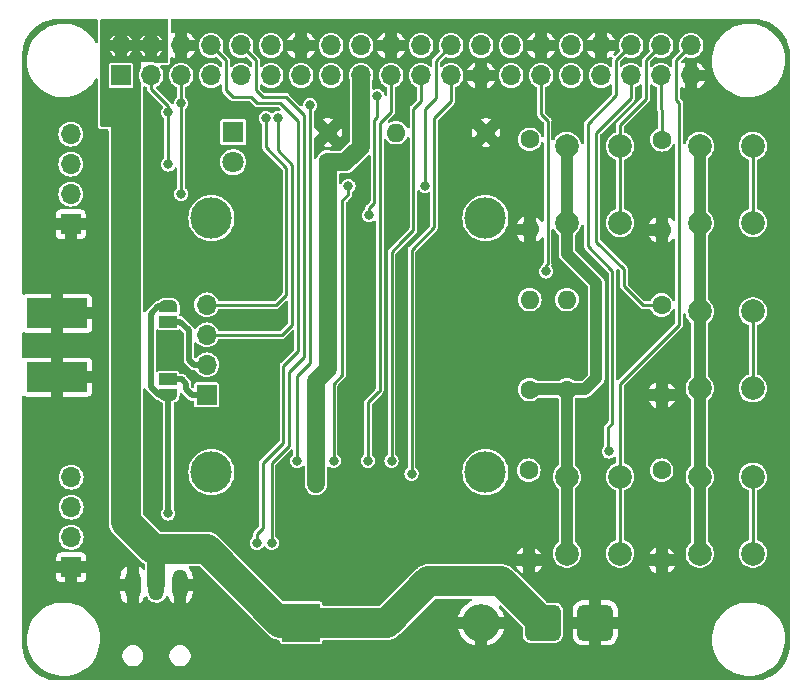
<source format=gbr>
%TF.GenerationSoftware,KiCad,Pcbnew,7.0.1-0*%
%TF.CreationDate,2023-11-24T13:11:02+01:00*%
%TF.ProjectId,LoRa_Hat,4c6f5261-5f48-4617-942e-6b696361645f,rev?*%
%TF.SameCoordinates,Original*%
%TF.FileFunction,Copper,L1,Top*%
%TF.FilePolarity,Positive*%
%FSLAX46Y46*%
G04 Gerber Fmt 4.6, Leading zero omitted, Abs format (unit mm)*
G04 Created by KiCad (PCBNEW 7.0.1-0) date 2023-11-24 13:11:02*
%MOMM*%
%LPD*%
G01*
G04 APERTURE LIST*
G04 Aperture macros list*
%AMRoundRect*
0 Rectangle with rounded corners*
0 $1 Rounding radius*
0 $2 $3 $4 $5 $6 $7 $8 $9 X,Y pos of 4 corners*
0 Add a 4 corners polygon primitive as box body*
4,1,4,$2,$3,$4,$5,$6,$7,$8,$9,$2,$3,0*
0 Add four circle primitives for the rounded corners*
1,1,$1+$1,$2,$3*
1,1,$1+$1,$4,$5*
1,1,$1+$1,$6,$7*
1,1,$1+$1,$8,$9*
0 Add four rect primitives between the rounded corners*
20,1,$1+$1,$2,$3,$4,$5,0*
20,1,$1+$1,$4,$5,$6,$7,0*
20,1,$1+$1,$6,$7,$8,$9,0*
20,1,$1+$1,$8,$9,$2,$3,0*%
%AMFreePoly0*
4,1,19,0.550000,-0.750000,0.000000,-0.750000,0.000000,-0.744911,-0.071157,-0.744911,-0.207708,-0.704816,-0.327430,-0.627875,-0.420627,-0.520320,-0.479746,-0.390866,-0.500000,-0.250000,-0.500000,0.250000,-0.479746,0.390866,-0.420627,0.520320,-0.327430,0.627875,-0.207708,0.704816,-0.071157,0.744911,0.000000,0.744911,0.000000,0.750000,0.550000,0.750000,0.550000,-0.750000,0.550000,-0.750000,
$1*%
%AMFreePoly1*
4,1,19,0.000000,0.744911,0.071157,0.744911,0.207708,0.704816,0.327430,0.627875,0.420627,0.520320,0.479746,0.390866,0.500000,0.250000,0.500000,-0.250000,0.479746,-0.390866,0.420627,-0.520320,0.327430,-0.627875,0.207708,-0.704816,0.071157,-0.744911,0.000000,-0.744911,0.000000,-0.750000,-0.550000,-0.750000,-0.550000,0.750000,0.000000,0.750000,0.000000,0.744911,0.000000,0.744911,
$1*%
G04 Aperture macros list end*
%TA.AperFunction,ComponentPad*%
%ADD10O,1.308000X2.616000*%
%TD*%
%TA.AperFunction,ComponentPad*%
%ADD11R,3.200000X3.200000*%
%TD*%
%TA.AperFunction,ComponentPad*%
%ADD12O,3.200000X3.200000*%
%TD*%
%TA.AperFunction,ComponentPad*%
%ADD13C,1.600000*%
%TD*%
%TA.AperFunction,ComponentPad*%
%ADD14O,1.600000X1.600000*%
%TD*%
%TA.AperFunction,SMDPad,CuDef*%
%ADD15FreePoly0,90.000000*%
%TD*%
%TA.AperFunction,SMDPad,CuDef*%
%ADD16R,1.500000X1.000000*%
%TD*%
%TA.AperFunction,SMDPad,CuDef*%
%ADD17FreePoly1,90.000000*%
%TD*%
%TA.AperFunction,ComponentPad*%
%ADD18C,2.000000*%
%TD*%
%TA.AperFunction,ComponentPad*%
%ADD19R,1.700000X1.700000*%
%TD*%
%TA.AperFunction,ComponentPad*%
%ADD20O,1.700000X1.700000*%
%TD*%
%TA.AperFunction,ComponentPad*%
%ADD21C,3.500000*%
%TD*%
%TA.AperFunction,ComponentPad*%
%ADD22RoundRect,0.468750X1.031250X1.031250X-1.031250X1.031250X-1.031250X-1.031250X1.031250X-1.031250X0*%
%TD*%
%TA.AperFunction,ComponentPad*%
%ADD23R,1.800000X1.800000*%
%TD*%
%TA.AperFunction,ComponentPad*%
%ADD24C,1.800000*%
%TD*%
%TA.AperFunction,SMDPad,CuDef*%
%ADD25R,5.080000X2.500000*%
%TD*%
%TA.AperFunction,ViaPad*%
%ADD26C,0.800000*%
%TD*%
%TA.AperFunction,Conductor*%
%ADD27C,1.000000*%
%TD*%
%TA.AperFunction,Conductor*%
%ADD28C,0.500000*%
%TD*%
%TA.AperFunction,Conductor*%
%ADD29C,1.500000*%
%TD*%
%TA.AperFunction,Conductor*%
%ADD30C,2.500000*%
%TD*%
%TA.AperFunction,Conductor*%
%ADD31C,0.250000*%
%TD*%
G04 APERTURE END LIST*
D10*
%TO.P,J6,1*%
%TO.N,+5V*%
X121770000Y-119912500D03*
%TO.P,J6,2*%
%TO.N,GND*%
X123770000Y-119912500D03*
%TO.P,J6,3*%
X119770000Y-119912500D03*
%TD*%
D11*
%TO.P,D1,1,K*%
%TO.N,+5V*%
X134020000Y-123110000D03*
D12*
%TO.P,D1,2,A*%
%TO.N,GND*%
X149260000Y-123110000D03*
%TD*%
D13*
%TO.P,R5,1*%
%TO.N,SW5*%
X164570000Y-82210000D03*
D14*
%TO.P,R5,2*%
%TO.N,GND*%
X164570000Y-89830000D03*
%TD*%
D15*
%TO.P,JP2,1,A*%
%TO.N,GND*%
X122770000Y-98910000D03*
D16*
%TO.P,JP2,2,C*%
%TO.N,DP2*%
X122770000Y-97610000D03*
D17*
%TO.P,JP2,3,B*%
%TO.N,+3V3*%
X122770000Y-96310000D03*
%TD*%
D18*
%TO.P,SW5,1,1*%
%TO.N,+3V3*%
X167770000Y-89250000D03*
X167770000Y-82750000D03*
%TO.P,SW5,2,2*%
%TO.N,SW5*%
X172270000Y-89250000D03*
X172270000Y-82750000D03*
%TD*%
D13*
%TO.P,C1,1*%
%TO.N,+3V3*%
X136270000Y-84110000D03*
%TO.P,C1,2*%
%TO.N,GND*%
X136270000Y-81610000D03*
%TD*%
%TO.P,R4,1*%
%TO.N,SW4*%
X164540000Y-96200000D03*
D14*
%TO.P,R4,2*%
%TO.N,GND*%
X164540000Y-103820000D03*
%TD*%
D13*
%TO.P,R2,1*%
%TO.N,SW2*%
X153370000Y-82190000D03*
D14*
%TO.P,R2,2*%
%TO.N,GND*%
X153370000Y-89810000D03*
%TD*%
D19*
%TO.P,J2,1,Pin_1*%
%TO.N,DP1*%
X126020000Y-103820000D03*
D20*
%TO.P,J2,2,Pin_2*%
%TO.N,DP2*%
X126020000Y-101280000D03*
%TO.P,J2,3,Pin_3*%
%TO.N,SCL*%
X126020000Y-98740000D03*
%TO.P,J2,4,Pin_4*%
%TO.N,SDA*%
X126020000Y-96200000D03*
D21*
%TO.P,J2,5*%
%TO.N,N/C*%
X126420000Y-88850000D03*
X126420000Y-110360000D03*
X149620000Y-88850000D03*
X149620000Y-110360000D03*
%TD*%
D18*
%TO.P,SW1,1,1*%
%TO.N,+3V3*%
X156520000Y-117250000D03*
X156520000Y-110750000D03*
%TO.P,SW1,2,2*%
%TO.N,SW1*%
X161020000Y-117250000D03*
X161020000Y-110750000D03*
%TD*%
D13*
%TO.P,R7,1*%
%TO.N,+3V3*%
X156520000Y-103370000D03*
D14*
%TO.P,R7,2*%
%TO.N,SCL*%
X156520000Y-95750000D03*
%TD*%
D15*
%TO.P,JP1,1,A*%
%TO.N,+3V3*%
X122770000Y-103810000D03*
D16*
%TO.P,JP1,2,C*%
%TO.N,DP1*%
X122770000Y-102510000D03*
D17*
%TO.P,JP1,3,B*%
%TO.N,GND*%
X122770000Y-101210000D03*
%TD*%
D22*
%TO.P,J8,1,Pin_1*%
%TO.N,GND*%
X158927745Y-123110000D03*
%TD*%
D18*
%TO.P,SW2,1,1*%
%TO.N,+3V3*%
X156520000Y-89250000D03*
X156520000Y-82750000D03*
%TO.P,SW2,2,2*%
%TO.N,SW2*%
X161020000Y-89250000D03*
X161020000Y-82750000D03*
%TD*%
D22*
%TO.P,J7,1,Pin_1*%
%TO.N,+5V*%
X154477745Y-123110000D03*
%TD*%
D13*
%TO.P,R1,1*%
%TO.N,SW1*%
X153290000Y-110200000D03*
D14*
%TO.P,R1,2*%
%TO.N,GND*%
X153290000Y-117820000D03*
%TD*%
D13*
%TO.P,R6,1*%
%TO.N,+3V3*%
X153370000Y-103370000D03*
D14*
%TO.P,R6,2*%
%TO.N,SDA*%
X153370000Y-95750000D03*
%TD*%
D19*
%TO.P,J4,1,Pin_1*%
%TO.N,GND*%
X114545000Y-118410000D03*
D20*
%TO.P,J4,2,Pin_2*%
%TO.N,RX*%
X114545000Y-115870000D03*
%TO.P,J4,3,Pin_3*%
%TO.N,TX*%
X114545000Y-113330000D03*
%TO.P,J4,4,Pin_4*%
%TO.N,+3V3*%
X114545000Y-110790000D03*
%TD*%
D13*
%TO.P,R8,1*%
%TO.N,GND*%
X149670000Y-81610000D03*
D14*
%TO.P,R8,2*%
%TO.N,Net-(D2-K)*%
X142050000Y-81610000D03*
%TD*%
D23*
%TO.P,D2,1,K*%
%TO.N,Net-(D2-K)*%
X128270000Y-81570000D03*
D24*
%TO.P,D2,2,A*%
%TO.N,+3V3*%
X128270000Y-84110000D03*
%TD*%
D18*
%TO.P,SW4,1,1*%
%TO.N,+3V3*%
X167770000Y-103250000D03*
X167770000Y-96750000D03*
%TO.P,SW4,2,2*%
%TO.N,SW4*%
X172270000Y-103250000D03*
X172270000Y-96750000D03*
%TD*%
D19*
%TO.P,J3,1,Pin_1*%
%TO.N,GND*%
X114520000Y-89360000D03*
D20*
%TO.P,J3,2,Pin_2*%
%TO.N,SCL*%
X114520000Y-86820000D03*
%TO.P,J3,3,Pin_3*%
%TO.N,SDA*%
X114520000Y-84280000D03*
%TO.P,J3,4,Pin_4*%
%TO.N,+3V3*%
X114520000Y-81740000D03*
%TD*%
D13*
%TO.P,R3,1*%
%TO.N,SW3*%
X164540000Y-110200000D03*
D14*
%TO.P,R3,2*%
%TO.N,GND*%
X164540000Y-117820000D03*
%TD*%
D18*
%TO.P,SW3,1,1*%
%TO.N,+3V3*%
X167770000Y-117250000D03*
X167770000Y-110750000D03*
%TO.P,SW3,2,2*%
%TO.N,SW3*%
X172270000Y-117250000D03*
X172270000Y-110750000D03*
%TD*%
D19*
%TO.P,J1,1,3.3V*%
%TO.N,+3V3*%
X118770000Y-76770000D03*
D20*
%TO.P,J1,2,5V*%
%TO.N,+5V*%
X118770000Y-74230000D03*
%TO.P,J1,3,BCM2_SDA*%
%TO.N,SDA*%
X121310000Y-76770000D03*
%TO.P,J1,4,5V*%
%TO.N,+5V*%
X121310000Y-74230000D03*
%TO.P,J1,5,BCM3_SCL*%
%TO.N,SCL*%
X123850000Y-76770000D03*
%TO.P,J1,6,GND*%
%TO.N,GND*%
X123850000Y-74230000D03*
%TO.P,J1,7,BCM4_GPCLK0*%
%TO.N,unconnected-(J1-BCM4_GPCLK0-Pad7)*%
X126390000Y-76770000D03*
%TO.P,J1,8,BCM14_TXD*%
%TO.N,TX*%
X126390000Y-74230000D03*
%TO.P,J1,9,GND*%
%TO.N,unconnected-(J1-GND-Pad9)*%
X128930000Y-76770000D03*
%TO.P,J1,10,BCM15_RXD*%
%TO.N,RX*%
X128930000Y-74230000D03*
%TO.P,J1,11,BCM17*%
%TO.N,DID0*%
X131470000Y-76770000D03*
%TO.P,J1,12,BCM18_PCM_C*%
%TO.N,unconnected-(J1-BCM18_PCM_C-Pad12)*%
X131470000Y-74230000D03*
%TO.P,J1,13,BCM27*%
%TO.N,unconnected-(J1-BCM27-Pad13)*%
X134010000Y-76770000D03*
%TO.P,J1,14,GND*%
%TO.N,GND*%
X134010000Y-74230000D03*
%TO.P,J1,15,BCM22*%
%TO.N,unconnected-(J1-BCM22-Pad15)*%
X136550000Y-76770000D03*
%TO.P,J1,16,BCM23*%
%TO.N,unconnected-(J1-BCM23-Pad16)*%
X136550000Y-74230000D03*
%TO.P,J1,17,3.3V*%
%TO.N,+3V3*%
X139090000Y-76770000D03*
%TO.P,J1,18,BCM24*%
%TO.N,unconnected-(J1-BCM24-Pad18)*%
X139090000Y-74230000D03*
%TO.P,J1,19,BCM10_MOSI*%
%TO.N,MOSI*%
X141630000Y-76770000D03*
%TO.P,J1,20,GND*%
%TO.N,GND*%
X141630000Y-74230000D03*
%TO.P,J1,21,BCM9_MISO*%
%TO.N,MISO*%
X144170000Y-76770000D03*
%TO.P,J1,22,BCM25*%
%TO.N,unconnected-(J1-BCM25-Pad22)*%
X144170000Y-74230000D03*
%TO.P,J1,23,BCM11_SCLK*%
%TO.N,SCK*%
X146710000Y-76770000D03*
%TO.P,J1,24,BCM8_CE0*%
%TO.N,CS*%
X146710000Y-74230000D03*
%TO.P,J1,25,GND*%
%TO.N,GND*%
X149250000Y-76770000D03*
%TO.P,J1,26,BCM7_CE1*%
%TO.N,unconnected-(J1-BCM7_CE1-Pad26)*%
X149250000Y-74230000D03*
%TO.P,J1,27,BCM0_ID_SD*%
%TO.N,unconnected-(J1-BCM0_ID_SD-Pad27)*%
X151790000Y-76770000D03*
%TO.P,J1,28,BCM1_ID_SC*%
%TO.N,unconnected-(J1-BCM1_ID_SC-Pad28)*%
X151790000Y-74230000D03*
%TO.P,J1,29,BCM5*%
%TO.N,DID1*%
X154330000Y-76770000D03*
%TO.P,J1,30,GND*%
%TO.N,GND*%
X154330000Y-74230000D03*
%TO.P,J1,31,BCM6*%
%TO.N,RESET*%
X156870000Y-76770000D03*
%TO.P,J1,32,BCM12_PWM0*%
%TO.N,unconnected-(J1-BCM12_PWM0-Pad32)*%
X156870000Y-74230000D03*
%TO.P,J1,33,BCM13_PWM1*%
%TO.N,unconnected-(J1-BCM13_PWM1-Pad33)*%
X159410000Y-76770000D03*
%TO.P,J1,34,GND*%
%TO.N,GND*%
X159410000Y-74230000D03*
%TO.P,J1,35,BCM19_MISO_PCM_FS*%
%TO.N,SW4*%
X161950000Y-76770000D03*
%TO.P,J1,36,BCM16*%
%TO.N,SW3*%
X161950000Y-74230000D03*
%TO.P,J1,37,BCM26*%
%TO.N,SW5*%
X164490000Y-76770000D03*
%TO.P,J1,38,BCM20_MOSI_PCM_DI*%
%TO.N,SW2*%
X164490000Y-74230000D03*
%TO.P,J1,39,GND*%
%TO.N,GND*%
X167030000Y-76770000D03*
%TO.P,J1,40,BCM21_SCLK_PCM_DO*%
%TO.N,SW1*%
X167030000Y-74230000D03*
%TD*%
D25*
%TO.P,J5,2,Ext*%
%TO.N,GND*%
X113350000Y-96910000D03*
X113350000Y-102310000D03*
%TD*%
D26*
%TO.N,+3V3*%
X156520000Y-106110000D03*
X122770000Y-113860000D03*
X167770000Y-106110000D03*
X135270000Y-111360000D03*
%TO.N,SDA*%
X131020000Y-80360000D03*
X122770000Y-79910000D03*
X122770000Y-84310000D03*
%TO.N,SCL*%
X123870000Y-86810000D03*
X132020000Y-80360000D03*
X123850000Y-79130000D03*
%TO.N,GND*%
X117270000Y-105110000D03*
X166270000Y-107610000D03*
X111270000Y-91610000D03*
X121770000Y-95110000D03*
X121770000Y-110610000D03*
X121270000Y-106610000D03*
X124770000Y-95110000D03*
X145770000Y-97360000D03*
X158270000Y-104610000D03*
X142520000Y-111360000D03*
X139270000Y-87110000D03*
X161770000Y-91610000D03*
X164770000Y-94110000D03*
X151270000Y-107610000D03*
X141770000Y-87110000D03*
X170270000Y-94610000D03*
X121770000Y-122610000D03*
X174270000Y-108610000D03*
X115270000Y-105110000D03*
X113270000Y-105110000D03*
X162270000Y-107610000D03*
X111270000Y-108110000D03*
X151270000Y-99610000D03*
X115270000Y-108610000D03*
X154770000Y-105110000D03*
X145770000Y-94610000D03*
X154770000Y-107610000D03*
X161770000Y-121110000D03*
X162270000Y-103610000D03*
X174270000Y-105610000D03*
X121770000Y-85610000D03*
X118770000Y-123610000D03*
X149270000Y-126610000D03*
X168770000Y-119610000D03*
X127770000Y-107610000D03*
X127770000Y-91610000D03*
X170270000Y-105610000D03*
X151270000Y-105110000D03*
X117770000Y-118110000D03*
X174270000Y-91610000D03*
X122770000Y-123610000D03*
X161770000Y-125110000D03*
X145770000Y-103610000D03*
X151270000Y-94610000D03*
X120770000Y-123610000D03*
X136770000Y-111360000D03*
X111770000Y-120610000D03*
X145770000Y-111360000D03*
X134270000Y-126610000D03*
X161270000Y-95860000D03*
X145770000Y-107610000D03*
X158270000Y-107610000D03*
X161270000Y-101360000D03*
X117770000Y-122610000D03*
X129270000Y-88610000D03*
X124770000Y-123610000D03*
X113270000Y-94110000D03*
X117770000Y-120610000D03*
X115270000Y-91610000D03*
X115770000Y-120610000D03*
X111270000Y-105110000D03*
X129770000Y-109610000D03*
X161770000Y-123110000D03*
X151270000Y-97360000D03*
X124770000Y-91610000D03*
X130270000Y-86110000D03*
X121270000Y-80110000D03*
X174270000Y-94610000D03*
X121770000Y-88110000D03*
X170270000Y-108610000D03*
X111270000Y-94110000D03*
X127770000Y-95110000D03*
X119770000Y-122610000D03*
X115270000Y-94110000D03*
X127770000Y-105610000D03*
X121770000Y-91610000D03*
X142270000Y-126610000D03*
X153270000Y-91860000D03*
X123770000Y-122610000D03*
X117270000Y-94110000D03*
X145770000Y-99610000D03*
X168770000Y-127110000D03*
X127770000Y-86110000D03*
X145770000Y-91610000D03*
X139770000Y-111360000D03*
X141770000Y-89610000D03*
X174270000Y-119610000D03*
X117270000Y-89110000D03*
X170270000Y-91610000D03*
%TO.N,TX*%
X130270000Y-116360000D03*
%TO.N,RX*%
X131520000Y-116360000D03*
%TO.N,DID0*%
X140470000Y-78510000D03*
X139770000Y-88610000D03*
%TO.N,SW3*%
X160070000Y-108610000D03*
%TO.N,MOSI*%
X139670000Y-109410000D03*
%TO.N,MISO*%
X141670000Y-109410000D03*
%TO.N,SCK*%
X143370000Y-110510000D03*
%TO.N,CS*%
X136770000Y-109410000D03*
X144520000Y-86110000D03*
X138020000Y-86110000D03*
%TO.N,DID1*%
X154770000Y-93360000D03*
%TO.N,RESET*%
X134770000Y-79310000D03*
X133670000Y-109410000D03*
%TD*%
D27*
%TO.N,+3V3*%
X156520000Y-110750000D02*
X156520000Y-117250000D01*
X167770000Y-82750000D02*
X167770000Y-89250000D01*
D28*
X121920978Y-96310000D02*
X121270000Y-96960978D01*
D29*
X137770000Y-84110000D02*
X139090000Y-82790000D01*
D27*
X167770000Y-103250000D02*
X167770000Y-110750000D01*
D28*
X121270000Y-103110000D02*
X121970000Y-103810000D01*
D29*
X139090000Y-82790000D02*
X139090000Y-76770000D01*
D27*
X158020000Y-103360000D02*
X156520000Y-103360000D01*
X156520000Y-106110000D02*
X156520000Y-103360000D01*
X167770000Y-110750000D02*
X167770000Y-117250000D01*
D28*
X121270000Y-96960978D02*
X121270000Y-103110000D01*
X122770000Y-103810000D02*
X122770000Y-113860000D01*
D27*
X156520000Y-89250000D02*
X156520000Y-91860000D01*
D28*
X122770000Y-96310000D02*
X121920978Y-96310000D01*
D27*
X167770000Y-89250000D02*
X167770000Y-96750000D01*
D28*
X121970000Y-103810000D02*
X122770000Y-103810000D01*
D29*
X136270000Y-101610000D02*
X135270000Y-102610000D01*
D27*
X156520000Y-110750000D02*
X156520000Y-106110000D01*
X159020000Y-102360000D02*
X158020000Y-103360000D01*
D29*
X135270000Y-111360000D02*
X135270000Y-102610000D01*
D27*
X156520000Y-91860000D02*
X159020000Y-94360000D01*
X156520000Y-103360000D02*
X153370000Y-103360000D01*
D29*
X136270000Y-84110000D02*
X136270000Y-101610000D01*
D27*
X159020000Y-94360000D02*
X159020000Y-102360000D01*
X167770000Y-96750000D02*
X167770000Y-103250000D01*
D29*
X137770000Y-84110000D02*
X136270000Y-84110000D01*
D27*
X156520000Y-82750000D02*
X156520000Y-89250000D01*
D30*
%TO.N,+5V*%
X141270000Y-123110000D02*
X144770000Y-119610000D01*
X144770000Y-119610000D02*
X150977745Y-119610000D01*
X121470000Y-116860000D02*
X126020000Y-116860000D01*
X119170000Y-114560000D02*
X121470000Y-116860000D01*
D29*
X121770000Y-117160000D02*
X121470000Y-116860000D01*
D30*
X126020000Y-116860000D02*
X132270000Y-123110000D01*
D29*
X121770000Y-119912500D02*
X121770000Y-117160000D01*
D30*
X132270000Y-123110000D02*
X134020000Y-123110000D01*
X150977745Y-119610000D02*
X154477745Y-123110000D01*
X119170000Y-80010000D02*
X119170000Y-114560000D01*
X134020000Y-123110000D02*
X141270000Y-123110000D01*
D31*
%TO.N,SDA*%
X132770000Y-84610000D02*
X132770000Y-95360000D01*
X122770000Y-79910000D02*
X122770000Y-84110000D01*
X131020000Y-80360000D02*
X131020000Y-82860000D01*
X131020000Y-82860000D02*
X132770000Y-84610000D01*
X121310000Y-77900000D02*
X122770000Y-79360000D01*
X122770000Y-79360000D02*
X122770000Y-79910000D01*
X121310000Y-76770000D02*
X121310000Y-77900000D01*
X131930000Y-96200000D02*
X126020000Y-96200000D01*
X132770000Y-95360000D02*
X131930000Y-96200000D01*
%TO.N,SCL*%
X132020000Y-83110000D02*
X133270000Y-84360000D01*
X123850000Y-86790000D02*
X123870000Y-86810000D01*
X123850000Y-76770000D02*
X123850000Y-79130000D01*
X123850000Y-79130000D02*
X123850000Y-86790000D01*
X132390000Y-98740000D02*
X126020000Y-98740000D01*
X133270000Y-84360000D02*
X133270000Y-97860000D01*
X133270000Y-97860000D02*
X132390000Y-98740000D01*
X132020000Y-80360000D02*
X132020000Y-83110000D01*
%TO.N,TX*%
X128270000Y-78610000D02*
X129770000Y-78610000D01*
X132520000Y-101360000D02*
X133770000Y-100110000D01*
X127660000Y-75500000D02*
X127660000Y-77750000D01*
X130270000Y-115610000D02*
X130770000Y-115110000D01*
X130770000Y-109610000D02*
X132520000Y-107860000D01*
X127660000Y-77750000D02*
X127660000Y-78000000D01*
X133770000Y-100110000D02*
X133770000Y-80610000D01*
X127660000Y-78000000D02*
X128270000Y-78610000D01*
X130770000Y-115110000D02*
X130770000Y-109610000D01*
X133770000Y-80610000D02*
X132270000Y-79110000D01*
X130270000Y-116360000D02*
X130270000Y-115610000D01*
X130270000Y-79110000D02*
X132270000Y-79110000D01*
X126390000Y-74230000D02*
X127660000Y-75500000D01*
X132520000Y-107860000D02*
X132520000Y-101360000D01*
X129770000Y-78610000D02*
X130270000Y-79110000D01*
%TO.N,SW4*%
X161950000Y-78680000D02*
X159020000Y-81610000D01*
X159020000Y-90840000D02*
X161360000Y-93180000D01*
X172270000Y-96750000D02*
X172270000Y-103250000D01*
X162960000Y-96200000D02*
X164540000Y-96200000D01*
X159020000Y-90840000D02*
X159020000Y-81610000D01*
X161360000Y-93180000D02*
X161360000Y-94600000D01*
X161950000Y-76770000D02*
X161950000Y-78680000D01*
X161360000Y-94600000D02*
X162960000Y-96200000D01*
%TO.N,RX*%
X132770000Y-78610000D02*
X134270000Y-80110000D01*
X134270000Y-100610000D02*
X133020000Y-101860000D01*
X134270000Y-80110000D02*
X134270000Y-100610000D01*
X133020000Y-108110000D02*
X131520000Y-109610000D01*
X133020000Y-101860000D02*
X133020000Y-108110000D01*
X131520000Y-109610000D02*
X131520000Y-116360000D01*
X130200000Y-75500000D02*
X128930000Y-74230000D01*
X130200000Y-78040000D02*
X130770000Y-78610000D01*
X130200000Y-78040000D02*
X130200000Y-75500000D01*
X130770000Y-78610000D02*
X132770000Y-78610000D01*
%TO.N,DID0*%
X139770000Y-88010000D02*
X139770000Y-88610000D01*
X140470000Y-78310000D02*
X140470000Y-80260000D01*
X140220000Y-80510000D02*
X140220000Y-87560000D01*
X140220000Y-87560000D02*
X139770000Y-88010000D01*
X140470000Y-80260000D02*
X140220000Y-80510000D01*
%TO.N,SW3*%
X158270000Y-80860000D02*
X158270000Y-91210000D01*
X160370000Y-106210000D02*
X159970000Y-106610000D01*
X159970000Y-108510000D02*
X160070000Y-108610000D01*
X160370000Y-93310000D02*
X160370000Y-106210000D01*
X160690000Y-75490000D02*
X160690000Y-78440000D01*
X159970000Y-106610000D02*
X159970000Y-108510000D01*
X158270000Y-91210000D02*
X160370000Y-93310000D01*
X161950000Y-74230000D02*
X160690000Y-75490000D01*
X160690000Y-78440000D02*
X158270000Y-80860000D01*
X172270000Y-110750000D02*
X172270000Y-117250000D01*
%TO.N,SW5*%
X164490000Y-79590000D02*
X164570000Y-79670000D01*
X164490000Y-76770000D02*
X164490000Y-79590000D01*
X172270000Y-82750000D02*
X172270000Y-89250000D01*
X164570000Y-79670000D02*
X164570000Y-82210000D01*
%TO.N,MOSI*%
X139670000Y-104460000D02*
X139670000Y-109410000D01*
X141630000Y-79850000D02*
X140670000Y-80810000D01*
X141630000Y-76770000D02*
X141630000Y-79850000D01*
X140670000Y-103460000D02*
X140520000Y-103610000D01*
X140520000Y-103610000D02*
X139670000Y-104460000D01*
X140670000Y-80810000D02*
X140670000Y-103460000D01*
%TO.N,SW2*%
X161020000Y-82750000D02*
X161020000Y-89250000D01*
X163220000Y-78780000D02*
X161020000Y-80980000D01*
X164490000Y-74230000D02*
X163220000Y-75500000D01*
X161020000Y-80980000D02*
X161020000Y-82750000D01*
X163220000Y-75500000D02*
X163220000Y-78780000D01*
%TO.N,MISO*%
X142470000Y-90910000D02*
X141670000Y-91710000D01*
X141670000Y-92010000D02*
X141670000Y-109410000D01*
X143520000Y-89860000D02*
X142470000Y-90910000D01*
X143520000Y-79610000D02*
X143520000Y-89860000D01*
X144170000Y-78960000D02*
X143520000Y-79610000D01*
X141670000Y-91710000D02*
X141670000Y-92010000D01*
X144170000Y-76770000D02*
X144170000Y-78960000D01*
%TO.N,SCK*%
X143370000Y-91510000D02*
X143370000Y-110510000D01*
X145270000Y-89610000D02*
X143370000Y-91510000D01*
X146710000Y-76770000D02*
X146710000Y-78970000D01*
X146710000Y-78970000D02*
X145270000Y-80410000D01*
X145270000Y-80410000D02*
X145270000Y-89610000D01*
%TO.N,CS*%
X144520000Y-86110000D02*
X144520000Y-79610000D01*
X137520000Y-87360000D02*
X137520000Y-102110000D01*
X144520000Y-79610000D02*
X145430000Y-78700000D01*
X138020000Y-86110000D02*
X138020000Y-86860000D01*
X146710000Y-74230000D02*
X145430000Y-75510000D01*
X137520000Y-102110000D02*
X136770000Y-102860000D01*
X136770000Y-109410000D02*
X136770000Y-102860000D01*
X138020000Y-86860000D02*
X137520000Y-87360000D01*
X145430000Y-75510000D02*
X145430000Y-77500000D01*
X145430000Y-77500000D02*
X145430000Y-78700000D01*
%TO.N,SW1*%
X165760000Y-78850000D02*
X166020000Y-79110000D01*
X165760000Y-75500000D02*
X165760000Y-78850000D01*
X166020000Y-97860000D02*
X161020000Y-102860000D01*
X166020000Y-79110000D02*
X166020000Y-97860000D01*
X161020000Y-110750000D02*
X161020000Y-117250000D01*
X161020000Y-102860000D02*
X161020000Y-110750000D01*
X167030000Y-74230000D02*
X165760000Y-75500000D01*
%TO.N,DID1*%
X154770000Y-93360000D02*
X154770000Y-92860000D01*
X154330000Y-80050000D02*
X154890000Y-80610000D01*
X154330000Y-76770000D02*
X154330000Y-80050000D01*
X154890000Y-80610000D02*
X154890000Y-92740000D01*
X154770000Y-92860000D02*
X154890000Y-92740000D01*
%TO.N,RESET*%
X134770000Y-101110000D02*
X133670000Y-102210000D01*
X134770000Y-79110000D02*
X134770000Y-101110000D01*
X133670000Y-102210000D02*
X133670000Y-109410000D01*
D28*
%TO.N,DP1*%
X124270000Y-103360000D02*
X124770000Y-103860000D01*
X124270000Y-102860000D02*
X124270000Y-103360000D01*
X124770000Y-103860000D02*
X125980000Y-103860000D01*
X123920000Y-102510000D02*
X124270000Y-102860000D01*
X122770000Y-102510000D02*
X123920000Y-102510000D01*
X125980000Y-103860000D02*
X126020000Y-103820000D01*
%TO.N,DP2*%
X124520000Y-98360000D02*
X124520000Y-100860000D01*
X123770000Y-97610000D02*
X124520000Y-98360000D01*
X122770000Y-97610000D02*
X123770000Y-97610000D01*
X124940000Y-101280000D02*
X126020000Y-101280000D01*
X124520000Y-100860000D02*
X124940000Y-101280000D01*
%TD*%
%TA.AperFunction,Conductor*%
%TO.N,+5V*%
G36*
X122719054Y-72023960D02*
G01*
X122755341Y-72060681D01*
X122768208Y-72110677D01*
X122726635Y-75608647D01*
X122712657Y-75658199D01*
X122675686Y-75694031D01*
X122625720Y-75706451D01*
X120425387Y-75663734D01*
X120425386Y-75663735D01*
X120424883Y-76172752D01*
X120413193Y-76219322D01*
X120334767Y-76366044D01*
X120274699Y-76564066D01*
X120254416Y-76770000D01*
X120274699Y-76975933D01*
X120334767Y-77173952D01*
X120412013Y-77318468D01*
X120423703Y-77365235D01*
X120420098Y-81011098D01*
X120406802Y-81060557D01*
X120370570Y-81096753D01*
X120321098Y-81110000D01*
X117119000Y-81110000D01*
X117069500Y-81096737D01*
X117033263Y-81060500D01*
X117020000Y-81011000D01*
X117020000Y-77639747D01*
X117719500Y-77639747D01*
X117731133Y-77698231D01*
X117775447Y-77764552D01*
X117819762Y-77794162D01*
X117841769Y-77808867D01*
X117900252Y-77820500D01*
X119639747Y-77820500D01*
X119639748Y-77820500D01*
X119698231Y-77808867D01*
X119764552Y-77764552D01*
X119808867Y-77698231D01*
X119820500Y-77639748D01*
X119820500Y-75900252D01*
X119808867Y-75841769D01*
X119794162Y-75819761D01*
X119764552Y-75775447D01*
X119698231Y-75731133D01*
X119639748Y-75719500D01*
X117900252Y-75719500D01*
X117871010Y-75725316D01*
X117841768Y-75731133D01*
X117775447Y-75775447D01*
X117731133Y-75841768D01*
X117719500Y-75900253D01*
X117719500Y-77639747D01*
X117020000Y-77639747D01*
X117020000Y-74730000D01*
X117846672Y-74730000D01*
X117892730Y-74816171D01*
X118023945Y-74976054D01*
X118183828Y-75107269D01*
X118269999Y-75153328D01*
X118270000Y-75153328D01*
X119270000Y-75153328D01*
X119356171Y-75107269D01*
X119516054Y-74976054D01*
X119647269Y-74816171D01*
X119693328Y-74730000D01*
X120386672Y-74730000D01*
X120432730Y-74816171D01*
X120563945Y-74976054D01*
X120723828Y-75107269D01*
X120809999Y-75153328D01*
X120810000Y-75153328D01*
X121810000Y-75153328D01*
X121896171Y-75107269D01*
X122056054Y-74976054D01*
X122187269Y-74816171D01*
X122233328Y-74730000D01*
X121810001Y-74730000D01*
X121810000Y-74730001D01*
X121810000Y-75153328D01*
X120810000Y-75153328D01*
X120810000Y-74730001D01*
X120809999Y-74730000D01*
X120386672Y-74730000D01*
X119693328Y-74730000D01*
X119270001Y-74730000D01*
X119270000Y-74730001D01*
X119270000Y-75153328D01*
X118270000Y-75153328D01*
X118270000Y-74730001D01*
X118269999Y-74730000D01*
X117846672Y-74730000D01*
X117020000Y-74730000D01*
X117020000Y-73729999D01*
X117846671Y-73729999D01*
X117846672Y-73730000D01*
X118269999Y-73730000D01*
X118270000Y-73729999D01*
X118270000Y-73306672D01*
X118269999Y-73306671D01*
X119270000Y-73306671D01*
X119270000Y-73729999D01*
X119270001Y-73730000D01*
X119693328Y-73730000D01*
X119693328Y-73729999D01*
X120386671Y-73729999D01*
X120386672Y-73730000D01*
X120809999Y-73730000D01*
X120810000Y-73729999D01*
X120810000Y-73306672D01*
X120809999Y-73306671D01*
X121810000Y-73306671D01*
X121810000Y-73729999D01*
X121810001Y-73730000D01*
X122233328Y-73730000D01*
X122233328Y-73729999D01*
X122187269Y-73643828D01*
X122056054Y-73483945D01*
X121896171Y-73352730D01*
X121810000Y-73306671D01*
X120809999Y-73306671D01*
X120723828Y-73352730D01*
X120563945Y-73483945D01*
X120432730Y-73643828D01*
X120386671Y-73729999D01*
X119693328Y-73729999D01*
X119647269Y-73643828D01*
X119516054Y-73483945D01*
X119356171Y-73352730D01*
X119270000Y-73306671D01*
X118269999Y-73306671D01*
X118183828Y-73352730D01*
X118023945Y-73483945D01*
X117892730Y-73643828D01*
X117846671Y-73729999D01*
X117020000Y-73729999D01*
X117020000Y-72109500D01*
X117033263Y-72060000D01*
X117069500Y-72023763D01*
X117119000Y-72010500D01*
X122669215Y-72010500D01*
X122719054Y-72023960D01*
G37*
%TD.AperFunction*%
%TD*%
%TA.AperFunction,Conductor*%
%TO.N,GND*%
G36*
X160911560Y-93191886D02*
G01*
X160998181Y-93278507D01*
X161025061Y-93318735D01*
X161034500Y-93366188D01*
X161034500Y-94580372D01*
X161034028Y-94591180D01*
X161030735Y-94628807D01*
X161040512Y-94665296D01*
X161042853Y-94675852D01*
X161049599Y-94714107D01*
X161059829Y-94738803D01*
X161060446Y-94739684D01*
X161082112Y-94770627D01*
X161087915Y-94779736D01*
X161106806Y-94812455D01*
X161135742Y-94836735D01*
X161143718Y-94844044D01*
X162715950Y-96416276D01*
X162723258Y-96424250D01*
X162747545Y-96453194D01*
X162760861Y-96460882D01*
X162780256Y-96472080D01*
X162789379Y-96477892D01*
X162820316Y-96499554D01*
X162820317Y-96499554D01*
X162821198Y-96500171D01*
X162845891Y-96510400D01*
X162846954Y-96510587D01*
X162846955Y-96510588D01*
X162884143Y-96517145D01*
X162894701Y-96519485D01*
X162931193Y-96529264D01*
X162968823Y-96525971D01*
X162979630Y-96525500D01*
X163505205Y-96525500D01*
X163568954Y-96543142D01*
X163614563Y-96591046D01*
X163681102Y-96715530D01*
X163704090Y-96758538D01*
X163829117Y-96910883D01*
X163981462Y-97035910D01*
X164155273Y-97128814D01*
X164343868Y-97186024D01*
X164540000Y-97205341D01*
X164736132Y-97186024D01*
X164924727Y-97128814D01*
X165098538Y-97035910D01*
X165250883Y-96910883D01*
X165375910Y-96758538D01*
X165461142Y-96599079D01*
X165505710Y-96551806D01*
X165568065Y-96533557D01*
X165631089Y-96549343D01*
X165677479Y-96594831D01*
X165694500Y-96657533D01*
X165694500Y-97673812D01*
X165685061Y-97721265D01*
X165658181Y-97761493D01*
X160907181Y-102512492D01*
X160857818Y-102542742D01*
X160800102Y-102547284D01*
X160746615Y-102525129D01*
X160709015Y-102481106D01*
X160695500Y-102424811D01*
X160695500Y-93329616D01*
X160695972Y-93318808D01*
X160700351Y-93268759D01*
X160725503Y-93204080D01*
X160781469Y-93163045D01*
X160850718Y-93158506D01*
X160911560Y-93191886D01*
G37*
%TD.AperFunction*%
%TA.AperFunction,Conductor*%
G36*
X163748164Y-77520164D02*
G01*
X163764674Y-77533713D01*
X163903550Y-77647685D01*
X164039647Y-77720431D01*
X164096818Y-77750990D01*
X164095730Y-77753024D01*
X164122260Y-77767769D01*
X164153447Y-77809821D01*
X164164500Y-77860996D01*
X164164500Y-79570372D01*
X164164028Y-79581180D01*
X164160735Y-79618807D01*
X164170512Y-79655296D01*
X164172853Y-79665852D01*
X164179599Y-79704107D01*
X164189829Y-79728803D01*
X164190446Y-79729684D01*
X164212112Y-79760627D01*
X164217916Y-79769737D01*
X164227887Y-79787007D01*
X164244500Y-79849008D01*
X164244500Y-81175205D01*
X164226858Y-81238954D01*
X164178954Y-81284563D01*
X164011461Y-81374090D01*
X163859117Y-81499117D01*
X163734089Y-81651463D01*
X163641185Y-81825273D01*
X163583976Y-82013866D01*
X163564659Y-82209999D01*
X163583976Y-82406133D01*
X163641185Y-82594726D01*
X163683458Y-82673812D01*
X163734090Y-82768538D01*
X163859117Y-82920883D01*
X164011462Y-83045910D01*
X164185273Y-83138814D01*
X164373868Y-83196024D01*
X164570000Y-83215341D01*
X164766132Y-83196024D01*
X164954727Y-83138814D01*
X165128538Y-83045910D01*
X165280883Y-82920883D01*
X165405910Y-82768538D01*
X165461142Y-82665205D01*
X165505710Y-82617932D01*
X165568065Y-82599683D01*
X165631089Y-82615469D01*
X165677479Y-82660957D01*
X165694500Y-82723659D01*
X165694500Y-88957856D01*
X165679382Y-89017191D01*
X165637715Y-89062058D01*
X165579658Y-89081517D01*
X165519369Y-89070823D01*
X165471547Y-89032584D01*
X165460610Y-89018101D01*
X165296262Y-88868278D01*
X165107174Y-88751199D01*
X165070000Y-88736798D01*
X165070000Y-90923201D01*
X165107174Y-90908800D01*
X165296262Y-90791721D01*
X165460610Y-90641898D01*
X165471547Y-90627416D01*
X165519369Y-90589177D01*
X165579658Y-90578483D01*
X165637715Y-90597942D01*
X165679382Y-90642809D01*
X165694500Y-90702144D01*
X165694500Y-95742467D01*
X165677479Y-95805169D01*
X165631089Y-95850657D01*
X165568065Y-95866443D01*
X165505710Y-95848194D01*
X165461142Y-95800920D01*
X165454169Y-95787875D01*
X165375910Y-95641462D01*
X165250883Y-95489117D01*
X165098538Y-95364090D01*
X165076091Y-95352092D01*
X164924726Y-95271185D01*
X164736133Y-95213976D01*
X164540000Y-95194659D01*
X164343866Y-95213976D01*
X164155273Y-95271185D01*
X163981463Y-95364089D01*
X163829117Y-95489117D01*
X163704090Y-95641461D01*
X163614563Y-95808954D01*
X163568954Y-95856858D01*
X163505205Y-95874500D01*
X163146188Y-95874500D01*
X163098735Y-95865061D01*
X163058507Y-95838181D01*
X161721819Y-94501493D01*
X161694939Y-94461265D01*
X161685500Y-94413812D01*
X161685500Y-93199627D01*
X161685972Y-93188819D01*
X161689264Y-93151192D01*
X161679487Y-93114706D01*
X161677145Y-93104143D01*
X161675982Y-93097545D01*
X161670588Y-93066955D01*
X161670587Y-93066954D01*
X161670400Y-93065891D01*
X161660171Y-93041198D01*
X161659554Y-93040317D01*
X161659554Y-93040316D01*
X161637892Y-93009379D01*
X161632080Y-93000256D01*
X161613194Y-92967544D01*
X161584255Y-92943262D01*
X161576280Y-92935954D01*
X159381819Y-90741493D01*
X159354939Y-90701265D01*
X159345500Y-90653812D01*
X159345500Y-81796188D01*
X159354939Y-81748735D01*
X159381819Y-81708507D01*
X160048688Y-81041638D01*
X162166290Y-78924034D01*
X162174258Y-78916734D01*
X162178331Y-78913317D01*
X162197129Y-78897544D01*
X162203192Y-78892457D01*
X162203192Y-78892456D01*
X162203194Y-78892455D01*
X162222091Y-78859722D01*
X162227887Y-78850625D01*
X162249554Y-78819684D01*
X162249554Y-78819682D01*
X162250173Y-78818799D01*
X162260399Y-78794112D01*
X162260586Y-78793047D01*
X162260588Y-78793045D01*
X162267149Y-78755830D01*
X162269478Y-78745324D01*
X162279264Y-78708807D01*
X162275971Y-78671176D01*
X162275500Y-78660370D01*
X162275500Y-77860996D01*
X162286553Y-77809821D01*
X162317740Y-77767769D01*
X162344269Y-77753024D01*
X162343182Y-77750990D01*
X162398306Y-77721525D01*
X162536450Y-77647685D01*
X162675326Y-77533713D01*
X162691836Y-77520164D01*
X162755321Y-77492950D01*
X162823517Y-77503923D01*
X162875262Y-77549678D01*
X162894500Y-77616018D01*
X162894500Y-78593812D01*
X162885061Y-78641265D01*
X162858181Y-78681493D01*
X160803714Y-80735958D01*
X160795741Y-80743264D01*
X160766806Y-80767544D01*
X160747914Y-80800264D01*
X160742106Y-80809380D01*
X160719831Y-80841193D01*
X160709597Y-80865899D01*
X160702852Y-80904148D01*
X160700512Y-80914704D01*
X160690735Y-80951192D01*
X160694028Y-80988820D01*
X160694500Y-80999628D01*
X160694500Y-81503720D01*
X160684692Y-81552053D01*
X160656821Y-81592741D01*
X160615295Y-81619345D01*
X160532395Y-81651462D01*
X160482596Y-81670754D01*
X160293437Y-81787875D01*
X160129019Y-81937762D01*
X159994941Y-82115311D01*
X159895769Y-82314473D01*
X159834885Y-82528462D01*
X159814357Y-82749999D01*
X159834885Y-82971537D01*
X159895769Y-83185526D01*
X159994941Y-83384688D01*
X160129019Y-83562237D01*
X160293437Y-83712124D01*
X160424935Y-83793543D01*
X160482599Y-83829247D01*
X160615295Y-83880654D01*
X160656821Y-83907259D01*
X160684692Y-83947947D01*
X160694500Y-83996280D01*
X160694500Y-88003720D01*
X160684692Y-88052053D01*
X160656821Y-88092741D01*
X160615295Y-88119345D01*
X160561783Y-88140077D01*
X160482596Y-88170754D01*
X160293437Y-88287875D01*
X160129019Y-88437762D01*
X159994941Y-88615311D01*
X159895769Y-88814473D01*
X159834885Y-89028462D01*
X159814357Y-89249999D01*
X159834885Y-89471537D01*
X159895769Y-89685526D01*
X159994941Y-89884688D01*
X160129019Y-90062237D01*
X160293437Y-90212124D01*
X160482595Y-90329245D01*
X160482597Y-90329245D01*
X160482599Y-90329247D01*
X160690060Y-90409618D01*
X160908757Y-90450500D01*
X161131241Y-90450500D01*
X161131243Y-90450500D01*
X161349940Y-90409618D01*
X161555457Y-90330000D01*
X163478432Y-90330000D01*
X163545368Y-90464424D01*
X163679390Y-90641899D01*
X163843737Y-90791721D01*
X164032825Y-90908800D01*
X164069999Y-90923201D01*
X164070000Y-90923201D01*
X164070000Y-90330000D01*
X163478432Y-90330000D01*
X161555457Y-90330000D01*
X161557401Y-90329247D01*
X161746562Y-90212124D01*
X161910981Y-90062236D01*
X162045058Y-89884689D01*
X162144229Y-89685528D01*
X162145653Y-89680525D01*
X162193746Y-89511493D01*
X162205115Y-89471536D01*
X162218230Y-89330000D01*
X163478432Y-89330000D01*
X164070000Y-89330000D01*
X164070000Y-88736799D01*
X164069999Y-88736798D01*
X164032825Y-88751199D01*
X163843737Y-88868278D01*
X163679390Y-89018100D01*
X163545368Y-89195575D01*
X163478432Y-89330000D01*
X162218230Y-89330000D01*
X162225643Y-89250000D01*
X162205115Y-89028464D01*
X162182227Y-88948021D01*
X162144230Y-88814473D01*
X162045058Y-88615311D01*
X161910980Y-88437762D01*
X161746562Y-88287875D01*
X161557403Y-88170754D01*
X161557401Y-88170753D01*
X161424704Y-88119345D01*
X161383179Y-88092741D01*
X161355308Y-88052053D01*
X161345500Y-88003720D01*
X161345500Y-83996280D01*
X161355308Y-83947947D01*
X161383179Y-83907259D01*
X161424704Y-83880654D01*
X161557401Y-83829247D01*
X161746562Y-83712124D01*
X161910981Y-83562236D01*
X162045058Y-83384689D01*
X162144229Y-83185528D01*
X162145465Y-83181186D01*
X162183650Y-83046976D01*
X162205115Y-82971536D01*
X162225643Y-82750000D01*
X162205115Y-82528464D01*
X162181626Y-82445910D01*
X162144230Y-82314473D01*
X162045058Y-82115311D01*
X161910980Y-81937762D01*
X161746562Y-81787875D01*
X161557403Y-81670754D01*
X161557401Y-81670753D01*
X161424704Y-81619345D01*
X161383179Y-81592741D01*
X161355308Y-81552053D01*
X161345500Y-81503720D01*
X161345500Y-81166188D01*
X161354939Y-81118735D01*
X161381819Y-81078507D01*
X161879134Y-80581192D01*
X163436290Y-79024034D01*
X163444258Y-79016734D01*
X163473192Y-78992457D01*
X163473192Y-78992456D01*
X163473194Y-78992455D01*
X163492091Y-78959722D01*
X163497887Y-78950625D01*
X163519554Y-78919684D01*
X163519554Y-78919682D01*
X163520173Y-78918799D01*
X163530399Y-78894112D01*
X163530586Y-78893047D01*
X163530588Y-78893045D01*
X163537149Y-78855830D01*
X163539478Y-78845324D01*
X163549264Y-78808807D01*
X163545971Y-78771176D01*
X163545500Y-78760370D01*
X163545500Y-77616018D01*
X163564738Y-77549678D01*
X163616483Y-77503923D01*
X163684679Y-77492950D01*
X163748164Y-77520164D01*
G37*
%TD.AperFunction*%
%TA.AperFunction,Conductor*%
G36*
X116752500Y-72027113D02*
G01*
X116797887Y-72072500D01*
X116814500Y-72134500D01*
X116814500Y-73883301D01*
X116798122Y-73944892D01*
X116753316Y-73990213D01*
X116691917Y-74007293D01*
X116630143Y-73991620D01*
X116584313Y-73947334D01*
X116463559Y-73747087D01*
X116463558Y-73747085D01*
X116247030Y-73466287D01*
X116234195Y-73453080D01*
X115999908Y-73212004D01*
X115725406Y-72987545D01*
X115427112Y-72795842D01*
X115108903Y-72639390D01*
X115006013Y-72602679D01*
X114774940Y-72520232D01*
X114429569Y-72439920D01*
X114077294Y-72399500D01*
X113811425Y-72399500D01*
X113609999Y-72411018D01*
X113545992Y-72414678D01*
X113196599Y-72475143D01*
X112856377Y-72575040D01*
X112529764Y-72713069D01*
X112221004Y-72887433D01*
X112083213Y-72987545D01*
X111934140Y-73095853D01*
X111934138Y-73095854D01*
X111934135Y-73095857D01*
X111672905Y-73335610D01*
X111440693Y-73603597D01*
X111240556Y-73896287D01*
X111075077Y-74209906D01*
X110946432Y-74540327D01*
X110856291Y-74883261D01*
X110805827Y-75234245D01*
X110795701Y-75588680D01*
X110826046Y-75941969D01*
X110896463Y-76289490D01*
X111006038Y-76626727D01*
X111153335Y-76949264D01*
X111334781Y-77250158D01*
X111336444Y-77252915D01*
X111542524Y-77520164D01*
X111552973Y-77533714D01*
X111800093Y-77787995D01*
X111938895Y-77901493D01*
X112074596Y-78012455D01*
X112372892Y-78204159D01*
X112691097Y-78360609D01*
X113025062Y-78479768D01*
X113370433Y-78560080D01*
X113722708Y-78600500D01*
X113988573Y-78600500D01*
X113988577Y-78600500D01*
X114254009Y-78585322D01*
X114603401Y-78524857D01*
X114943624Y-78424959D01*
X115270242Y-78286929D01*
X115578996Y-78112568D01*
X115865862Y-77904147D01*
X116087542Y-77700691D01*
X116127096Y-77664389D01*
X116127097Y-77664387D01*
X116127100Y-77664385D01*
X116359305Y-77396407D01*
X116559449Y-77103706D01*
X116580830Y-77063183D01*
X116625258Y-77015602D01*
X116687667Y-76997083D01*
X116750857Y-77012732D01*
X116797412Y-77058235D01*
X116814500Y-77121051D01*
X116814500Y-81011000D01*
X116821502Y-81064186D01*
X116834763Y-81113681D01*
X116855295Y-81163251D01*
X116887952Y-81205810D01*
X116924189Y-81242047D01*
X116966748Y-81274704D01*
X116966751Y-81274706D01*
X117016315Y-81295235D01*
X117016316Y-81295235D01*
X117016318Y-81295236D01*
X117031023Y-81299175D01*
X117065815Y-81308498D01*
X117119000Y-81315500D01*
X117595500Y-81315500D01*
X117657500Y-81332113D01*
X117702887Y-81377500D01*
X117719500Y-81439500D01*
X117719500Y-114462244D01*
X117718548Y-114477582D01*
X117715771Y-114499854D01*
X117719394Y-114587422D01*
X117719500Y-114592547D01*
X117719500Y-114619989D01*
X117721766Y-114647348D01*
X117722083Y-114652457D01*
X117725706Y-114740029D01*
X117730312Y-114761999D01*
X117732526Y-114777200D01*
X117734379Y-114799560D01*
X117755893Y-114884520D01*
X117757048Y-114889511D01*
X117758151Y-114894769D01*
X117774190Y-114971265D01*
X117775037Y-114975302D01*
X117783192Y-114996201D01*
X117787880Y-115010834D01*
X117793390Y-115032592D01*
X117828595Y-115112853D01*
X117830556Y-115117587D01*
X117862414Y-115199233D01*
X117862417Y-115199238D01*
X117873908Y-115218523D01*
X117880933Y-115232171D01*
X117889951Y-115252728D01*
X117889953Y-115252731D01*
X117937882Y-115326091D01*
X117940596Y-115330439D01*
X117980583Y-115397544D01*
X117985467Y-115405740D01*
X117996454Y-115418713D01*
X117999967Y-115422861D01*
X118009149Y-115435175D01*
X118021428Y-115453969D01*
X118080792Y-115518456D01*
X118084182Y-115522295D01*
X118101919Y-115543236D01*
X118121318Y-115562635D01*
X118124867Y-115566333D01*
X118184236Y-115630825D01*
X118201947Y-115644610D01*
X118213465Y-115654782D01*
X120375217Y-117816534D01*
X120385383Y-117828044D01*
X120399175Y-117845764D01*
X120441458Y-117884688D01*
X120463665Y-117905131D01*
X120467362Y-117908679D01*
X120486761Y-117928078D01*
X120507716Y-117945826D01*
X120511521Y-117949186D01*
X120576031Y-118008571D01*
X120594823Y-118020849D01*
X120607135Y-118030030D01*
X120624259Y-118044533D01*
X120699551Y-118089397D01*
X120703884Y-118092101D01*
X120727784Y-118107717D01*
X120763324Y-118130937D01*
X120804555Y-118175728D01*
X120819500Y-118234744D01*
X120819500Y-118529333D01*
X120804858Y-118587786D01*
X120764390Y-118632435D01*
X120707653Y-118652736D01*
X120648046Y-118643894D01*
X120599646Y-118607997D01*
X120518897Y-118509602D01*
X120358404Y-118377891D01*
X120269999Y-118330637D01*
X120270000Y-118330638D01*
X120270000Y-121494361D01*
X120358404Y-121447108D01*
X120518897Y-121315397D01*
X120650608Y-121154904D01*
X120748481Y-120971798D01*
X120757480Y-120942132D01*
X120789647Y-120889272D01*
X120843353Y-120858537D01*
X120905224Y-120857583D01*
X120959852Y-120886645D01*
X120980032Y-120917612D01*
X120982952Y-120915856D01*
X120989903Y-120927409D01*
X120989904Y-120927411D01*
X121016610Y-120971797D01*
X121085727Y-121086672D01*
X121150361Y-121154904D01*
X121213546Y-121221608D01*
X121367385Y-121325913D01*
X121540049Y-121394709D01*
X121723465Y-121424778D01*
X121909058Y-121414716D01*
X122088148Y-121364992D01*
X122252362Y-121277931D01*
X122394021Y-121157605D01*
X122506502Y-121009639D01*
X122548885Y-120918029D01*
X122585914Y-120871740D01*
X122640202Y-120847927D01*
X122699341Y-120852038D01*
X122749813Y-120883132D01*
X122780083Y-120934102D01*
X122791518Y-120971797D01*
X122889391Y-121154904D01*
X123021102Y-121315397D01*
X123181595Y-121447108D01*
X123270000Y-121494362D01*
X123270000Y-120412500D01*
X124270000Y-120412500D01*
X124270000Y-121494361D01*
X124358404Y-121447108D01*
X124518897Y-121315397D01*
X124650608Y-121154904D01*
X124748480Y-120971800D01*
X124808750Y-120773118D01*
X124824000Y-120618282D01*
X124824000Y-120412500D01*
X124270000Y-120412500D01*
X123270000Y-120412500D01*
X123270000Y-119536500D01*
X123286613Y-119474500D01*
X123332000Y-119429113D01*
X123394000Y-119412500D01*
X124824000Y-119412500D01*
X124824000Y-119206718D01*
X124808750Y-119051881D01*
X124748480Y-118853199D01*
X124650608Y-118670095D01*
X124521820Y-118513164D01*
X124494606Y-118449678D01*
X124505580Y-118381483D01*
X124551334Y-118329738D01*
X124617674Y-118310500D01*
X125367821Y-118310500D01*
X125415274Y-118319939D01*
X125455502Y-118346819D01*
X131175217Y-124066534D01*
X131185383Y-124078044D01*
X131199175Y-124095764D01*
X131263664Y-124155130D01*
X131263665Y-124155131D01*
X131267363Y-124158680D01*
X131286761Y-124178078D01*
X131307143Y-124195341D01*
X131307716Y-124195826D01*
X131311521Y-124199186D01*
X131376031Y-124258571D01*
X131394823Y-124270849D01*
X131407135Y-124280030D01*
X131424258Y-124294532D01*
X131424260Y-124294533D01*
X131499533Y-124339386D01*
X131499547Y-124339394D01*
X131503873Y-124342094D01*
X131577272Y-124390049D01*
X131597822Y-124399063D01*
X131611479Y-124406092D01*
X131630762Y-124417583D01*
X131630766Y-124417584D01*
X131630767Y-124417585D01*
X131712419Y-124449446D01*
X131717133Y-124451397D01*
X131797409Y-124486610D01*
X131819166Y-124492119D01*
X131833788Y-124496803D01*
X131854702Y-124504964D01*
X131940496Y-124522953D01*
X131945474Y-124524104D01*
X132030437Y-124545620D01*
X132052810Y-124547473D01*
X132068000Y-124549687D01*
X132089969Y-124554294D01*
X132100624Y-124554734D01*
X132160434Y-124572989D01*
X132203731Y-124618113D01*
X132219500Y-124678628D01*
X132219500Y-124729749D01*
X132231132Y-124788230D01*
X132275447Y-124854552D01*
X132341769Y-124898867D01*
X132400251Y-124910500D01*
X132400252Y-124910500D01*
X135639748Y-124910500D01*
X135639749Y-124910500D01*
X135668989Y-124904683D01*
X135698231Y-124898867D01*
X135764552Y-124854552D01*
X135808867Y-124788231D01*
X135820500Y-124729748D01*
X135820500Y-124684500D01*
X135837113Y-124622500D01*
X135882500Y-124577113D01*
X135944500Y-124560500D01*
X141172244Y-124560500D01*
X141187582Y-124561452D01*
X141209853Y-124564228D01*
X141209853Y-124564227D01*
X141209854Y-124564228D01*
X141276969Y-124561452D01*
X141297424Y-124560605D01*
X141302547Y-124560500D01*
X141329990Y-124560500D01*
X141357353Y-124558232D01*
X141362430Y-124557916D01*
X141450031Y-124554294D01*
X141472003Y-124549686D01*
X141487189Y-124547473D01*
X141509563Y-124545620D01*
X141594558Y-124524095D01*
X141599480Y-124522957D01*
X141685299Y-124504964D01*
X141706218Y-124496800D01*
X141720833Y-124492118D01*
X141742591Y-124486610D01*
X141822913Y-124451376D01*
X141827546Y-124449458D01*
X141895178Y-124423069D01*
X141909236Y-124417584D01*
X141919749Y-124411319D01*
X141928514Y-124406095D01*
X141942169Y-124399066D01*
X141962728Y-124390049D01*
X142036139Y-124342085D01*
X142040408Y-124339420D01*
X142115740Y-124294533D01*
X142132869Y-124280025D01*
X142145182Y-124270845D01*
X142163969Y-124258571D01*
X142219517Y-124207435D01*
X142228462Y-124199201D01*
X142232283Y-124195826D01*
X142253239Y-124178078D01*
X142272657Y-124158658D01*
X142276307Y-124155155D01*
X142340825Y-124095764D01*
X142354615Y-124078044D01*
X142364773Y-124066542D01*
X142821315Y-123610000D01*
X147321992Y-123610000D01*
X147336111Y-123674902D01*
X147436088Y-123942952D01*
X147573193Y-124194041D01*
X147744642Y-124423069D01*
X147946930Y-124625357D01*
X148175958Y-124796806D01*
X148427047Y-124933911D01*
X148695097Y-125033888D01*
X148759999Y-125048007D01*
X148760000Y-125048007D01*
X148760000Y-123610000D01*
X149760000Y-123610000D01*
X149760000Y-125048007D01*
X149824902Y-125033888D01*
X150092952Y-124933911D01*
X150344041Y-124796806D01*
X150573069Y-124625357D01*
X150775357Y-124423069D01*
X150946806Y-124194041D01*
X151083911Y-123942952D01*
X151183888Y-123674902D01*
X151198007Y-123610000D01*
X149760000Y-123610000D01*
X148760000Y-123610000D01*
X147321992Y-123610000D01*
X142821315Y-123610000D01*
X145334497Y-121096819D01*
X145374725Y-121069939D01*
X145422178Y-121060500D01*
X148354355Y-121060500D01*
X148416865Y-121077409D01*
X148462328Y-121123525D01*
X148478342Y-121186271D01*
X148460542Y-121248533D01*
X148413782Y-121293332D01*
X148175958Y-121423193D01*
X147946930Y-121594642D01*
X147744642Y-121796930D01*
X147573193Y-122025958D01*
X147436088Y-122277047D01*
X147336111Y-122545097D01*
X147321992Y-122609999D01*
X147321993Y-122610000D01*
X151198007Y-122610000D01*
X151198007Y-122609999D01*
X151183888Y-122545097D01*
X151083911Y-122277047D01*
X150946806Y-122025957D01*
X150807929Y-121840440D01*
X150784458Y-121783776D01*
X150791014Y-121722796D01*
X150825993Y-121672416D01*
X150880838Y-121644963D01*
X150942131Y-121647152D01*
X150994875Y-121678446D01*
X151593476Y-122277047D01*
X152740926Y-123424497D01*
X152767806Y-123464725D01*
X152777245Y-123512178D01*
X152777245Y-124195341D01*
X152783372Y-124262770D01*
X152831614Y-124417585D01*
X152831724Y-124417936D01*
X152850775Y-124449450D01*
X152915804Y-124557022D01*
X153030722Y-124671940D01*
X153169811Y-124756022D01*
X153201043Y-124765754D01*
X153324973Y-124804372D01*
X153392408Y-124810500D01*
X155563081Y-124810499D01*
X155563086Y-124810499D01*
X155611249Y-124806122D01*
X155630517Y-124804372D01*
X155785681Y-124756021D01*
X155924765Y-124671942D01*
X156039687Y-124557020D01*
X156123766Y-124417936D01*
X156172117Y-124262772D01*
X156178245Y-124195337D01*
X156178245Y-123610000D01*
X157027746Y-123610000D01*
X157027746Y-124216798D01*
X157030621Y-124259220D01*
X157076226Y-124442603D01*
X157160186Y-124611891D01*
X157278573Y-124759171D01*
X157425853Y-124877558D01*
X157595141Y-124961518D01*
X157778522Y-125007123D01*
X157820948Y-125010000D01*
X158427745Y-125010000D01*
X158427745Y-123610000D01*
X159427745Y-123610000D01*
X159427745Y-125009999D01*
X160034543Y-125009999D01*
X160076965Y-125007123D01*
X160260348Y-124961518D01*
X160429636Y-124877558D01*
X160576916Y-124759171D01*
X160695303Y-124611891D01*
X160706815Y-124588680D01*
X168795701Y-124588680D01*
X168826046Y-124941969D01*
X168896463Y-125289490D01*
X169006038Y-125626727D01*
X169153335Y-125949264D01*
X169336442Y-126252912D01*
X169336444Y-126252915D01*
X169541141Y-126518370D01*
X169552973Y-126533714D01*
X169800093Y-126787995D01*
X169830673Y-126813000D01*
X170074596Y-127012455D01*
X170372892Y-127204159D01*
X170691097Y-127360609D01*
X171025062Y-127479768D01*
X171370433Y-127560080D01*
X171722708Y-127600500D01*
X171988573Y-127600500D01*
X171988577Y-127600500D01*
X172254009Y-127585322D01*
X172603401Y-127524857D01*
X172943624Y-127424959D01*
X173270242Y-127286929D01*
X173578996Y-127112568D01*
X173865862Y-126904147D01*
X174127100Y-126664385D01*
X174359305Y-126396407D01*
X174559449Y-126103706D01*
X174724922Y-125790098D01*
X174853569Y-125459672D01*
X174943711Y-125116736D01*
X174994174Y-124765759D01*
X175004300Y-124411317D01*
X174973956Y-124058032D01*
X174903538Y-123710508D01*
X174793965Y-123373277D01*
X174793963Y-123373272D01*
X174646666Y-123050735D01*
X174463559Y-122747087D01*
X174463558Y-122747085D01*
X174247030Y-122466287D01*
X174234195Y-122453080D01*
X173999908Y-122212004D01*
X173725406Y-121987545D01*
X173427112Y-121795842D01*
X173108903Y-121639390D01*
X172928549Y-121575040D01*
X172774940Y-121520232D01*
X172429569Y-121439920D01*
X172077294Y-121399500D01*
X171811425Y-121399500D01*
X171636546Y-121409500D01*
X171545992Y-121414678D01*
X171196599Y-121475143D01*
X170856377Y-121575040D01*
X170529764Y-121713069D01*
X170529761Y-121713070D01*
X170529760Y-121713071D01*
X170372172Y-121802065D01*
X170221004Y-121887433D01*
X170120053Y-121960779D01*
X169934140Y-122095853D01*
X169934138Y-122095854D01*
X169934135Y-122095857D01*
X169672905Y-122335610D01*
X169440693Y-122603597D01*
X169240556Y-122896287D01*
X169075077Y-123209906D01*
X168946432Y-123540327D01*
X168856291Y-123883261D01*
X168805827Y-124234245D01*
X168795701Y-124588680D01*
X160706815Y-124588680D01*
X160779263Y-124442603D01*
X160824868Y-124259222D01*
X160827745Y-124216797D01*
X160827745Y-123610000D01*
X159427745Y-123610000D01*
X158427745Y-123610000D01*
X157027746Y-123610000D01*
X156178245Y-123610000D01*
X156178244Y-122610000D01*
X157027745Y-122610000D01*
X158427745Y-122610000D01*
X158427745Y-121210001D01*
X157820947Y-121210001D01*
X157778524Y-121212876D01*
X157595141Y-121258481D01*
X157425853Y-121342441D01*
X157278573Y-121460828D01*
X157160186Y-121608108D01*
X157076226Y-121777396D01*
X157030621Y-121960777D01*
X157027745Y-122003203D01*
X157027745Y-122610000D01*
X156178244Y-122610000D01*
X156178244Y-122024664D01*
X156178244Y-122024658D01*
X156172117Y-121957229D01*
X156150367Y-121887432D01*
X156123766Y-121802064D01*
X156039687Y-121662980D01*
X156039686Y-121662979D01*
X156039685Y-121662977D01*
X155924767Y-121548059D01*
X155785678Y-121463977D01*
X155630518Y-121415628D01*
X155563084Y-121409500D01*
X155563082Y-121409500D01*
X154879923Y-121409500D01*
X154832470Y-121400061D01*
X154792242Y-121373181D01*
X154629061Y-121210000D01*
X159427745Y-121210000D01*
X159427745Y-122610000D01*
X160827744Y-122610000D01*
X160827744Y-122003202D01*
X160824868Y-121960779D01*
X160779263Y-121777396D01*
X160695303Y-121608108D01*
X160576916Y-121460828D01*
X160429636Y-121342441D01*
X160260348Y-121258481D01*
X160076967Y-121212876D01*
X160034542Y-121210000D01*
X159427745Y-121210000D01*
X154629061Y-121210000D01*
X152252016Y-118832954D01*
X152237108Y-118807361D01*
X152210864Y-118791802D01*
X152072527Y-118653465D01*
X152062355Y-118641947D01*
X152048570Y-118624236D01*
X151984078Y-118564867D01*
X151980380Y-118561318D01*
X151960981Y-118541919D01*
X151940040Y-118524182D01*
X151936201Y-118520792D01*
X151871714Y-118461428D01*
X151852920Y-118449149D01*
X151840606Y-118439967D01*
X151836458Y-118436454D01*
X151823485Y-118425467D01*
X151823482Y-118425465D01*
X151748184Y-118380596D01*
X151743836Y-118377882D01*
X151687936Y-118341360D01*
X151670473Y-118329951D01*
X151649912Y-118320932D01*
X151648102Y-118320000D01*
X152198432Y-118320000D01*
X152265368Y-118454424D01*
X152397499Y-118629394D01*
X152403288Y-118643219D01*
X152423235Y-118653636D01*
X152563737Y-118781721D01*
X152752825Y-118898800D01*
X152789999Y-118913201D01*
X152790000Y-118913201D01*
X152790000Y-118320000D01*
X153790000Y-118320000D01*
X153790000Y-118913201D01*
X153827174Y-118898800D01*
X154016262Y-118781721D01*
X154180609Y-118631899D01*
X154314631Y-118454424D01*
X154381568Y-118320000D01*
X153790000Y-118320000D01*
X152790000Y-118320000D01*
X152198432Y-118320000D01*
X151648102Y-118320000D01*
X151636268Y-118313908D01*
X151616983Y-118302417D01*
X151616978Y-118302414D01*
X151535332Y-118270556D01*
X151530598Y-118268595D01*
X151450337Y-118233390D01*
X151428579Y-118227880D01*
X151413946Y-118223192D01*
X151393047Y-118215037D01*
X151393046Y-118215036D01*
X151393044Y-118215036D01*
X151344719Y-118204903D01*
X151307256Y-118197048D01*
X151302265Y-118195893D01*
X151217305Y-118174379D01*
X151194945Y-118172526D01*
X151179746Y-118170312D01*
X151157776Y-118165706D01*
X151127013Y-118164433D01*
X151070202Y-118162083D01*
X151065093Y-118161766D01*
X151043122Y-118159946D01*
X151037735Y-118159500D01*
X151037734Y-118159500D01*
X151010292Y-118159500D01*
X151005169Y-118159394D01*
X151001165Y-118159228D01*
X150917599Y-118155771D01*
X150895327Y-118158548D01*
X150879989Y-118159500D01*
X144867756Y-118159500D01*
X144852418Y-118158548D01*
X144830145Y-118155771D01*
X144746432Y-118159234D01*
X144742575Y-118159394D01*
X144737453Y-118159500D01*
X144710010Y-118159500D01*
X144705571Y-118159867D01*
X144682650Y-118161766D01*
X144677541Y-118162083D01*
X144605273Y-118165072D01*
X144589969Y-118165706D01*
X144567995Y-118170312D01*
X144552800Y-118172526D01*
X144530439Y-118174379D01*
X144445484Y-118195892D01*
X144440492Y-118197047D01*
X144354700Y-118215035D01*
X144333790Y-118223194D01*
X144319168Y-118227878D01*
X144297412Y-118233388D01*
X144217156Y-118268591D01*
X144212425Y-118270550D01*
X144130762Y-118302417D01*
X144111486Y-118313903D01*
X144097830Y-118320932D01*
X144077272Y-118329949D01*
X144003886Y-118377895D01*
X143999541Y-118380607D01*
X143924260Y-118425466D01*
X143907136Y-118439969D01*
X143894826Y-118449148D01*
X143876033Y-118461426D01*
X143811542Y-118520794D01*
X143807707Y-118524181D01*
X143786755Y-118541928D01*
X143767371Y-118561311D01*
X143763678Y-118564854D01*
X143699172Y-118624237D01*
X143685381Y-118641955D01*
X143675213Y-118653469D01*
X140705502Y-121623181D01*
X140665274Y-121650061D01*
X140617821Y-121659500D01*
X135944500Y-121659500D01*
X135882500Y-121642887D01*
X135837113Y-121597500D01*
X135820500Y-121535500D01*
X135820500Y-121490251D01*
X135808867Y-121431769D01*
X135764552Y-121365447D01*
X135698230Y-121321132D01*
X135639749Y-121309500D01*
X135639748Y-121309500D01*
X132572179Y-121309500D01*
X132524726Y-121300061D01*
X132484498Y-121273181D01*
X128531317Y-117320000D01*
X152198432Y-117320000D01*
X152790000Y-117320000D01*
X152790000Y-116726799D01*
X152789999Y-116726798D01*
X153790000Y-116726798D01*
X153790000Y-117320000D01*
X154381567Y-117320000D01*
X154314631Y-117185575D01*
X154180609Y-117008100D01*
X154016262Y-116858278D01*
X153827174Y-116741199D01*
X153790000Y-116726798D01*
X152789999Y-116726798D01*
X152752825Y-116741199D01*
X152563737Y-116858278D01*
X152399390Y-117008100D01*
X152265368Y-117185575D01*
X152198432Y-117320000D01*
X128531317Y-117320000D01*
X127114782Y-115903465D01*
X127104610Y-115891947D01*
X127090825Y-115874236D01*
X127026333Y-115814867D01*
X127022635Y-115811318D01*
X127003236Y-115791919D01*
X126982295Y-115774182D01*
X126978456Y-115770792D01*
X126913969Y-115711428D01*
X126895175Y-115699149D01*
X126882861Y-115689967D01*
X126878713Y-115686454D01*
X126865740Y-115675467D01*
X126865737Y-115675465D01*
X126790439Y-115630596D01*
X126786091Y-115627882D01*
X126712731Y-115579953D01*
X126712728Y-115579951D01*
X126692171Y-115570933D01*
X126678523Y-115563908D01*
X126659238Y-115552417D01*
X126659233Y-115552414D01*
X126577587Y-115520556D01*
X126572853Y-115518595D01*
X126492592Y-115483390D01*
X126470834Y-115477880D01*
X126456201Y-115473192D01*
X126435302Y-115465037D01*
X126435301Y-115465036D01*
X126435299Y-115465036D01*
X126382518Y-115453969D01*
X126349511Y-115447048D01*
X126344520Y-115445893D01*
X126259560Y-115424379D01*
X126237200Y-115422526D01*
X126222001Y-115420312D01*
X126200031Y-115415706D01*
X126169268Y-115414433D01*
X126112457Y-115412083D01*
X126107348Y-115411766D01*
X126085377Y-115409946D01*
X126079990Y-115409500D01*
X126079989Y-115409500D01*
X126052547Y-115409500D01*
X126047424Y-115409394D01*
X126043420Y-115409228D01*
X125959854Y-115405771D01*
X125937582Y-115408548D01*
X125922244Y-115409500D01*
X122122179Y-115409500D01*
X122074726Y-115400061D01*
X122034498Y-115373181D01*
X120656819Y-113995502D01*
X120629939Y-113955274D01*
X120620500Y-113907821D01*
X120620500Y-103345192D01*
X120637580Y-103282390D01*
X120684114Y-103236889D01*
X120747284Y-103221223D01*
X120809686Y-103239709D01*
X120854131Y-103287253D01*
X120866688Y-103311013D01*
X120868777Y-103315150D01*
X120896184Y-103372060D01*
X120899183Y-103376287D01*
X120943847Y-103420951D01*
X120947064Y-103424291D01*
X120990040Y-103470608D01*
X121004930Y-103482034D01*
X121628634Y-104105738D01*
X121637900Y-104116106D01*
X121660121Y-104143970D01*
X121707336Y-104176161D01*
X121711117Y-104178843D01*
X121761968Y-104216372D01*
X121766576Y-104218698D01*
X121772326Y-104220471D01*
X121772327Y-104220472D01*
X121827001Y-104237336D01*
X121831337Y-104238763D01*
X121885300Y-104257646D01*
X121885302Y-104257646D01*
X121890989Y-104259636D01*
X121896070Y-104260500D01*
X121902098Y-104260500D01*
X121917963Y-104260500D01*
X121961296Y-104268318D01*
X121999165Y-104290787D01*
X122113025Y-104389446D01*
X122113027Y-104389447D01*
X122113029Y-104389449D01*
X122161977Y-104420906D01*
X122161980Y-104420907D01*
X122161981Y-104420908D01*
X122247011Y-104459740D01*
X122285243Y-104486964D01*
X122310618Y-104526448D01*
X122319500Y-104572534D01*
X122319500Y-113418581D01*
X122312919Y-113458440D01*
X122293877Y-113494064D01*
X122263598Y-113533525D01*
X122245462Y-113557161D01*
X122184956Y-113703237D01*
X122164317Y-113860000D01*
X122184956Y-114016762D01*
X122245463Y-114162840D01*
X122341717Y-114288282D01*
X122442090Y-114365300D01*
X122467159Y-114384536D01*
X122613238Y-114445044D01*
X122770000Y-114465682D01*
X122926762Y-114445044D01*
X123072841Y-114384536D01*
X123198282Y-114288282D01*
X123294536Y-114162841D01*
X123355044Y-114016762D01*
X123375682Y-113860000D01*
X123355044Y-113703238D01*
X123294536Y-113557159D01*
X123246122Y-113494064D01*
X123227081Y-113458440D01*
X123220500Y-113418581D01*
X123220500Y-110360000D01*
X124464517Y-110360000D01*
X124484422Y-110638294D01*
X124543727Y-110910918D01*
X124543729Y-110910923D01*
X124641231Y-111172337D01*
X124641233Y-111172340D01*
X124774942Y-111417211D01*
X124858544Y-111528890D01*
X124942145Y-111640568D01*
X125139432Y-111837855D01*
X125286498Y-111947947D01*
X125362788Y-112005057D01*
X125449615Y-112052468D01*
X125607663Y-112138769D01*
X125869077Y-112236271D01*
X125869080Y-112236271D01*
X125869081Y-112236272D01*
X125907883Y-112244712D01*
X126141706Y-112295578D01*
X126420000Y-112315482D01*
X126698294Y-112295578D01*
X126970923Y-112236271D01*
X127232337Y-112138769D01*
X127477213Y-112005056D01*
X127700568Y-111837855D01*
X127897855Y-111640568D01*
X128065056Y-111417213D01*
X128198769Y-111172337D01*
X128296271Y-110910923D01*
X128355578Y-110638294D01*
X128375482Y-110360000D01*
X128355578Y-110081706D01*
X128296271Y-109809077D01*
X128198769Y-109547663D01*
X128065056Y-109302787D01*
X127897855Y-109079432D01*
X127700568Y-108882145D01*
X127546434Y-108766762D01*
X127477211Y-108714942D01*
X127285023Y-108610000D01*
X127232337Y-108581231D01*
X126970923Y-108483729D01*
X126970918Y-108483727D01*
X126698294Y-108424422D01*
X126420000Y-108404517D01*
X126141705Y-108424422D01*
X125869081Y-108483727D01*
X125738370Y-108532479D01*
X125607663Y-108581231D01*
X125607660Y-108581232D01*
X125607659Y-108581233D01*
X125362788Y-108714942D01*
X125139429Y-108882147D01*
X124942147Y-109079429D01*
X124774942Y-109302788D01*
X124642847Y-109544704D01*
X124641231Y-109547663D01*
X124612679Y-109624214D01*
X124543727Y-109809081D01*
X124484422Y-110081705D01*
X124464517Y-110360000D01*
X123220500Y-110360000D01*
X123220500Y-104572534D01*
X123229382Y-104526448D01*
X123254757Y-104486964D01*
X123292989Y-104459740D01*
X123304629Y-104454424D01*
X123378023Y-104420906D01*
X123426971Y-104389449D01*
X123535632Y-104295295D01*
X123573737Y-104251320D01*
X123651469Y-104130366D01*
X123675640Y-104077438D01*
X123716147Y-103939483D01*
X123724428Y-103881889D01*
X123724428Y-103750894D01*
X123737943Y-103694599D01*
X123775543Y-103650576D01*
X123829030Y-103628421D01*
X123886746Y-103632963D01*
X123936109Y-103663213D01*
X123943846Y-103670950D01*
X123947063Y-103674289D01*
X123990043Y-103720611D01*
X124004930Y-103732034D01*
X124428630Y-104155733D01*
X124437896Y-104166101D01*
X124448057Y-104178843D01*
X124460121Y-104193970D01*
X124477634Y-104205910D01*
X124507364Y-104226180D01*
X124511141Y-104228860D01*
X124554672Y-104260988D01*
X124561973Y-104266376D01*
X124566568Y-104268695D01*
X124572325Y-104270470D01*
X124572327Y-104270472D01*
X124597351Y-104278190D01*
X124626980Y-104287330D01*
X124631371Y-104288774D01*
X124685301Y-104307646D01*
X124685303Y-104307646D01*
X124690990Y-104309636D01*
X124696071Y-104310500D01*
X124702098Y-104310500D01*
X124759246Y-104310500D01*
X124763883Y-104310586D01*
X124821010Y-104312725D01*
X124821010Y-104312724D01*
X124839688Y-104313424D01*
X124839670Y-104313902D01*
X124869692Y-104312920D01*
X124920987Y-104336161D01*
X124956712Y-104379693D01*
X124969500Y-104434537D01*
X124969500Y-104689749D01*
X124981132Y-104748230D01*
X125025447Y-104814552D01*
X125091769Y-104858867D01*
X125150251Y-104870500D01*
X125150252Y-104870500D01*
X126889748Y-104870500D01*
X126889749Y-104870500D01*
X126918989Y-104864683D01*
X126948231Y-104858867D01*
X127014552Y-104814552D01*
X127058867Y-104748231D01*
X127070500Y-104689748D01*
X127070500Y-102950252D01*
X127058867Y-102891769D01*
X127046291Y-102872948D01*
X127014552Y-102825447D01*
X126948230Y-102781132D01*
X126889749Y-102769500D01*
X126889748Y-102769500D01*
X125150252Y-102769500D01*
X125150251Y-102769500D01*
X125091769Y-102781132D01*
X125025447Y-102825447D01*
X124981132Y-102891769D01*
X124969500Y-102950251D01*
X124969500Y-103123035D01*
X124955985Y-103179330D01*
X124918385Y-103223353D01*
X124864898Y-103245508D01*
X124807182Y-103240966D01*
X124757819Y-103210716D01*
X124756819Y-103209716D01*
X124729939Y-103169488D01*
X124720500Y-103122035D01*
X124720500Y-102892262D01*
X124721280Y-102878378D01*
X124725270Y-102842965D01*
X124722425Y-102827929D01*
X124714635Y-102786761D01*
X124713864Y-102782217D01*
X124713700Y-102781132D01*
X124705348Y-102725713D01*
X124704450Y-102719752D01*
X124702839Y-102714856D01*
X124700024Y-102709529D01*
X124673294Y-102658956D01*
X124671215Y-102654835D01*
X124643815Y-102597937D01*
X124640820Y-102593717D01*
X124596164Y-102549061D01*
X124592946Y-102545721D01*
X124582153Y-102534089D01*
X124554055Y-102503806D01*
X124554053Y-102503805D01*
X124549958Y-102499391D01*
X124535067Y-102487964D01*
X124261368Y-102214265D01*
X124252102Y-102203897D01*
X124239828Y-102188506D01*
X124229879Y-102176030D01*
X124182608Y-102143800D01*
X124178870Y-102141148D01*
X124128035Y-102103629D01*
X124123424Y-102101302D01*
X124105567Y-102095794D01*
X124063045Y-102082677D01*
X124058644Y-102081230D01*
X124026104Y-102069844D01*
X124004699Y-102062354D01*
X124004698Y-102062353D01*
X123999023Y-102060368D01*
X123993914Y-102059500D01*
X123987902Y-102059500D01*
X123930738Y-102059500D01*
X123926101Y-102059413D01*
X123862970Y-102057050D01*
X123844365Y-102059500D01*
X123836038Y-102059500D01*
X123781194Y-102046712D01*
X123737662Y-102010986D01*
X123714421Y-101959691D01*
X123708867Y-101931769D01*
X123664552Y-101865447D01*
X123598230Y-101821132D01*
X123539749Y-101809500D01*
X123539748Y-101809500D01*
X122000252Y-101809500D01*
X122000251Y-101809500D01*
X121941769Y-101821132D01*
X121913391Y-101840095D01*
X121850585Y-101860844D01*
X121786047Y-101846351D01*
X121738142Y-101800742D01*
X121720500Y-101736993D01*
X121720500Y-98383007D01*
X121738142Y-98319258D01*
X121786047Y-98273649D01*
X121850585Y-98259156D01*
X121913390Y-98279904D01*
X121941768Y-98298866D01*
X121941769Y-98298867D01*
X122000251Y-98310500D01*
X122000252Y-98310500D01*
X123539748Y-98310500D01*
X123539749Y-98310500D01*
X123568989Y-98304683D01*
X123598231Y-98298867D01*
X123647615Y-98265868D01*
X123700320Y-98246032D01*
X123756364Y-98251552D01*
X123804187Y-98281290D01*
X124033181Y-98510284D01*
X124060061Y-98550512D01*
X124069500Y-98597965D01*
X124069500Y-100827738D01*
X124068720Y-100841622D01*
X124064729Y-100877034D01*
X124075356Y-100933194D01*
X124076133Y-100937766D01*
X124085550Y-101000248D01*
X124087163Y-101005148D01*
X124116687Y-101061010D01*
X124118777Y-101065150D01*
X124146184Y-101122062D01*
X124149180Y-101126283D01*
X124153432Y-101130535D01*
X124153434Y-101130538D01*
X124193871Y-101170974D01*
X124197064Y-101174289D01*
X124240043Y-101220611D01*
X124254931Y-101232035D01*
X124598630Y-101575733D01*
X124607896Y-101586101D01*
X124630120Y-101613969D01*
X124677364Y-101646180D01*
X124681145Y-101648863D01*
X124731973Y-101686376D01*
X124736568Y-101688695D01*
X124742325Y-101690470D01*
X124742327Y-101690472D01*
X124767351Y-101698190D01*
X124796980Y-101707330D01*
X124801371Y-101708774D01*
X124855301Y-101727646D01*
X124855303Y-101727646D01*
X124860990Y-101729636D01*
X124866071Y-101730500D01*
X124872098Y-101730500D01*
X124929246Y-101730500D01*
X124933883Y-101730587D01*
X124936663Y-101730691D01*
X124991010Y-101732725D01*
X124991011Y-101732724D01*
X125001311Y-101733110D01*
X125062400Y-101751875D01*
X125106032Y-101798570D01*
X125112142Y-101810000D01*
X125142315Y-101866450D01*
X125166576Y-101896012D01*
X125273589Y-102026410D01*
X125327090Y-102070316D01*
X125433550Y-102157685D01*
X125616046Y-102255232D01*
X125814066Y-102315300D01*
X126020000Y-102335583D01*
X126225934Y-102315300D01*
X126423954Y-102255232D01*
X126606450Y-102157685D01*
X126766410Y-102026410D01*
X126897685Y-101866450D01*
X126995232Y-101683954D01*
X127055300Y-101485934D01*
X127075583Y-101280000D01*
X127055300Y-101074066D01*
X126995232Y-100876046D01*
X126897685Y-100693550D01*
X126785088Y-100556349D01*
X126766410Y-100533589D01*
X126668952Y-100453609D01*
X126606450Y-100402315D01*
X126423954Y-100304768D01*
X126324944Y-100274734D01*
X126225932Y-100244699D01*
X126020000Y-100224417D01*
X125814067Y-100244699D01*
X125616043Y-100304769D01*
X125433551Y-100402314D01*
X125273589Y-100533589D01*
X125190354Y-100635013D01*
X125141953Y-100670910D01*
X125082346Y-100679752D01*
X125025609Y-100659451D01*
X124985142Y-100614802D01*
X124970500Y-100556349D01*
X124970500Y-99463650D01*
X124985142Y-99405197D01*
X125025610Y-99360548D01*
X125082346Y-99340247D01*
X125141953Y-99349089D01*
X125190354Y-99384986D01*
X125273589Y-99486410D01*
X125353569Y-99552047D01*
X125433550Y-99617685D01*
X125616046Y-99715232D01*
X125814066Y-99775300D01*
X126020000Y-99795583D01*
X126225934Y-99775300D01*
X126423954Y-99715232D01*
X126606450Y-99617685D01*
X126766410Y-99486410D01*
X126897685Y-99326450D01*
X126995232Y-99143954D01*
X126995231Y-99143954D01*
X127000990Y-99133182D01*
X127003024Y-99134269D01*
X127017769Y-99107740D01*
X127059821Y-99076553D01*
X127110996Y-99065500D01*
X132370373Y-99065500D01*
X132381180Y-99065971D01*
X132418807Y-99069264D01*
X132455324Y-99059478D01*
X132465830Y-99057149D01*
X132503045Y-99050588D01*
X132503047Y-99050586D01*
X132504112Y-99050399D01*
X132528799Y-99040173D01*
X132529682Y-99039554D01*
X132529684Y-99039554D01*
X132560625Y-99017887D01*
X132569722Y-99012091D01*
X132602455Y-98993194D01*
X132626748Y-98964241D01*
X132634035Y-98956289D01*
X133232818Y-98357507D01*
X133282182Y-98327257D01*
X133339898Y-98322715D01*
X133393385Y-98344870D01*
X133430985Y-98388893D01*
X133444500Y-98445188D01*
X133444500Y-99923812D01*
X133435061Y-99971265D01*
X133408181Y-100011493D01*
X132303714Y-101115958D01*
X132295741Y-101123264D01*
X132266806Y-101147544D01*
X132247914Y-101180264D01*
X132242106Y-101189380D01*
X132219831Y-101221193D01*
X132209597Y-101245899D01*
X132202852Y-101284148D01*
X132200512Y-101294704D01*
X132190735Y-101331192D01*
X132194028Y-101368820D01*
X132194500Y-101379628D01*
X132194500Y-107673812D01*
X132185061Y-107721265D01*
X132158181Y-107761493D01*
X130553714Y-109365958D01*
X130545741Y-109373264D01*
X130516806Y-109397544D01*
X130497914Y-109430264D01*
X130492106Y-109439380D01*
X130469831Y-109471193D01*
X130459597Y-109495899D01*
X130452852Y-109534148D01*
X130450512Y-109544704D01*
X130440735Y-109581192D01*
X130444028Y-109618820D01*
X130444500Y-109629628D01*
X130444500Y-114923812D01*
X130435061Y-114971265D01*
X130408181Y-115011493D01*
X130053714Y-115365958D01*
X130045741Y-115373264D01*
X130016806Y-115397544D01*
X129997914Y-115430264D01*
X129992106Y-115439380D01*
X129969831Y-115471193D01*
X129959597Y-115495899D01*
X129952852Y-115534148D01*
X129950512Y-115544704D01*
X129940735Y-115581192D01*
X129944028Y-115618820D01*
X129944500Y-115629628D01*
X129944500Y-115791701D01*
X129931712Y-115846545D01*
X129895986Y-115890076D01*
X129890375Y-115894382D01*
X129841717Y-115931718D01*
X129745463Y-116057159D01*
X129684956Y-116203237D01*
X129664317Y-116359999D01*
X129684956Y-116516762D01*
X129745463Y-116662840D01*
X129841717Y-116788282D01*
X129932939Y-116858278D01*
X129967159Y-116884536D01*
X130113238Y-116945044D01*
X130270000Y-116965682D01*
X130426762Y-116945044D01*
X130572841Y-116884536D01*
X130698282Y-116788282D01*
X130794536Y-116662841D01*
X130794535Y-116662841D01*
X130796624Y-116660120D01*
X130840156Y-116624394D01*
X130895000Y-116611606D01*
X130949844Y-116624394D01*
X130993376Y-116660120D01*
X131091717Y-116788282D01*
X131182939Y-116858278D01*
X131217159Y-116884536D01*
X131363238Y-116945044D01*
X131520000Y-116965682D01*
X131676762Y-116945044D01*
X131822841Y-116884536D01*
X131948282Y-116788282D01*
X132044536Y-116662841D01*
X132105044Y-116516762D01*
X132125682Y-116360000D01*
X132105044Y-116203238D01*
X132044536Y-116057159D01*
X131948282Y-115931718D01*
X131894013Y-115890076D01*
X131858288Y-115846545D01*
X131845500Y-115791701D01*
X131845500Y-109796188D01*
X131854939Y-109748735D01*
X131881819Y-109708507D01*
X133132819Y-108457507D01*
X133182182Y-108427257D01*
X133239898Y-108422715D01*
X133293385Y-108444870D01*
X133330985Y-108488893D01*
X133344500Y-108545188D01*
X133344500Y-108841701D01*
X133331712Y-108896545D01*
X133295986Y-108940077D01*
X133241717Y-108981718D01*
X133145463Y-109107159D01*
X133084956Y-109253237D01*
X133064317Y-109410000D01*
X133084956Y-109566762D01*
X133145463Y-109712840D01*
X133241717Y-109838282D01*
X133338200Y-109912315D01*
X133367159Y-109934536D01*
X133513238Y-109995044D01*
X133670000Y-110015682D01*
X133826762Y-109995044D01*
X133972841Y-109934536D01*
X134098282Y-109838282D01*
X134098281Y-109838282D01*
X134111234Y-109828344D01*
X134111388Y-109828545D01*
X134145066Y-109801998D01*
X134205230Y-109791660D01*
X134263036Y-109811283D01*
X134304473Y-109856111D01*
X134319500Y-109915278D01*
X134319500Y-111408204D01*
X134334155Y-111552323D01*
X134363551Y-111646012D01*
X134392026Y-111736768D01*
X134485841Y-111905791D01*
X134611760Y-112052468D01*
X134611763Y-112052470D01*
X134764624Y-112170795D01*
X134848050Y-112211717D01*
X134938184Y-112255930D01*
X135125326Y-112304385D01*
X135318390Y-112314176D01*
X135318390Y-112314175D01*
X135318391Y-112314176D01*
X135509474Y-112284903D01*
X135537787Y-112274417D01*
X135690753Y-112217764D01*
X135854807Y-112115509D01*
X135994919Y-111982323D01*
X136105353Y-111823658D01*
X136181587Y-111646012D01*
X136220500Y-111456656D01*
X136220500Y-109996715D01*
X136239199Y-109931235D01*
X136289656Y-109885503D01*
X136356654Y-109873312D01*
X136419984Y-109898338D01*
X136467159Y-109934536D01*
X136613238Y-109995044D01*
X136770000Y-110015682D01*
X136926762Y-109995044D01*
X137072841Y-109934536D01*
X137198282Y-109838282D01*
X137294536Y-109712841D01*
X137355044Y-109566762D01*
X137375682Y-109410000D01*
X137355044Y-109253238D01*
X137294536Y-109107159D01*
X137198282Y-108981718D01*
X137144013Y-108940076D01*
X137108288Y-108896545D01*
X137095500Y-108841701D01*
X137095500Y-103046188D01*
X137104939Y-102998735D01*
X137131819Y-102958507D01*
X137433400Y-102656926D01*
X137736296Y-102354029D01*
X137744249Y-102346741D01*
X137773194Y-102322455D01*
X137792082Y-102289738D01*
X137797881Y-102280635D01*
X137819554Y-102249684D01*
X137819554Y-102249682D01*
X137820173Y-102248799D01*
X137830398Y-102224112D01*
X137830585Y-102223049D01*
X137830588Y-102223045D01*
X137837150Y-102185822D01*
X137839479Y-102175316D01*
X137849263Y-102138807D01*
X137845971Y-102101188D01*
X137845500Y-102090382D01*
X137845500Y-87546188D01*
X137854939Y-87498735D01*
X137881819Y-87458507D01*
X137968181Y-87372145D01*
X138236291Y-87104033D01*
X138244258Y-87096734D01*
X138273192Y-87072457D01*
X138273192Y-87072456D01*
X138273194Y-87072455D01*
X138292091Y-87039722D01*
X138297887Y-87030625D01*
X138319554Y-86999684D01*
X138319554Y-86999682D01*
X138320173Y-86998799D01*
X138330399Y-86974112D01*
X138330586Y-86973047D01*
X138330588Y-86973045D01*
X138337149Y-86935830D01*
X138339478Y-86925324D01*
X138349264Y-86888807D01*
X138345971Y-86851176D01*
X138345500Y-86840370D01*
X138345500Y-86678299D01*
X138358288Y-86623455D01*
X138394014Y-86579923D01*
X138396554Y-86577974D01*
X138448282Y-86538282D01*
X138544536Y-86412841D01*
X138605044Y-86266762D01*
X138625682Y-86110000D01*
X138605044Y-85953238D01*
X138544536Y-85807159D01*
X138511739Y-85764417D01*
X138448282Y-85681717D01*
X138322840Y-85585463D01*
X138176762Y-85524956D01*
X138020000Y-85504317D01*
X137863237Y-85524956D01*
X137717159Y-85585463D01*
X137591717Y-85681717D01*
X137495463Y-85807159D01*
X137459061Y-85895043D01*
X137417386Y-85947909D01*
X137354229Y-85971209D01*
X137288205Y-85958076D01*
X137238773Y-85912381D01*
X137220500Y-85847591D01*
X137220500Y-85184500D01*
X137237113Y-85122500D01*
X137282500Y-85077113D01*
X137344500Y-85060500D01*
X137756374Y-85060500D01*
X137759516Y-85060540D01*
X137842542Y-85062644D01*
X137842542Y-85062643D01*
X137842546Y-85062644D01*
X137897497Y-85052794D01*
X137906788Y-85051491D01*
X137962321Y-85045845D01*
X137989535Y-85037305D01*
X138004760Y-85033569D01*
X138032828Y-85028539D01*
X138084658Y-85007834D01*
X138093515Y-85004682D01*
X138108853Y-84999869D01*
X138146768Y-84987974D01*
X138171701Y-84974134D01*
X138185868Y-84967406D01*
X138212348Y-84956830D01*
X138258951Y-84926114D01*
X138266995Y-84921242D01*
X138315789Y-84894160D01*
X138315788Y-84894160D01*
X138315791Y-84894159D01*
X138337423Y-84875586D01*
X138349952Y-84866139D01*
X138373759Y-84850451D01*
X138413215Y-84810994D01*
X138420127Y-84804588D01*
X138429912Y-84796188D01*
X138462468Y-84768240D01*
X138479923Y-84745688D01*
X138490285Y-84733923D01*
X139682819Y-83541390D01*
X139732182Y-83511140D01*
X139789898Y-83506598D01*
X139843385Y-83528753D01*
X139880985Y-83572776D01*
X139894500Y-83629071D01*
X139894500Y-87373812D01*
X139885061Y-87421265D01*
X139858183Y-87461490D01*
X139773486Y-87546188D01*
X139553714Y-87765959D01*
X139545741Y-87773264D01*
X139516806Y-87797544D01*
X139497914Y-87830264D01*
X139492106Y-87839380D01*
X139469831Y-87871193D01*
X139459597Y-87895899D01*
X139452852Y-87934148D01*
X139450512Y-87944704D01*
X139440735Y-87981192D01*
X139444028Y-88018820D01*
X139444500Y-88029628D01*
X139444500Y-88041701D01*
X139431712Y-88096545D01*
X139395986Y-88140077D01*
X139341717Y-88181718D01*
X139245463Y-88307159D01*
X139184956Y-88453237D01*
X139164317Y-88610000D01*
X139184956Y-88766762D01*
X139245463Y-88912840D01*
X139341717Y-89038282D01*
X139419334Y-89097839D01*
X139467159Y-89134536D01*
X139613238Y-89195044D01*
X139770000Y-89215682D01*
X139926762Y-89195044D01*
X140072841Y-89134536D01*
X140145013Y-89079156D01*
X140208346Y-89054129D01*
X140275344Y-89066320D01*
X140325801Y-89112052D01*
X140344500Y-89177532D01*
X140344500Y-103273810D01*
X140335061Y-103321263D01*
X140308181Y-103361491D01*
X140292532Y-103377140D01*
X140292530Y-103377143D01*
X139453714Y-104215958D01*
X139445741Y-104223264D01*
X139416806Y-104247544D01*
X139397914Y-104280264D01*
X139392106Y-104289380D01*
X139369831Y-104321193D01*
X139359597Y-104345899D01*
X139352852Y-104384148D01*
X139350512Y-104394704D01*
X139340735Y-104431192D01*
X139344028Y-104468820D01*
X139344500Y-104479628D01*
X139344500Y-108841701D01*
X139331712Y-108896545D01*
X139295986Y-108940077D01*
X139241717Y-108981718D01*
X139145463Y-109107159D01*
X139084956Y-109253237D01*
X139064317Y-109410000D01*
X139084956Y-109566762D01*
X139145463Y-109712840D01*
X139241717Y-109838282D01*
X139338200Y-109912315D01*
X139367159Y-109934536D01*
X139513238Y-109995044D01*
X139670000Y-110015682D01*
X139826762Y-109995044D01*
X139972841Y-109934536D01*
X140098282Y-109838282D01*
X140194536Y-109712841D01*
X140255044Y-109566762D01*
X140275682Y-109410000D01*
X140255044Y-109253238D01*
X140194536Y-109107159D01*
X140098282Y-108981718D01*
X140044013Y-108940076D01*
X140008288Y-108896545D01*
X139995500Y-108841701D01*
X139995500Y-104646188D01*
X140004939Y-104598735D01*
X140031819Y-104558507D01*
X140405826Y-104184500D01*
X140770298Y-103820028D01*
X140770298Y-103820027D01*
X140886290Y-103704034D01*
X140894258Y-103696734D01*
X140923192Y-103672457D01*
X140923192Y-103672456D01*
X140923194Y-103672455D01*
X140942091Y-103639722D01*
X140947887Y-103630625D01*
X140969554Y-103599684D01*
X140969554Y-103599682D01*
X140970173Y-103598799D01*
X140980399Y-103574112D01*
X140980586Y-103573047D01*
X140980588Y-103573045D01*
X140987149Y-103535830D01*
X140989478Y-103525324D01*
X140999264Y-103488807D01*
X140995971Y-103451180D01*
X140995500Y-103440373D01*
X140995500Y-82248742D01*
X141010142Y-82190289D01*
X141050609Y-82145640D01*
X141107345Y-82125339D01*
X141166952Y-82134181D01*
X141215353Y-82170077D01*
X141339117Y-82320883D01*
X141491462Y-82445910D01*
X141665273Y-82538814D01*
X141853868Y-82596024D01*
X142050000Y-82615341D01*
X142246132Y-82596024D01*
X142434727Y-82538814D01*
X142608538Y-82445910D01*
X142760883Y-82320883D01*
X142885910Y-82168538D01*
X142961141Y-82027789D01*
X143005710Y-81980515D01*
X143068065Y-81962266D01*
X143131089Y-81978052D01*
X143177479Y-82023540D01*
X143194500Y-82086242D01*
X143194500Y-89673811D01*
X143185061Y-89721264D01*
X143158181Y-89761492D01*
X142201386Y-90718285D01*
X142201384Y-90718289D01*
X141453714Y-91465958D01*
X141445741Y-91473264D01*
X141416806Y-91497544D01*
X141397914Y-91530264D01*
X141392106Y-91539380D01*
X141369831Y-91571193D01*
X141359597Y-91595899D01*
X141352852Y-91634148D01*
X141350512Y-91644704D01*
X141340735Y-91681192D01*
X141344028Y-91718820D01*
X141344500Y-91729628D01*
X141344500Y-108841701D01*
X141331712Y-108896545D01*
X141295986Y-108940077D01*
X141241717Y-108981718D01*
X141145463Y-109107159D01*
X141084956Y-109253237D01*
X141064317Y-109410000D01*
X141084956Y-109566762D01*
X141145463Y-109712840D01*
X141241717Y-109838282D01*
X141338200Y-109912315D01*
X141367159Y-109934536D01*
X141513238Y-109995044D01*
X141670000Y-110015682D01*
X141826762Y-109995044D01*
X141972841Y-109934536D01*
X142098282Y-109838282D01*
X142194536Y-109712841D01*
X142255044Y-109566762D01*
X142275682Y-109410000D01*
X142255044Y-109253238D01*
X142194536Y-109107159D01*
X142098282Y-108981718D01*
X142044013Y-108940076D01*
X142008288Y-108896545D01*
X141995500Y-108841701D01*
X141995500Y-91896188D01*
X142004939Y-91848735D01*
X142031819Y-91808507D01*
X142778878Y-91061448D01*
X142778880Y-91061444D01*
X143736296Y-90104029D01*
X143744249Y-90096741D01*
X143773194Y-90072455D01*
X143792082Y-90039738D01*
X143797881Y-90030635D01*
X143819554Y-89999684D01*
X143819554Y-89999682D01*
X143820173Y-89998799D01*
X143830398Y-89974112D01*
X143830585Y-89973049D01*
X143830588Y-89973045D01*
X143837150Y-89935822D01*
X143839479Y-89925316D01*
X143849263Y-89888807D01*
X143845971Y-89851188D01*
X143845500Y-89840382D01*
X143845500Y-86582697D01*
X143860527Y-86523529D01*
X143901965Y-86478702D01*
X143959771Y-86459079D01*
X144019935Y-86469417D01*
X144067876Y-86507211D01*
X144091717Y-86538282D01*
X144190482Y-86614066D01*
X144217159Y-86634536D01*
X144363238Y-86695044D01*
X144520000Y-86715682D01*
X144676762Y-86695044D01*
X144773048Y-86655160D01*
X144832654Y-86646319D01*
X144889391Y-86666620D01*
X144929858Y-86711269D01*
X144944500Y-86769722D01*
X144944500Y-89423812D01*
X144935061Y-89471265D01*
X144908181Y-89511493D01*
X143153714Y-91265958D01*
X143145741Y-91273264D01*
X143116806Y-91297544D01*
X143097914Y-91330264D01*
X143092106Y-91339380D01*
X143069831Y-91371193D01*
X143059597Y-91395899D01*
X143052852Y-91434148D01*
X143050512Y-91444704D01*
X143040735Y-91481192D01*
X143044028Y-91518820D01*
X143044500Y-91529628D01*
X143044500Y-109941701D01*
X143031712Y-109996545D01*
X142995986Y-110040077D01*
X142941717Y-110081718D01*
X142845463Y-110207159D01*
X142784956Y-110353237D01*
X142764317Y-110510000D01*
X142784956Y-110666762D01*
X142845463Y-110812840D01*
X142941717Y-110938282D01*
X143067158Y-111034535D01*
X143067159Y-111034536D01*
X143213238Y-111095044D01*
X143370000Y-111115682D01*
X143526762Y-111095044D01*
X143672841Y-111034536D01*
X143798282Y-110938282D01*
X143894536Y-110812841D01*
X143955044Y-110666762D01*
X143975682Y-110510000D01*
X143955934Y-110360000D01*
X147664517Y-110360000D01*
X147684422Y-110638294D01*
X147743727Y-110910918D01*
X147743729Y-110910923D01*
X147841231Y-111172337D01*
X147841233Y-111172340D01*
X147974942Y-111417211D01*
X148058544Y-111528890D01*
X148142145Y-111640568D01*
X148339432Y-111837855D01*
X148486498Y-111947947D01*
X148562788Y-112005057D01*
X148649615Y-112052468D01*
X148807663Y-112138769D01*
X149069077Y-112236271D01*
X149069080Y-112236271D01*
X149069081Y-112236272D01*
X149107883Y-112244712D01*
X149341706Y-112295578D01*
X149620000Y-112315482D01*
X149898294Y-112295578D01*
X150170923Y-112236271D01*
X150432337Y-112138769D01*
X150677213Y-112005056D01*
X150900568Y-111837855D01*
X151097855Y-111640568D01*
X151265056Y-111417213D01*
X151398769Y-111172337D01*
X151496271Y-110910923D01*
X151555578Y-110638294D01*
X151575482Y-110360000D01*
X151564039Y-110200000D01*
X152284659Y-110200000D01*
X152303976Y-110396133D01*
X152361185Y-110584726D01*
X152442092Y-110736091D01*
X152454090Y-110758538D01*
X152579117Y-110910883D01*
X152731462Y-111035910D01*
X152905273Y-111128814D01*
X153093868Y-111186024D01*
X153290000Y-111205341D01*
X153486132Y-111186024D01*
X153674727Y-111128814D01*
X153848538Y-111035910D01*
X154000883Y-110910883D01*
X154125910Y-110758538D01*
X154218814Y-110584727D01*
X154276024Y-110396132D01*
X154295341Y-110200000D01*
X154276024Y-110003868D01*
X154218814Y-109815273D01*
X154125910Y-109641462D01*
X154000883Y-109489117D01*
X153848538Y-109364090D01*
X153826091Y-109352092D01*
X153674726Y-109271185D01*
X153486133Y-109213976D01*
X153290000Y-109194659D01*
X153093866Y-109213976D01*
X152905273Y-109271185D01*
X152731463Y-109364089D01*
X152579117Y-109489117D01*
X152454089Y-109641463D01*
X152361185Y-109815273D01*
X152303976Y-110003866D01*
X152284659Y-110200000D01*
X151564039Y-110200000D01*
X151555578Y-110081706D01*
X151496271Y-109809077D01*
X151398769Y-109547663D01*
X151265056Y-109302787D01*
X151097855Y-109079432D01*
X150900568Y-108882145D01*
X150746434Y-108766762D01*
X150677211Y-108714942D01*
X150485023Y-108610000D01*
X150432337Y-108581231D01*
X150170923Y-108483729D01*
X150170918Y-108483727D01*
X149898294Y-108424422D01*
X149620000Y-108404517D01*
X149341705Y-108424422D01*
X149069081Y-108483727D01*
X148938370Y-108532479D01*
X148807663Y-108581231D01*
X148807660Y-108581232D01*
X148807659Y-108581233D01*
X148562788Y-108714942D01*
X148339429Y-108882147D01*
X148142147Y-109079429D01*
X147974942Y-109302788D01*
X147842847Y-109544704D01*
X147841231Y-109547663D01*
X147812679Y-109624214D01*
X147743727Y-109809081D01*
X147684422Y-110081705D01*
X147664517Y-110360000D01*
X143955934Y-110360000D01*
X143955044Y-110353238D01*
X143894536Y-110207159D01*
X143798282Y-110081718D01*
X143744013Y-110040076D01*
X143708288Y-109996545D01*
X143695500Y-109941701D01*
X143695500Y-103370000D01*
X152364659Y-103370000D01*
X152374133Y-103466194D01*
X152383976Y-103566133D01*
X152441185Y-103754726D01*
X152510189Y-103883822D01*
X152534090Y-103928538D01*
X152659117Y-104080883D01*
X152811462Y-104205910D01*
X152985273Y-104298814D01*
X153173868Y-104356024D01*
X153370000Y-104375341D01*
X153566132Y-104356024D01*
X153754727Y-104298814D01*
X153928538Y-104205910D01*
X154071423Y-104088645D01*
X154108312Y-104067749D01*
X154150087Y-104060500D01*
X155695500Y-104060500D01*
X155757500Y-104077113D01*
X155802887Y-104122500D01*
X155819500Y-104184500D01*
X155819500Y-109709366D01*
X155808934Y-109759452D01*
X155779038Y-109801003D01*
X155629019Y-109937762D01*
X155494941Y-110115311D01*
X155395769Y-110314473D01*
X155334885Y-110528462D01*
X155324708Y-110638294D01*
X155314357Y-110750000D01*
X155320180Y-110812840D01*
X155334885Y-110971537D01*
X155395769Y-111185526D01*
X155494941Y-111384688D01*
X155629019Y-111562237D01*
X155779038Y-111698997D01*
X155808934Y-111740548D01*
X155819500Y-111790634D01*
X155819500Y-116209366D01*
X155808934Y-116259452D01*
X155779038Y-116301003D01*
X155629019Y-116437762D01*
X155494941Y-116615311D01*
X155395769Y-116814473D01*
X155334885Y-117028462D01*
X155314357Y-117250000D01*
X155334885Y-117471537D01*
X155395769Y-117685526D01*
X155494941Y-117884688D01*
X155629019Y-118062237D01*
X155793437Y-118212124D01*
X155982595Y-118329245D01*
X155982597Y-118329245D01*
X155982599Y-118329247D01*
X156190060Y-118409618D01*
X156408757Y-118450500D01*
X156631241Y-118450500D01*
X156631243Y-118450500D01*
X156849940Y-118409618D01*
X157057401Y-118329247D01*
X157246562Y-118212124D01*
X157290695Y-118171891D01*
X157410980Y-118062237D01*
X157410981Y-118062236D01*
X157545058Y-117884689D01*
X157644229Y-117685528D01*
X157705115Y-117471536D01*
X157725643Y-117250000D01*
X157705115Y-117028464D01*
X157681380Y-116945043D01*
X157644230Y-116814473D01*
X157545058Y-116615311D01*
X157410980Y-116437762D01*
X157260962Y-116301003D01*
X157231066Y-116259452D01*
X157220500Y-116209366D01*
X157220500Y-111790634D01*
X157231066Y-111740548D01*
X157260962Y-111698997D01*
X157410980Y-111562237D01*
X157490711Y-111456656D01*
X157545058Y-111384689D01*
X157644229Y-111185528D01*
X157647982Y-111172340D01*
X157698173Y-110995934D01*
X157705115Y-110971536D01*
X157725643Y-110750000D01*
X157705115Y-110528464D01*
X157667464Y-110396133D01*
X157644230Y-110314473D01*
X157545058Y-110115311D01*
X157410980Y-109937762D01*
X157260962Y-109801003D01*
X157231066Y-109759452D01*
X157220500Y-109709366D01*
X157220500Y-104184500D01*
X157237113Y-104122500D01*
X157282500Y-104077113D01*
X157344500Y-104060500D01*
X157995079Y-104060500D01*
X158002566Y-104060726D01*
X158005706Y-104060915D01*
X158062606Y-104064358D01*
X158121782Y-104053513D01*
X158129181Y-104052387D01*
X158188872Y-104045140D01*
X158198335Y-104041550D01*
X158219958Y-104035522D01*
X158229932Y-104033695D01*
X158284808Y-104008996D01*
X158291673Y-104006152D01*
X158347930Y-103984818D01*
X158356270Y-103979060D01*
X158375819Y-103968035D01*
X158385057Y-103963878D01*
X158432413Y-103926775D01*
X158438420Y-103922355D01*
X158487929Y-103888183D01*
X158527823Y-103843150D01*
X158532924Y-103837731D01*
X159497723Y-102872931D01*
X159503142Y-102867829D01*
X159548183Y-102827929D01*
X159582361Y-102778410D01*
X159586790Y-102772394D01*
X159623875Y-102725060D01*
X159623875Y-102725059D01*
X159623878Y-102725056D01*
X159628037Y-102715814D01*
X159639061Y-102696268D01*
X159644818Y-102687930D01*
X159666152Y-102631674D01*
X159668994Y-102624811D01*
X159693695Y-102569931D01*
X159695522Y-102559956D01*
X159701549Y-102538339D01*
X159705140Y-102528872D01*
X159712387Y-102469179D01*
X159713514Y-102461777D01*
X159724358Y-102402606D01*
X159720726Y-102342566D01*
X159720500Y-102335079D01*
X159720500Y-94384921D01*
X159720726Y-94377434D01*
X159720927Y-94374102D01*
X159724358Y-94317394D01*
X159713507Y-94258185D01*
X159712390Y-94250841D01*
X159705140Y-94191128D01*
X159701547Y-94181656D01*
X159695522Y-94160044D01*
X159693695Y-94150069D01*
X159669007Y-94095217D01*
X159666147Y-94088313D01*
X159644818Y-94032070D01*
X159639061Y-94023730D01*
X159628035Y-94004181D01*
X159623877Y-93994941D01*
X159586785Y-93947597D01*
X159582355Y-93941577D01*
X159548183Y-93892071D01*
X159503153Y-93852178D01*
X159497715Y-93847058D01*
X157256819Y-91606162D01*
X157229939Y-91565934D01*
X157220500Y-91518481D01*
X157220500Y-90290634D01*
X157231066Y-90240548D01*
X157260962Y-90198997D01*
X157410980Y-90062237D01*
X157427959Y-90039753D01*
X157545058Y-89884689D01*
X157644229Y-89685528D01*
X157644230Y-89685526D01*
X157701234Y-89485178D01*
X157730160Y-89434173D01*
X157779288Y-89402161D01*
X157837631Y-89396301D01*
X157892144Y-89417904D01*
X157930636Y-89462138D01*
X157944500Y-89519112D01*
X157944500Y-91190372D01*
X157944028Y-91201180D01*
X157940735Y-91238807D01*
X157950512Y-91275296D01*
X157952853Y-91285852D01*
X157959599Y-91324107D01*
X157969829Y-91348803D01*
X157970446Y-91349684D01*
X157992112Y-91380627D01*
X157997915Y-91389736D01*
X158002083Y-91396955D01*
X158016806Y-91422455D01*
X158043321Y-91444704D01*
X158045742Y-91446735D01*
X158053718Y-91454044D01*
X160008181Y-93408508D01*
X160035061Y-93448736D01*
X160044500Y-93496189D01*
X160044500Y-106023811D01*
X160035061Y-106071264D01*
X160008181Y-106111492D01*
X159753714Y-106365958D01*
X159745741Y-106373264D01*
X159716806Y-106397544D01*
X159697914Y-106430264D01*
X159692106Y-106439380D01*
X159669831Y-106471193D01*
X159659597Y-106495899D01*
X159652852Y-106534148D01*
X159650512Y-106544704D01*
X159640735Y-106581192D01*
X159644028Y-106618820D01*
X159644500Y-106629628D01*
X159644500Y-108136001D01*
X159637919Y-108175860D01*
X159618878Y-108211482D01*
X159565244Y-108281380D01*
X159545462Y-108307161D01*
X159484956Y-108453237D01*
X159464317Y-108610000D01*
X159484956Y-108766762D01*
X159545463Y-108912840D01*
X159641717Y-109038282D01*
X159767158Y-109134535D01*
X159767159Y-109134536D01*
X159913238Y-109195044D01*
X160070000Y-109215682D01*
X160226762Y-109195044D01*
X160372841Y-109134536D01*
X160495012Y-109040790D01*
X160558346Y-109015763D01*
X160625344Y-109027954D01*
X160675801Y-109073686D01*
X160694500Y-109139166D01*
X160694500Y-109503720D01*
X160684692Y-109552053D01*
X160656821Y-109592741D01*
X160615295Y-109619345D01*
X160588755Y-109629628D01*
X160482596Y-109670754D01*
X160293437Y-109787875D01*
X160129019Y-109937762D01*
X159994941Y-110115311D01*
X159895769Y-110314473D01*
X159834885Y-110528462D01*
X159824708Y-110638294D01*
X159814357Y-110750000D01*
X159820180Y-110812840D01*
X159834885Y-110971537D01*
X159895769Y-111185526D01*
X159994941Y-111384688D01*
X160129019Y-111562237D01*
X160293437Y-111712124D01*
X160447209Y-111807334D01*
X160482599Y-111829247D01*
X160615295Y-111880654D01*
X160656821Y-111907259D01*
X160684692Y-111947947D01*
X160694500Y-111996280D01*
X160694500Y-116003720D01*
X160684692Y-116052053D01*
X160656821Y-116092741D01*
X160615295Y-116119345D01*
X160518803Y-116156727D01*
X160482596Y-116170754D01*
X160293437Y-116287875D01*
X160129019Y-116437762D01*
X159994941Y-116615311D01*
X159895769Y-116814473D01*
X159834885Y-117028462D01*
X159814357Y-117250000D01*
X159834885Y-117471537D01*
X159895769Y-117685526D01*
X159994941Y-117884688D01*
X160129019Y-118062237D01*
X160293437Y-118212124D01*
X160482595Y-118329245D01*
X160482597Y-118329245D01*
X160482599Y-118329247D01*
X160690060Y-118409618D01*
X160908757Y-118450500D01*
X161131241Y-118450500D01*
X161131243Y-118450500D01*
X161349940Y-118409618D01*
X161557401Y-118329247D01*
X161572335Y-118320000D01*
X163448432Y-118320000D01*
X163515368Y-118454424D01*
X163649390Y-118631899D01*
X163813737Y-118781721D01*
X164002825Y-118898800D01*
X164039999Y-118913201D01*
X164040000Y-118913201D01*
X164040000Y-118320000D01*
X165040000Y-118320000D01*
X165040000Y-118913201D01*
X165077174Y-118898800D01*
X165266262Y-118781721D01*
X165430609Y-118631899D01*
X165564631Y-118454424D01*
X165631568Y-118320000D01*
X165040000Y-118320000D01*
X164040000Y-118320000D01*
X163448432Y-118320000D01*
X161572335Y-118320000D01*
X161746562Y-118212124D01*
X161790695Y-118171891D01*
X161910980Y-118062237D01*
X161910981Y-118062236D01*
X162045058Y-117884689D01*
X162144229Y-117685528D01*
X162205115Y-117471536D01*
X162219157Y-117320000D01*
X163448432Y-117320000D01*
X164040000Y-117320000D01*
X164040000Y-116726799D01*
X164039999Y-116726798D01*
X165040000Y-116726798D01*
X165040000Y-117320000D01*
X165631567Y-117320000D01*
X165564631Y-117185575D01*
X165430609Y-117008100D01*
X165266262Y-116858278D01*
X165077174Y-116741199D01*
X165040000Y-116726798D01*
X164039999Y-116726798D01*
X164002825Y-116741199D01*
X163813737Y-116858278D01*
X163649390Y-117008100D01*
X163515368Y-117185575D01*
X163448432Y-117320000D01*
X162219157Y-117320000D01*
X162225643Y-117250000D01*
X162205115Y-117028464D01*
X162181380Y-116945043D01*
X162144230Y-116814473D01*
X162045058Y-116615311D01*
X161910980Y-116437762D01*
X161746562Y-116287875D01*
X161557403Y-116170754D01*
X161557401Y-116170753D01*
X161424704Y-116119345D01*
X161383179Y-116092741D01*
X161355308Y-116052053D01*
X161345500Y-116003720D01*
X161345500Y-111996280D01*
X161355308Y-111947947D01*
X161383179Y-111907259D01*
X161424704Y-111880654D01*
X161557401Y-111829247D01*
X161746562Y-111712124D01*
X161910981Y-111562236D01*
X162045058Y-111384689D01*
X162144229Y-111185528D01*
X162147982Y-111172340D01*
X162198173Y-110995934D01*
X162205115Y-110971536D01*
X162225643Y-110750000D01*
X162205115Y-110528464D01*
X162167464Y-110396133D01*
X162144230Y-110314473D01*
X162087229Y-110200000D01*
X163534659Y-110200000D01*
X163553976Y-110396133D01*
X163611185Y-110584726D01*
X163692092Y-110736091D01*
X163704090Y-110758538D01*
X163829117Y-110910883D01*
X163981462Y-111035910D01*
X164155273Y-111128814D01*
X164343868Y-111186024D01*
X164540000Y-111205341D01*
X164736132Y-111186024D01*
X164924727Y-111128814D01*
X165098538Y-111035910D01*
X165250883Y-110910883D01*
X165375910Y-110758538D01*
X165468814Y-110584727D01*
X165526024Y-110396132D01*
X165545341Y-110200000D01*
X165526024Y-110003868D01*
X165468814Y-109815273D01*
X165375910Y-109641462D01*
X165250883Y-109489117D01*
X165098538Y-109364090D01*
X165076091Y-109352092D01*
X164924726Y-109271185D01*
X164736133Y-109213976D01*
X164540000Y-109194659D01*
X164343866Y-109213976D01*
X164155273Y-109271185D01*
X163981463Y-109364089D01*
X163829117Y-109489117D01*
X163704089Y-109641463D01*
X163611185Y-109815273D01*
X163553976Y-110003866D01*
X163534659Y-110200000D01*
X162087229Y-110200000D01*
X162045058Y-110115311D01*
X161910980Y-109937762D01*
X161746562Y-109787875D01*
X161557403Y-109670754D01*
X161557401Y-109670753D01*
X161424704Y-109619345D01*
X161383179Y-109592741D01*
X161355308Y-109552053D01*
X161345500Y-109503720D01*
X161345500Y-104320000D01*
X163448432Y-104320000D01*
X163515368Y-104454424D01*
X163649390Y-104631899D01*
X163813737Y-104781721D01*
X164002825Y-104898800D01*
X164039999Y-104913201D01*
X164040000Y-104913201D01*
X164040000Y-104320000D01*
X165040000Y-104320000D01*
X165040000Y-104913201D01*
X165077174Y-104898800D01*
X165266262Y-104781721D01*
X165430609Y-104631899D01*
X165564631Y-104454424D01*
X165631568Y-104320000D01*
X165040000Y-104320000D01*
X164040000Y-104320000D01*
X163448432Y-104320000D01*
X161345500Y-104320000D01*
X161345500Y-103320000D01*
X163448432Y-103320000D01*
X164040000Y-103320000D01*
X164040000Y-102726799D01*
X164039999Y-102726798D01*
X165040000Y-102726798D01*
X165040000Y-103320000D01*
X165631567Y-103320000D01*
X165564631Y-103185575D01*
X165430609Y-103008100D01*
X165266262Y-102858278D01*
X165077174Y-102741199D01*
X165040000Y-102726798D01*
X164039999Y-102726798D01*
X164002825Y-102741199D01*
X163813737Y-102858278D01*
X163649390Y-103008100D01*
X163515368Y-103185575D01*
X163448432Y-103320000D01*
X161345500Y-103320000D01*
X161345500Y-103046188D01*
X161354939Y-102998735D01*
X161381819Y-102958507D01*
X162588451Y-101751875D01*
X166236290Y-98104034D01*
X166244258Y-98096734D01*
X166273192Y-98072457D01*
X166273192Y-98072456D01*
X166273194Y-98072455D01*
X166292091Y-98039722D01*
X166297887Y-98030625D01*
X166319554Y-97999684D01*
X166319554Y-97999682D01*
X166320173Y-97998799D01*
X166330399Y-97974112D01*
X166330586Y-97973047D01*
X166330588Y-97973045D01*
X166337149Y-97935830D01*
X166339478Y-97925324D01*
X166349264Y-97888807D01*
X166345971Y-97851176D01*
X166345500Y-97840370D01*
X166345500Y-97019112D01*
X166359364Y-96962138D01*
X166397856Y-96917904D01*
X166452369Y-96896301D01*
X166510712Y-96902161D01*
X166559840Y-96934173D01*
X166588766Y-96985178D01*
X166645769Y-97185526D01*
X166744941Y-97384688D01*
X166879019Y-97562237D01*
X167029038Y-97698997D01*
X167058934Y-97740548D01*
X167069500Y-97790634D01*
X167069500Y-102209366D01*
X167058934Y-102259452D01*
X167029038Y-102301003D01*
X166879019Y-102437762D01*
X166744941Y-102615311D01*
X166645769Y-102814473D01*
X166584885Y-103028462D01*
X166564357Y-103249999D01*
X166584885Y-103471537D01*
X166645769Y-103685526D01*
X166744941Y-103884688D01*
X166879019Y-104062237D01*
X167029038Y-104198997D01*
X167058934Y-104240548D01*
X167069500Y-104290634D01*
X167069500Y-109709366D01*
X167058934Y-109759452D01*
X167029038Y-109801003D01*
X166879019Y-109937762D01*
X166744941Y-110115311D01*
X166645769Y-110314473D01*
X166584885Y-110528462D01*
X166574708Y-110638294D01*
X166564357Y-110750000D01*
X166570180Y-110812840D01*
X166584885Y-110971537D01*
X166645769Y-111185526D01*
X166744941Y-111384688D01*
X166879019Y-111562237D01*
X167029038Y-111698997D01*
X167058934Y-111740548D01*
X167069500Y-111790634D01*
X167069500Y-116209366D01*
X167058934Y-116259452D01*
X167029038Y-116301003D01*
X166879019Y-116437762D01*
X166744941Y-116615311D01*
X166645769Y-116814473D01*
X166584885Y-117028462D01*
X166564357Y-117250000D01*
X166584885Y-117471537D01*
X166645769Y-117685526D01*
X166744941Y-117884688D01*
X166879019Y-118062237D01*
X167043437Y-118212124D01*
X167232595Y-118329245D01*
X167232597Y-118329245D01*
X167232599Y-118329247D01*
X167440060Y-118409618D01*
X167658757Y-118450500D01*
X167881241Y-118450500D01*
X167881243Y-118450500D01*
X168099940Y-118409618D01*
X168307401Y-118329247D01*
X168496562Y-118212124D01*
X168540695Y-118171891D01*
X168660980Y-118062237D01*
X168660981Y-118062236D01*
X168795058Y-117884689D01*
X168894229Y-117685528D01*
X168955115Y-117471536D01*
X168975643Y-117250000D01*
X171064357Y-117250000D01*
X171084885Y-117471537D01*
X171145769Y-117685526D01*
X171244941Y-117884688D01*
X171379019Y-118062237D01*
X171543437Y-118212124D01*
X171732595Y-118329245D01*
X171732597Y-118329245D01*
X171732599Y-118329247D01*
X171940060Y-118409618D01*
X172158757Y-118450500D01*
X172381241Y-118450500D01*
X172381243Y-118450500D01*
X172599940Y-118409618D01*
X172807401Y-118329247D01*
X172996562Y-118212124D01*
X173040695Y-118171891D01*
X173160980Y-118062237D01*
X173160981Y-118062236D01*
X173295058Y-117884689D01*
X173394229Y-117685528D01*
X173455115Y-117471536D01*
X173475643Y-117250000D01*
X173455115Y-117028464D01*
X173431380Y-116945043D01*
X173394230Y-116814473D01*
X173295058Y-116615311D01*
X173160980Y-116437762D01*
X172996562Y-116287875D01*
X172807403Y-116170754D01*
X172807401Y-116170753D01*
X172674704Y-116119345D01*
X172633179Y-116092741D01*
X172605308Y-116052053D01*
X172595500Y-116003720D01*
X172595500Y-111996280D01*
X172605308Y-111947947D01*
X172633179Y-111907259D01*
X172674704Y-111880654D01*
X172807401Y-111829247D01*
X172996562Y-111712124D01*
X173160981Y-111562236D01*
X173295058Y-111384689D01*
X173394229Y-111185528D01*
X173397982Y-111172340D01*
X173448173Y-110995934D01*
X173455115Y-110971536D01*
X173475643Y-110750000D01*
X173455115Y-110528464D01*
X173417464Y-110396133D01*
X173394230Y-110314473D01*
X173295058Y-110115311D01*
X173160980Y-109937762D01*
X172996562Y-109787875D01*
X172807404Y-109670754D01*
X172674707Y-109619347D01*
X172599940Y-109590382D01*
X172381243Y-109549500D01*
X172158757Y-109549500D01*
X171944500Y-109589552D01*
X171940060Y-109590382D01*
X171732595Y-109670754D01*
X171543437Y-109787875D01*
X171379019Y-109937762D01*
X171244941Y-110115311D01*
X171145769Y-110314473D01*
X171084885Y-110528462D01*
X171074708Y-110638294D01*
X171064357Y-110750000D01*
X171070180Y-110812840D01*
X171084885Y-110971537D01*
X171145769Y-111185526D01*
X171244941Y-111384688D01*
X171379019Y-111562237D01*
X171543437Y-111712124D01*
X171697209Y-111807334D01*
X171732599Y-111829247D01*
X171865295Y-111880654D01*
X171906821Y-111907259D01*
X171934692Y-111947947D01*
X171944500Y-111996280D01*
X171944500Y-116003720D01*
X171934692Y-116052053D01*
X171906821Y-116092741D01*
X171865295Y-116119345D01*
X171768803Y-116156727D01*
X171732596Y-116170754D01*
X171543437Y-116287875D01*
X171379019Y-116437762D01*
X171244941Y-116615311D01*
X171145769Y-116814473D01*
X171084885Y-117028462D01*
X171064357Y-117250000D01*
X168975643Y-117250000D01*
X168955115Y-117028464D01*
X168931380Y-116945043D01*
X168894230Y-116814473D01*
X168795058Y-116615311D01*
X168660980Y-116437762D01*
X168510962Y-116301003D01*
X168481066Y-116259452D01*
X168470500Y-116209366D01*
X168470500Y-111790634D01*
X168481066Y-111740548D01*
X168510962Y-111698997D01*
X168660980Y-111562237D01*
X168740711Y-111456656D01*
X168795058Y-111384689D01*
X168894229Y-111185528D01*
X168897982Y-111172340D01*
X168948173Y-110995934D01*
X168955115Y-110971536D01*
X168975643Y-110750000D01*
X168955115Y-110528464D01*
X168917464Y-110396133D01*
X168894230Y-110314473D01*
X168795058Y-110115311D01*
X168660980Y-109937762D01*
X168510962Y-109801003D01*
X168481066Y-109759452D01*
X168470500Y-109709366D01*
X168470500Y-104290634D01*
X168481066Y-104240548D01*
X168510962Y-104198997D01*
X168660980Y-104062237D01*
X168662292Y-104060500D01*
X168795058Y-103884689D01*
X168894229Y-103685528D01*
X168955115Y-103471536D01*
X168975643Y-103250000D01*
X168975643Y-103249999D01*
X171064357Y-103249999D01*
X171084885Y-103471537D01*
X171145769Y-103685526D01*
X171244941Y-103884688D01*
X171379019Y-104062237D01*
X171543437Y-104212124D01*
X171732595Y-104329245D01*
X171732597Y-104329245D01*
X171732599Y-104329247D01*
X171940060Y-104409618D01*
X172158757Y-104450500D01*
X172381241Y-104450500D01*
X172381243Y-104450500D01*
X172599940Y-104409618D01*
X172807401Y-104329247D01*
X172996562Y-104212124D01*
X173160981Y-104062236D01*
X173295058Y-103884689D01*
X173394229Y-103685528D01*
X173455115Y-103471536D01*
X173475643Y-103250000D01*
X173455115Y-103028464D01*
X173406693Y-102858278D01*
X173394230Y-102814473D01*
X173295058Y-102615311D01*
X173160980Y-102437762D01*
X172996562Y-102287875D01*
X172807403Y-102170754D01*
X172807401Y-102170753D01*
X172674704Y-102119345D01*
X172633179Y-102092741D01*
X172605308Y-102052053D01*
X172595500Y-102003720D01*
X172595500Y-97996280D01*
X172605308Y-97947947D01*
X172633179Y-97907259D01*
X172674704Y-97880654D01*
X172807401Y-97829247D01*
X172996562Y-97712124D01*
X173160981Y-97562236D01*
X173295058Y-97384689D01*
X173394229Y-97185528D01*
X173397159Y-97175232D01*
X173424913Y-97077685D01*
X173455115Y-96971536D01*
X173475643Y-96750000D01*
X173455115Y-96528464D01*
X173420252Y-96405932D01*
X173394230Y-96314473D01*
X173295058Y-96115311D01*
X173160980Y-95937762D01*
X172996562Y-95787875D01*
X172807404Y-95670754D01*
X172698390Y-95628522D01*
X172599940Y-95590382D01*
X172381243Y-95549500D01*
X172158757Y-95549500D01*
X171940060Y-95590381D01*
X171940060Y-95590382D01*
X171732595Y-95670754D01*
X171543437Y-95787875D01*
X171379019Y-95937762D01*
X171244941Y-96115311D01*
X171145769Y-96314473D01*
X171084885Y-96528462D01*
X171064357Y-96750000D01*
X171084885Y-96971537D01*
X171145769Y-97185526D01*
X171244941Y-97384688D01*
X171379019Y-97562237D01*
X171543437Y-97712124D01*
X171697209Y-97807334D01*
X171732599Y-97829247D01*
X171865295Y-97880654D01*
X171906821Y-97907259D01*
X171934692Y-97947947D01*
X171944500Y-97996280D01*
X171944500Y-102003720D01*
X171934692Y-102052053D01*
X171906821Y-102092741D01*
X171865295Y-102119345D01*
X171784656Y-102150586D01*
X171732596Y-102170754D01*
X171543437Y-102287875D01*
X171379019Y-102437762D01*
X171244941Y-102615311D01*
X171145769Y-102814473D01*
X171084885Y-103028462D01*
X171064357Y-103249999D01*
X168975643Y-103249999D01*
X168955115Y-103028464D01*
X168906693Y-102858278D01*
X168894230Y-102814473D01*
X168795058Y-102615311D01*
X168660980Y-102437762D01*
X168510962Y-102301003D01*
X168481066Y-102259452D01*
X168470500Y-102209366D01*
X168470500Y-97790634D01*
X168481066Y-97740548D01*
X168510962Y-97698997D01*
X168660980Y-97562237D01*
X168660981Y-97562236D01*
X168795058Y-97384689D01*
X168894229Y-97185528D01*
X168897159Y-97175232D01*
X168924913Y-97077685D01*
X168955115Y-96971536D01*
X168975643Y-96750000D01*
X168955115Y-96528464D01*
X168920252Y-96405932D01*
X168894230Y-96314473D01*
X168795058Y-96115311D01*
X168660980Y-95937762D01*
X168510962Y-95801003D01*
X168481066Y-95759452D01*
X168470500Y-95709366D01*
X168470500Y-90290634D01*
X168481066Y-90240548D01*
X168510962Y-90198997D01*
X168660980Y-90062237D01*
X168677959Y-90039753D01*
X168795058Y-89884689D01*
X168894229Y-89685528D01*
X168895653Y-89680525D01*
X168943746Y-89511493D01*
X168955115Y-89471536D01*
X168975643Y-89250000D01*
X168975643Y-89249999D01*
X171064357Y-89249999D01*
X171084885Y-89471537D01*
X171145769Y-89685526D01*
X171244941Y-89884688D01*
X171379019Y-90062237D01*
X171543437Y-90212124D01*
X171732595Y-90329245D01*
X171732597Y-90329245D01*
X171732599Y-90329247D01*
X171940060Y-90409618D01*
X172158757Y-90450500D01*
X172381241Y-90450500D01*
X172381243Y-90450500D01*
X172599940Y-90409618D01*
X172807401Y-90329247D01*
X172996562Y-90212124D01*
X173160981Y-90062236D01*
X173295058Y-89884689D01*
X173394229Y-89685528D01*
X173395653Y-89680525D01*
X173443746Y-89511493D01*
X173455115Y-89471536D01*
X173475643Y-89250000D01*
X173455115Y-89028464D01*
X173432227Y-88948021D01*
X173394230Y-88814473D01*
X173295058Y-88615311D01*
X173160980Y-88437762D01*
X172996562Y-88287875D01*
X172807403Y-88170754D01*
X172807401Y-88170753D01*
X172674704Y-88119345D01*
X172633179Y-88092741D01*
X172605308Y-88052053D01*
X172595500Y-88003720D01*
X172595500Y-83996280D01*
X172605308Y-83947947D01*
X172633179Y-83907259D01*
X172674704Y-83880654D01*
X172807401Y-83829247D01*
X172996562Y-83712124D01*
X173160981Y-83562236D01*
X173295058Y-83384689D01*
X173394229Y-83185528D01*
X173395465Y-83181186D01*
X173433650Y-83046976D01*
X173455115Y-82971536D01*
X173475643Y-82750000D01*
X173455115Y-82528464D01*
X173431626Y-82445910D01*
X173394230Y-82314473D01*
X173295058Y-82115311D01*
X173160980Y-81937762D01*
X172996562Y-81787875D01*
X172807404Y-81670754D01*
X172650582Y-81610001D01*
X172599940Y-81590382D01*
X172381243Y-81549500D01*
X172158757Y-81549500D01*
X171944500Y-81589552D01*
X171940060Y-81590382D01*
X171732595Y-81670754D01*
X171543437Y-81787875D01*
X171379019Y-81937762D01*
X171244941Y-82115311D01*
X171145769Y-82314473D01*
X171084885Y-82528462D01*
X171064357Y-82749999D01*
X171084885Y-82971537D01*
X171145769Y-83185526D01*
X171244941Y-83384688D01*
X171379019Y-83562237D01*
X171543437Y-83712124D01*
X171674935Y-83793543D01*
X171732599Y-83829247D01*
X171865295Y-83880654D01*
X171906821Y-83907259D01*
X171934692Y-83947947D01*
X171944500Y-83996280D01*
X171944500Y-88003720D01*
X171934692Y-88052053D01*
X171906821Y-88092741D01*
X171865295Y-88119345D01*
X171811783Y-88140077D01*
X171732596Y-88170754D01*
X171543437Y-88287875D01*
X171379019Y-88437762D01*
X171244941Y-88615311D01*
X171145769Y-88814473D01*
X171084885Y-89028462D01*
X171064357Y-89249999D01*
X168975643Y-89249999D01*
X168955115Y-89028464D01*
X168932227Y-88948021D01*
X168894230Y-88814473D01*
X168795058Y-88615311D01*
X168660980Y-88437762D01*
X168510962Y-88301003D01*
X168481066Y-88259452D01*
X168470500Y-88209366D01*
X168470500Y-83790634D01*
X168481066Y-83740548D01*
X168510962Y-83698997D01*
X168660980Y-83562237D01*
X168686698Y-83528181D01*
X168795058Y-83384689D01*
X168894229Y-83185528D01*
X168895465Y-83181186D01*
X168933650Y-83046976D01*
X168955115Y-82971536D01*
X168975643Y-82750000D01*
X168955115Y-82528464D01*
X168931626Y-82445910D01*
X168894230Y-82314473D01*
X168795058Y-82115311D01*
X168660980Y-81937762D01*
X168496562Y-81787875D01*
X168307404Y-81670754D01*
X168150582Y-81610001D01*
X168099940Y-81590382D01*
X167881243Y-81549500D01*
X167658757Y-81549500D01*
X167444500Y-81589552D01*
X167440060Y-81590382D01*
X167232595Y-81670754D01*
X167043437Y-81787875D01*
X166879019Y-81937762D01*
X166744941Y-82115311D01*
X166645769Y-82314473D01*
X166588766Y-82514822D01*
X166559840Y-82565827D01*
X166510712Y-82597839D01*
X166452369Y-82603699D01*
X166397856Y-82582096D01*
X166359364Y-82537862D01*
X166345500Y-82480888D01*
X166345500Y-79129628D01*
X166345972Y-79118820D01*
X166348000Y-79095637D01*
X166349264Y-79081194D01*
X166339478Y-79044676D01*
X166337147Y-79034161D01*
X166330588Y-78996955D01*
X166330587Y-78996953D01*
X166330400Y-78995891D01*
X166320174Y-78971201D01*
X166297892Y-78939379D01*
X166292080Y-78930256D01*
X166273194Y-78897544D01*
X166244255Y-78873262D01*
X166236280Y-78865954D01*
X166121819Y-78751493D01*
X166094939Y-78711265D01*
X166085500Y-78663812D01*
X166085500Y-77872824D01*
X166103491Y-77808496D01*
X166152243Y-77762835D01*
X166217610Y-77749090D01*
X166280624Y-77771249D01*
X166402614Y-77856667D01*
X166529999Y-77916068D01*
X166530000Y-77916069D01*
X166530000Y-77270000D01*
X167530000Y-77270000D01*
X167530000Y-77916068D01*
X167657385Y-77856667D01*
X167836557Y-77731209D01*
X167991209Y-77576557D01*
X168116667Y-77397385D01*
X168176068Y-77270000D01*
X167530000Y-77270000D01*
X166530000Y-77270000D01*
X166530000Y-75623932D01*
X166529999Y-75623931D01*
X167530000Y-75623931D01*
X167530000Y-76270000D01*
X168176069Y-76270000D01*
X168176068Y-76269999D01*
X168116667Y-76142615D01*
X167991209Y-75963442D01*
X167836557Y-75808790D01*
X167657385Y-75683332D01*
X167530000Y-75623931D01*
X166529999Y-75623931D01*
X166402611Y-75683333D01*
X166344038Y-75724347D01*
X166287310Y-75745934D01*
X166227133Y-75738011D01*
X166177925Y-75702477D01*
X166151477Y-75647847D01*
X166154060Y-75588680D01*
X168795701Y-75588680D01*
X168826046Y-75941969D01*
X168896463Y-76289490D01*
X169006038Y-76626727D01*
X169153335Y-76949264D01*
X169334781Y-77250158D01*
X169336444Y-77252915D01*
X169542524Y-77520164D01*
X169552973Y-77533714D01*
X169800093Y-77787995D01*
X169938895Y-77901493D01*
X170074596Y-78012455D01*
X170372892Y-78204159D01*
X170691097Y-78360609D01*
X171025062Y-78479768D01*
X171370433Y-78560080D01*
X171722708Y-78600500D01*
X171988573Y-78600500D01*
X171988577Y-78600500D01*
X172254009Y-78585322D01*
X172603401Y-78524857D01*
X172943624Y-78424959D01*
X173270242Y-78286929D01*
X173578996Y-78112568D01*
X173865862Y-77904147D01*
X174087542Y-77700691D01*
X174127096Y-77664389D01*
X174127097Y-77664387D01*
X174127100Y-77664385D01*
X174359305Y-77396407D01*
X174559449Y-77103706D01*
X174724922Y-76790098D01*
X174853569Y-76459672D01*
X174943711Y-76116736D01*
X174994174Y-75765759D01*
X175004300Y-75411317D01*
X174973956Y-75058032D01*
X174903538Y-74710508D01*
X174793965Y-74373277D01*
X174793462Y-74372176D01*
X174646666Y-74050735D01*
X174463559Y-73747087D01*
X174463558Y-73747085D01*
X174247030Y-73466287D01*
X174234195Y-73453080D01*
X173999908Y-73212004D01*
X173725406Y-72987545D01*
X173427112Y-72795842D01*
X173108903Y-72639390D01*
X173006013Y-72602679D01*
X172774940Y-72520232D01*
X172429569Y-72439920D01*
X172077294Y-72399500D01*
X171811425Y-72399500D01*
X171609999Y-72411018D01*
X171545992Y-72414678D01*
X171196599Y-72475143D01*
X170856377Y-72575040D01*
X170529764Y-72713069D01*
X170221004Y-72887433D01*
X170083213Y-72987545D01*
X169934140Y-73095853D01*
X169934138Y-73095854D01*
X169934135Y-73095857D01*
X169672905Y-73335610D01*
X169440693Y-73603597D01*
X169240556Y-73896287D01*
X169075077Y-74209906D01*
X168946432Y-74540327D01*
X168856291Y-74883261D01*
X168805827Y-75234245D01*
X168795701Y-75588680D01*
X166154060Y-75588680D01*
X166154124Y-75587208D01*
X166185232Y-75535093D01*
X166488714Y-75231611D01*
X166532714Y-75203242D01*
X166584503Y-75195560D01*
X166613688Y-75203893D01*
X166614358Y-75201686D01*
X166626043Y-75205230D01*
X166626046Y-75205232D01*
X166824066Y-75265300D01*
X167030000Y-75285583D01*
X167235934Y-75265300D01*
X167433954Y-75205232D01*
X167616450Y-75107685D01*
X167776410Y-74976410D01*
X167907685Y-74816450D01*
X168005232Y-74633954D01*
X168065300Y-74435934D01*
X168085583Y-74230000D01*
X168065300Y-74024066D01*
X168005232Y-73826046D01*
X167907685Y-73643550D01*
X167842047Y-73563570D01*
X167776410Y-73483589D01*
X167623517Y-73358115D01*
X167616450Y-73352315D01*
X167433954Y-73254768D01*
X167334943Y-73224733D01*
X167235932Y-73194699D01*
X167030000Y-73174417D01*
X166824067Y-73194699D01*
X166626043Y-73254769D01*
X166443551Y-73352314D01*
X166283589Y-73483589D01*
X166152314Y-73643551D01*
X166054769Y-73826043D01*
X165994699Y-74024067D01*
X165974417Y-74229999D01*
X165994699Y-74435932D01*
X166015165Y-74503399D01*
X166054768Y-74633954D01*
X166054769Y-74633956D01*
X166058314Y-74645641D01*
X166056105Y-74646310D01*
X166064439Y-74675491D01*
X166056758Y-74727282D01*
X166028386Y-74771285D01*
X165543714Y-75255958D01*
X165535741Y-75263264D01*
X165506806Y-75287544D01*
X165487914Y-75320264D01*
X165482106Y-75329380D01*
X165459831Y-75361193D01*
X165449597Y-75385899D01*
X165442852Y-75424148D01*
X165440512Y-75434704D01*
X165430735Y-75471192D01*
X165434028Y-75508820D01*
X165434500Y-75519628D01*
X165434500Y-75923982D01*
X165415262Y-75990322D01*
X165363517Y-76036077D01*
X165295321Y-76047050D01*
X165231836Y-76019836D01*
X165136954Y-75941969D01*
X165076450Y-75892315D01*
X164893954Y-75794768D01*
X164790876Y-75763500D01*
X164695932Y-75734699D01*
X164490000Y-75714417D01*
X164284067Y-75734699D01*
X164086043Y-75794769D01*
X163903551Y-75892314D01*
X163748164Y-76019836D01*
X163684679Y-76047050D01*
X163616483Y-76036077D01*
X163564738Y-75990322D01*
X163545500Y-75923982D01*
X163545500Y-75686188D01*
X163554939Y-75638735D01*
X163581819Y-75598507D01*
X163760852Y-75419474D01*
X163948714Y-75231611D01*
X163992714Y-75203242D01*
X164044503Y-75195560D01*
X164073688Y-75203893D01*
X164074358Y-75201686D01*
X164086043Y-75205230D01*
X164086046Y-75205232D01*
X164284066Y-75265300D01*
X164490000Y-75285583D01*
X164695934Y-75265300D01*
X164893954Y-75205232D01*
X165076450Y-75107685D01*
X165236410Y-74976410D01*
X165367685Y-74816450D01*
X165465232Y-74633954D01*
X165525300Y-74435934D01*
X165545583Y-74230000D01*
X165525300Y-74024066D01*
X165465232Y-73826046D01*
X165367685Y-73643550D01*
X165302047Y-73563570D01*
X165236410Y-73483589D01*
X165083517Y-73358115D01*
X165076450Y-73352315D01*
X164893954Y-73254768D01*
X164794943Y-73224733D01*
X164695932Y-73194699D01*
X164490000Y-73174417D01*
X164284067Y-73194699D01*
X164086043Y-73254769D01*
X163903551Y-73352314D01*
X163743589Y-73483589D01*
X163612314Y-73643551D01*
X163514769Y-73826043D01*
X163454699Y-74024067D01*
X163434417Y-74229999D01*
X163454699Y-74435932D01*
X163475165Y-74503399D01*
X163514768Y-74633954D01*
X163514769Y-74633956D01*
X163518314Y-74645641D01*
X163516105Y-74646310D01*
X163524439Y-74675491D01*
X163516758Y-74727282D01*
X163488386Y-74771285D01*
X163003714Y-75255958D01*
X162995741Y-75263264D01*
X162966806Y-75287544D01*
X162947914Y-75320264D01*
X162942106Y-75329380D01*
X162919831Y-75361193D01*
X162909597Y-75385899D01*
X162902852Y-75424148D01*
X162900512Y-75434704D01*
X162890735Y-75471192D01*
X162894028Y-75508820D01*
X162894500Y-75519628D01*
X162894500Y-75923982D01*
X162875262Y-75990322D01*
X162823517Y-76036077D01*
X162755321Y-76047050D01*
X162691836Y-76019836D01*
X162596954Y-75941969D01*
X162536450Y-75892315D01*
X162353954Y-75794768D01*
X162250876Y-75763500D01*
X162155932Y-75734699D01*
X161950000Y-75714417D01*
X161744067Y-75734699D01*
X161546043Y-75794769D01*
X161363551Y-75892314D01*
X161218164Y-76011629D01*
X161154678Y-76038843D01*
X161086483Y-76027870D01*
X161034738Y-75982115D01*
X161015500Y-75915775D01*
X161015500Y-75676188D01*
X161024939Y-75628735D01*
X161051819Y-75588507D01*
X161136112Y-75504214D01*
X161408715Y-75231609D01*
X161452721Y-75203238D01*
X161504518Y-75195560D01*
X161533688Y-75203894D01*
X161534359Y-75201686D01*
X161546042Y-75205230D01*
X161546046Y-75205232D01*
X161744066Y-75265300D01*
X161950000Y-75285583D01*
X162155934Y-75265300D01*
X162353954Y-75205232D01*
X162536450Y-75107685D01*
X162696410Y-74976410D01*
X162827685Y-74816450D01*
X162925232Y-74633954D01*
X162985300Y-74435934D01*
X163005583Y-74230000D01*
X162985300Y-74024066D01*
X162925232Y-73826046D01*
X162827685Y-73643550D01*
X162762047Y-73563570D01*
X162696410Y-73483589D01*
X162543517Y-73358115D01*
X162536450Y-73352315D01*
X162353954Y-73254768D01*
X162254943Y-73224733D01*
X162155932Y-73194699D01*
X161950000Y-73174417D01*
X161744067Y-73194699D01*
X161546043Y-73254769D01*
X161363551Y-73352314D01*
X161203589Y-73483589D01*
X161072314Y-73643551D01*
X160974769Y-73826043D01*
X160914699Y-74024067D01*
X160894417Y-74229999D01*
X160914699Y-74435932D01*
X160978313Y-74645641D01*
X160976107Y-74646310D01*
X160984441Y-74675528D01*
X160976751Y-74727300D01*
X160948385Y-74771287D01*
X160644912Y-75074760D01*
X160592794Y-75105870D01*
X160532156Y-75108517D01*
X160477525Y-75082068D01*
X160441992Y-75032860D01*
X160434070Y-74972682D01*
X160455657Y-74915954D01*
X160496667Y-74857386D01*
X160556068Y-74730000D01*
X159910000Y-74730000D01*
X159910000Y-75376068D01*
X160037389Y-75316665D01*
X160204009Y-75199996D01*
X160260021Y-75178494D01*
X160319571Y-75185806D01*
X160368718Y-75220219D01*
X160395955Y-75273677D01*
X160394907Y-75333665D01*
X160390906Y-75348596D01*
X160379597Y-75375899D01*
X160372852Y-75414148D01*
X160370512Y-75424704D01*
X160360735Y-75461192D01*
X160364028Y-75498820D01*
X160364500Y-75509628D01*
X160364500Y-75932188D01*
X160345262Y-75998528D01*
X160293517Y-76044282D01*
X160225322Y-76055256D01*
X160161836Y-76028042D01*
X160056953Y-75941968D01*
X159996450Y-75892315D01*
X159813954Y-75794768D01*
X159710876Y-75763500D01*
X159615932Y-75734699D01*
X159410000Y-75714417D01*
X159204067Y-75734699D01*
X159006043Y-75794769D01*
X158823551Y-75892314D01*
X158663589Y-76023589D01*
X158532314Y-76183551D01*
X158434769Y-76366043D01*
X158374699Y-76564067D01*
X158354417Y-76769999D01*
X158374699Y-76975932D01*
X158374700Y-76975934D01*
X158434768Y-77173954D01*
X158532315Y-77356450D01*
X158583608Y-77418952D01*
X158663589Y-77516410D01*
X158736880Y-77576557D01*
X158823550Y-77647685D01*
X159006046Y-77745232D01*
X159204066Y-77805300D01*
X159410000Y-77825583D01*
X159615934Y-77805300D01*
X159813954Y-77745232D01*
X159996450Y-77647685D01*
X160125872Y-77541472D01*
X160161836Y-77511958D01*
X160225322Y-77484744D01*
X160293517Y-77495718D01*
X160345262Y-77541472D01*
X160364500Y-77607812D01*
X160364500Y-78253812D01*
X160355061Y-78301265D01*
X160328181Y-78341493D01*
X158053714Y-80615958D01*
X158045741Y-80623264D01*
X158016806Y-80647544D01*
X157997914Y-80680264D01*
X157992106Y-80689380D01*
X157969831Y-80721193D01*
X157959597Y-80745899D01*
X157952852Y-80784148D01*
X157950512Y-80794704D01*
X157940735Y-80831192D01*
X157944028Y-80868820D01*
X157944500Y-80879628D01*
X157944500Y-82480888D01*
X157930636Y-82537862D01*
X157892144Y-82582096D01*
X157837631Y-82603699D01*
X157779288Y-82597839D01*
X157730160Y-82565827D01*
X157701234Y-82514822D01*
X157644230Y-82314473D01*
X157545058Y-82115311D01*
X157410980Y-81937762D01*
X157246562Y-81787875D01*
X157057404Y-81670754D01*
X156900582Y-81610001D01*
X156849940Y-81590382D01*
X156631243Y-81549500D01*
X156408757Y-81549500D01*
X156194500Y-81589552D01*
X156190060Y-81590382D01*
X155982595Y-81670754D01*
X155793437Y-81787875D01*
X155629019Y-81937762D01*
X155494941Y-82115311D01*
X155450500Y-82204561D01*
X155406714Y-82253492D01*
X155344082Y-82273204D01*
X155280164Y-82258171D01*
X155232885Y-82212607D01*
X155215500Y-82149289D01*
X155215500Y-80629627D01*
X155215972Y-80618819D01*
X155219264Y-80581192D01*
X155209487Y-80544706D01*
X155207145Y-80534143D01*
X155200400Y-80495891D01*
X155190171Y-80471198D01*
X155189554Y-80470317D01*
X155189554Y-80470316D01*
X155167892Y-80439379D01*
X155162080Y-80430256D01*
X155143194Y-80397544D01*
X155114255Y-80373262D01*
X155106280Y-80365954D01*
X154691819Y-79951493D01*
X154664939Y-79911265D01*
X154655500Y-79863812D01*
X154655500Y-77860996D01*
X154666553Y-77809821D01*
X154697740Y-77767769D01*
X154724269Y-77753024D01*
X154723182Y-77750990D01*
X154778306Y-77721525D01*
X154916450Y-77647685D01*
X155076410Y-77516410D01*
X155207685Y-77356450D01*
X155305232Y-77173954D01*
X155365300Y-76975934D01*
X155385583Y-76770000D01*
X155385583Y-76769999D01*
X155814417Y-76769999D01*
X155834699Y-76975932D01*
X155834700Y-76975934D01*
X155894768Y-77173954D01*
X155992315Y-77356450D01*
X156043608Y-77418952D01*
X156123589Y-77516410D01*
X156196880Y-77576557D01*
X156283550Y-77647685D01*
X156466046Y-77745232D01*
X156664066Y-77805300D01*
X156870000Y-77825583D01*
X157075934Y-77805300D01*
X157273954Y-77745232D01*
X157456450Y-77647685D01*
X157616410Y-77516410D01*
X157747685Y-77356450D01*
X157845232Y-77173954D01*
X157905300Y-76975934D01*
X157925583Y-76770000D01*
X157905300Y-76564066D01*
X157845232Y-76366046D01*
X157747685Y-76183550D01*
X157682047Y-76103570D01*
X157616410Y-76023589D01*
X157505036Y-75932188D01*
X157456450Y-75892315D01*
X157273954Y-75794768D01*
X157170876Y-75763500D01*
X157075932Y-75734699D01*
X156870000Y-75714417D01*
X156664067Y-75734699D01*
X156466043Y-75794769D01*
X156283551Y-75892314D01*
X156123589Y-76023589D01*
X155992314Y-76183551D01*
X155894769Y-76366043D01*
X155834699Y-76564067D01*
X155814417Y-76769999D01*
X155385583Y-76769999D01*
X155365300Y-76564066D01*
X155305232Y-76366046D01*
X155207685Y-76183550D01*
X155142047Y-76103570D01*
X155076410Y-76023589D01*
X154965036Y-75932188D01*
X154916450Y-75892315D01*
X154733954Y-75794768D01*
X154630876Y-75763500D01*
X154535932Y-75734699D01*
X154330000Y-75714417D01*
X154124067Y-75734699D01*
X153926043Y-75794769D01*
X153743551Y-75892314D01*
X153583589Y-76023589D01*
X153452314Y-76183551D01*
X153354769Y-76366043D01*
X153294699Y-76564067D01*
X153274417Y-76769999D01*
X153294699Y-76975932D01*
X153294700Y-76975934D01*
X153354768Y-77173954D01*
X153452315Y-77356450D01*
X153503608Y-77418952D01*
X153583589Y-77516410D01*
X153694964Y-77607812D01*
X153743550Y-77647685D01*
X153879647Y-77720431D01*
X153936818Y-77750990D01*
X153935730Y-77753024D01*
X153962260Y-77767769D01*
X153993447Y-77809821D01*
X154004500Y-77860996D01*
X154004500Y-80030372D01*
X154004028Y-80041180D01*
X154000735Y-80078807D01*
X154010512Y-80115296D01*
X154012853Y-80125852D01*
X154019599Y-80164107D01*
X154029829Y-80188803D01*
X154030446Y-80189684D01*
X154052112Y-80220627D01*
X154057915Y-80229736D01*
X154076806Y-80262455D01*
X154105742Y-80286735D01*
X154113718Y-80294044D01*
X154528181Y-80708507D01*
X154555061Y-80748735D01*
X154564500Y-80796188D01*
X154564500Y-81845183D01*
X154544935Y-81912036D01*
X154492414Y-81957793D01*
X154423511Y-81968014D01*
X154359969Y-81939474D01*
X154321840Y-81881181D01*
X154298814Y-81805273D01*
X154205910Y-81631462D01*
X154080883Y-81479117D01*
X153928538Y-81354090D01*
X153894780Y-81336046D01*
X153754726Y-81261185D01*
X153566133Y-81203976D01*
X153370000Y-81184659D01*
X153173866Y-81203976D01*
X152985273Y-81261185D01*
X152811463Y-81354089D01*
X152659117Y-81479117D01*
X152534089Y-81631463D01*
X152441185Y-81805273D01*
X152383976Y-81993866D01*
X152366773Y-82168536D01*
X152364659Y-82190000D01*
X152370912Y-82253492D01*
X152383976Y-82386133D01*
X152441185Y-82574726D01*
X152486160Y-82658867D01*
X152534090Y-82748538D01*
X152659117Y-82900883D01*
X152811462Y-83025910D01*
X152985273Y-83118814D01*
X153173868Y-83176024D01*
X153370000Y-83195341D01*
X153566132Y-83176024D01*
X153754727Y-83118814D01*
X153928538Y-83025910D01*
X154080883Y-82900883D01*
X154205910Y-82748538D01*
X154298814Y-82574727D01*
X154321840Y-82498818D01*
X154359969Y-82440526D01*
X154423511Y-82411986D01*
X154492414Y-82422207D01*
X154544935Y-82467964D01*
X154564500Y-82534817D01*
X154564500Y-89030551D01*
X154549382Y-89089886D01*
X154507715Y-89134754D01*
X154449658Y-89154212D01*
X154389368Y-89143518D01*
X154341546Y-89105278D01*
X154260609Y-88998100D01*
X154096262Y-88848278D01*
X153907174Y-88731199D01*
X153870000Y-88716798D01*
X153870000Y-90903201D01*
X153907174Y-90888800D01*
X154096262Y-90771721D01*
X154260609Y-90621899D01*
X154341546Y-90514722D01*
X154389368Y-90476482D01*
X154449658Y-90465788D01*
X154507715Y-90485246D01*
X154549382Y-90530114D01*
X154564500Y-90589449D01*
X154564500Y-92549703D01*
X154552883Y-92602106D01*
X154520209Y-92644689D01*
X154516806Y-92647545D01*
X154516805Y-92647546D01*
X154497914Y-92680264D01*
X154492106Y-92689380D01*
X154469831Y-92721193D01*
X154459599Y-92745895D01*
X154452853Y-92784149D01*
X154450512Y-92794706D01*
X154443351Y-92821432D01*
X154426679Y-92858228D01*
X154399064Y-92887713D01*
X154341721Y-92931715D01*
X154341719Y-92931716D01*
X154341718Y-92931718D01*
X154317908Y-92962748D01*
X154245462Y-93057161D01*
X154184956Y-93203237D01*
X154164317Y-93360000D01*
X154184956Y-93516762D01*
X154245463Y-93662840D01*
X154341717Y-93788282D01*
X154467159Y-93884536D01*
X154613238Y-93945044D01*
X154770000Y-93965682D01*
X154926762Y-93945044D01*
X155072841Y-93884536D01*
X155198282Y-93788282D01*
X155294536Y-93662841D01*
X155355044Y-93516762D01*
X155375682Y-93360000D01*
X155355044Y-93203238D01*
X155294536Y-93057159D01*
X155222089Y-92962744D01*
X155200021Y-92916735D01*
X155198351Y-92865730D01*
X155200588Y-92853045D01*
X155207147Y-92815842D01*
X155209478Y-92805324D01*
X155219264Y-92768807D01*
X155215971Y-92731176D01*
X155215500Y-92720370D01*
X155215500Y-89850711D01*
X155232885Y-89787393D01*
X155280164Y-89741829D01*
X155344082Y-89726796D01*
X155406714Y-89746508D01*
X155450500Y-89795439D01*
X155494941Y-89884688D01*
X155629019Y-90062237D01*
X155779038Y-90198997D01*
X155808934Y-90240548D01*
X155819500Y-90290634D01*
X155819500Y-91835079D01*
X155819274Y-91842566D01*
X155815641Y-91902607D01*
X155826483Y-91961771D01*
X155827610Y-91969172D01*
X155834860Y-92028873D01*
X155838450Y-92038339D01*
X155844475Y-92059952D01*
X155846303Y-92069929D01*
X155870991Y-92124783D01*
X155873856Y-92131701D01*
X155895180Y-92187926D01*
X155895182Y-92187930D01*
X155900941Y-92196273D01*
X155911961Y-92215813D01*
X155916120Y-92225054D01*
X155953216Y-92272405D01*
X155957651Y-92278432D01*
X155991817Y-92327929D01*
X156036847Y-92367822D01*
X156042283Y-92372940D01*
X158283181Y-94613838D01*
X158310061Y-94654066D01*
X158319500Y-94701519D01*
X158319500Y-102018482D01*
X158310061Y-102065935D01*
X158283181Y-102106163D01*
X157766162Y-102623181D01*
X157725934Y-102650061D01*
X157678481Y-102659500D01*
X157275718Y-102659500D01*
X157233944Y-102652251D01*
X157197053Y-102631353D01*
X157078537Y-102534089D01*
X156904726Y-102441185D01*
X156716133Y-102383976D01*
X156520000Y-102364659D01*
X156323866Y-102383976D01*
X156135273Y-102441185D01*
X155961462Y-102534089D01*
X155842947Y-102631353D01*
X155806056Y-102652251D01*
X155764282Y-102659500D01*
X154125718Y-102659500D01*
X154083944Y-102652251D01*
X154047053Y-102631353D01*
X153928537Y-102534089D01*
X153754726Y-102441185D01*
X153566133Y-102383976D01*
X153370000Y-102364659D01*
X153173866Y-102383976D01*
X152985273Y-102441185D01*
X152811463Y-102534089D01*
X152659117Y-102659117D01*
X152534089Y-102811463D01*
X152441185Y-102985273D01*
X152383976Y-103173866D01*
X152370266Y-103313072D01*
X152364659Y-103370000D01*
X143695500Y-103370000D01*
X143695500Y-95749999D01*
X152364659Y-95749999D01*
X152383976Y-95946133D01*
X152441185Y-96134726D01*
X152476075Y-96200000D01*
X152534090Y-96308538D01*
X152659117Y-96460883D01*
X152811462Y-96585910D01*
X152985273Y-96678814D01*
X153173868Y-96736024D01*
X153370000Y-96755341D01*
X153566132Y-96736024D01*
X153754727Y-96678814D01*
X153928538Y-96585910D01*
X154080883Y-96460883D01*
X154205910Y-96308538D01*
X154298814Y-96134727D01*
X154356024Y-95946132D01*
X154375341Y-95750000D01*
X154375341Y-95749999D01*
X155514659Y-95749999D01*
X155533976Y-95946133D01*
X155591185Y-96134726D01*
X155626075Y-96200000D01*
X155684090Y-96308538D01*
X155809117Y-96460883D01*
X155961462Y-96585910D01*
X156135273Y-96678814D01*
X156323868Y-96736024D01*
X156520000Y-96755341D01*
X156716132Y-96736024D01*
X156904727Y-96678814D01*
X157078538Y-96585910D01*
X157230883Y-96460883D01*
X157355910Y-96308538D01*
X157448814Y-96134727D01*
X157506024Y-95946132D01*
X157525341Y-95750000D01*
X157506024Y-95553868D01*
X157448814Y-95365273D01*
X157355910Y-95191462D01*
X157230883Y-95039117D01*
X157078538Y-94914090D01*
X157056091Y-94902091D01*
X156904726Y-94821185D01*
X156716133Y-94763976D01*
X156520000Y-94744659D01*
X156323866Y-94763976D01*
X156135273Y-94821185D01*
X155961463Y-94914089D01*
X155809117Y-95039117D01*
X155684089Y-95191463D01*
X155591185Y-95365273D01*
X155533976Y-95553866D01*
X155514659Y-95749999D01*
X154375341Y-95749999D01*
X154356024Y-95553868D01*
X154298814Y-95365273D01*
X154205910Y-95191462D01*
X154080883Y-95039117D01*
X153928538Y-94914090D01*
X153906091Y-94902091D01*
X153754726Y-94821185D01*
X153566133Y-94763976D01*
X153370000Y-94744659D01*
X153173866Y-94763976D01*
X152985273Y-94821185D01*
X152811463Y-94914089D01*
X152659117Y-95039117D01*
X152534089Y-95191463D01*
X152441185Y-95365273D01*
X152383976Y-95553866D01*
X152364659Y-95749999D01*
X143695500Y-95749999D01*
X143695500Y-91696188D01*
X143704939Y-91648735D01*
X143731819Y-91608507D01*
X144149954Y-91190372D01*
X145486290Y-89854034D01*
X145494258Y-89846734D01*
X145495379Y-89845794D01*
X145523194Y-89822455D01*
X145542091Y-89789722D01*
X145547887Y-89780625D01*
X145569554Y-89749684D01*
X145569554Y-89749682D01*
X145570173Y-89748799D01*
X145580399Y-89724112D01*
X145580586Y-89723047D01*
X145580588Y-89723045D01*
X145587149Y-89685830D01*
X145589478Y-89675324D01*
X145599264Y-89638807D01*
X145595971Y-89601176D01*
X145595500Y-89590370D01*
X145595500Y-88849999D01*
X147664517Y-88849999D01*
X147684422Y-89128294D01*
X147743727Y-89400918D01*
X147752266Y-89423812D01*
X147841231Y-89662337D01*
X147854076Y-89685860D01*
X147974942Y-89907211D01*
X148024225Y-89973045D01*
X148142145Y-90130568D01*
X148339432Y-90327855D01*
X148499989Y-90448046D01*
X148562788Y-90495057D01*
X148640773Y-90537640D01*
X148807663Y-90628769D01*
X149069077Y-90726271D01*
X149069080Y-90726271D01*
X149069081Y-90726272D01*
X149107883Y-90734712D01*
X149341706Y-90785578D01*
X149620000Y-90805482D01*
X149898294Y-90785578D01*
X150170923Y-90726271D01*
X150432337Y-90628769D01*
X150677213Y-90495056D01*
X150900568Y-90327855D01*
X150918423Y-90310000D01*
X152278432Y-90310000D01*
X152345368Y-90444424D01*
X152479390Y-90621899D01*
X152643737Y-90771721D01*
X152832825Y-90888800D01*
X152869999Y-90903201D01*
X152870000Y-90903201D01*
X152870000Y-90310000D01*
X152278432Y-90310000D01*
X150918423Y-90310000D01*
X151097855Y-90130568D01*
X151265056Y-89907213D01*
X151398769Y-89662337D01*
X151496271Y-89400923D01*
X151516050Y-89310000D01*
X152278432Y-89310000D01*
X152870000Y-89310000D01*
X152870000Y-88716799D01*
X152869999Y-88716798D01*
X152832825Y-88731199D01*
X152643737Y-88848278D01*
X152479390Y-88998100D01*
X152345368Y-89175575D01*
X152278432Y-89310000D01*
X151516050Y-89310000D01*
X151555578Y-89128294D01*
X151575482Y-88850000D01*
X151555578Y-88571706D01*
X151496271Y-88299077D01*
X151398769Y-88037663D01*
X151285520Y-87830264D01*
X151265057Y-87792788D01*
X151193864Y-87697685D01*
X151097855Y-87569432D01*
X150900568Y-87372145D01*
X150788890Y-87288544D01*
X150677211Y-87204942D01*
X150434582Y-87072457D01*
X150432337Y-87071231D01*
X150170923Y-86973729D01*
X150170918Y-86973727D01*
X149898294Y-86914422D01*
X149620000Y-86894517D01*
X149341705Y-86914422D01*
X149069081Y-86973727D01*
X148951073Y-87017742D01*
X148807663Y-87071231D01*
X148807660Y-87071232D01*
X148807659Y-87071233D01*
X148562788Y-87204942D01*
X148339429Y-87372147D01*
X148142147Y-87569429D01*
X147974942Y-87792788D01*
X147845618Y-88029628D01*
X147841231Y-88037663D01*
X147816917Y-88102851D01*
X147743727Y-88299081D01*
X147684422Y-88571705D01*
X147664517Y-88849999D01*
X145595500Y-88849999D01*
X145595500Y-82735005D01*
X149252099Y-82735005D01*
X149340195Y-82769134D01*
X149558806Y-82810000D01*
X149781194Y-82810000D01*
X149999804Y-82769134D01*
X150087898Y-82735005D01*
X150087899Y-82735005D01*
X149670001Y-82317107D01*
X149670000Y-82317107D01*
X149252099Y-82735005D01*
X145595500Y-82735005D01*
X145595500Y-81609999D01*
X148464859Y-81609999D01*
X148485378Y-81831440D01*
X148542098Y-82030793D01*
X148962893Y-81610001D01*
X148962893Y-81610000D01*
X150377107Y-81610000D01*
X150797900Y-82030794D01*
X150797901Y-82030794D01*
X150854621Y-81831446D01*
X150875140Y-81610000D01*
X150854621Y-81388553D01*
X150797901Y-81189204D01*
X150797900Y-81189204D01*
X150377107Y-81610000D01*
X148962893Y-81610000D01*
X148542098Y-81189205D01*
X148485378Y-81388559D01*
X148464859Y-81609999D01*
X145595500Y-81609999D01*
X145595500Y-80596188D01*
X145604939Y-80548735D01*
X145631819Y-80508507D01*
X145655333Y-80484993D01*
X149252100Y-80484993D01*
X149670000Y-80902893D01*
X149670001Y-80902893D01*
X150087899Y-80484993D01*
X149999801Y-80450864D01*
X149781194Y-80410000D01*
X149558806Y-80410000D01*
X149340196Y-80450865D01*
X149252100Y-80484993D01*
X145655333Y-80484993D01*
X145951523Y-80188803D01*
X146926290Y-79214034D01*
X146934258Y-79206734D01*
X146963192Y-79182457D01*
X146963192Y-79182456D01*
X146963194Y-79182455D01*
X146982091Y-79149722D01*
X146987887Y-79140625D01*
X147009554Y-79109684D01*
X147009554Y-79109682D01*
X147010173Y-79108799D01*
X147020400Y-79084108D01*
X147020587Y-79083046D01*
X147020588Y-79083045D01*
X147027146Y-79045851D01*
X147029483Y-79035303D01*
X147039264Y-78998806D01*
X147038733Y-78992742D01*
X147035972Y-78961176D01*
X147035500Y-78950369D01*
X147035500Y-77860996D01*
X147046553Y-77809821D01*
X147077740Y-77767769D01*
X147104269Y-77753024D01*
X147103182Y-77750990D01*
X147158306Y-77721525D01*
X147296450Y-77647685D01*
X147456410Y-77516410D01*
X147587685Y-77356450D01*
X147633894Y-77270000D01*
X148103931Y-77270000D01*
X148163332Y-77397385D01*
X148288790Y-77576557D01*
X148443442Y-77731209D01*
X148622614Y-77856667D01*
X148749999Y-77916068D01*
X148750000Y-77916069D01*
X148750000Y-77270000D01*
X149750000Y-77270000D01*
X149750000Y-77916068D01*
X149877385Y-77856667D01*
X150056557Y-77731209D01*
X150211209Y-77576557D01*
X150336667Y-77397385D01*
X150396068Y-77270000D01*
X149750000Y-77270000D01*
X148750000Y-77270000D01*
X148103931Y-77270000D01*
X147633894Y-77270000D01*
X147685232Y-77173954D01*
X147745300Y-76975934D01*
X147765583Y-76770000D01*
X147765583Y-76769999D01*
X150734417Y-76769999D01*
X150754699Y-76975932D01*
X150754700Y-76975934D01*
X150814768Y-77173954D01*
X150912315Y-77356450D01*
X150963608Y-77418952D01*
X151043589Y-77516410D01*
X151116880Y-77576557D01*
X151203550Y-77647685D01*
X151386046Y-77745232D01*
X151584066Y-77805300D01*
X151790000Y-77825583D01*
X151995934Y-77805300D01*
X152193954Y-77745232D01*
X152376450Y-77647685D01*
X152536410Y-77516410D01*
X152667685Y-77356450D01*
X152765232Y-77173954D01*
X152825300Y-76975934D01*
X152845583Y-76770000D01*
X152825300Y-76564066D01*
X152765232Y-76366046D01*
X152667685Y-76183550D01*
X152602047Y-76103570D01*
X152536410Y-76023589D01*
X152425036Y-75932188D01*
X152376450Y-75892315D01*
X152193954Y-75794768D01*
X152090876Y-75763500D01*
X151995932Y-75734699D01*
X151790000Y-75714417D01*
X151584067Y-75734699D01*
X151386043Y-75794769D01*
X151203551Y-75892314D01*
X151043589Y-76023589D01*
X150912314Y-76183551D01*
X150814769Y-76366043D01*
X150754699Y-76564067D01*
X150734417Y-76769999D01*
X147765583Y-76769999D01*
X147745300Y-76564066D01*
X147685232Y-76366046D01*
X147633894Y-76270000D01*
X148103931Y-76270000D01*
X148750000Y-76270000D01*
X148750000Y-75623932D01*
X148749999Y-75623931D01*
X149750000Y-75623931D01*
X149750000Y-76270000D01*
X150396069Y-76270000D01*
X150396068Y-76269999D01*
X150336667Y-76142615D01*
X150211209Y-75963442D01*
X150056557Y-75808790D01*
X149877385Y-75683332D01*
X149750000Y-75623931D01*
X148749999Y-75623931D01*
X148622615Y-75683332D01*
X148443442Y-75808790D01*
X148288790Y-75963442D01*
X148163332Y-76142615D01*
X148103931Y-76269999D01*
X148103931Y-76270000D01*
X147633894Y-76270000D01*
X147587685Y-76183550D01*
X147522047Y-76103570D01*
X147456410Y-76023589D01*
X147345036Y-75932188D01*
X147296450Y-75892315D01*
X147113954Y-75794768D01*
X147010876Y-75763500D01*
X146915932Y-75734699D01*
X146710000Y-75714417D01*
X146504067Y-75734699D01*
X146306043Y-75794769D01*
X146123551Y-75892314D01*
X145958164Y-76028042D01*
X145894678Y-76055256D01*
X145826483Y-76044282D01*
X145774738Y-75998528D01*
X145755500Y-75932188D01*
X145755500Y-75696188D01*
X145764939Y-75648735D01*
X145791819Y-75608507D01*
X145976186Y-75424140D01*
X146168714Y-75231611D01*
X146212714Y-75203242D01*
X146264503Y-75195560D01*
X146293688Y-75203893D01*
X146294358Y-75201686D01*
X146306043Y-75205230D01*
X146306046Y-75205232D01*
X146504066Y-75265300D01*
X146710000Y-75285583D01*
X146915934Y-75265300D01*
X147113954Y-75205232D01*
X147296450Y-75107685D01*
X147456410Y-74976410D01*
X147587685Y-74816450D01*
X147685232Y-74633954D01*
X147745300Y-74435934D01*
X147765583Y-74230000D01*
X147765583Y-74229999D01*
X148194417Y-74229999D01*
X148214699Y-74435932D01*
X148274769Y-74633956D01*
X148296954Y-74675460D01*
X148372315Y-74816450D01*
X148405910Y-74857386D01*
X148503589Y-74976410D01*
X148572375Y-75032860D01*
X148663550Y-75107685D01*
X148846046Y-75205232D01*
X149044066Y-75265300D01*
X149250000Y-75285583D01*
X149455934Y-75265300D01*
X149653954Y-75205232D01*
X149836450Y-75107685D01*
X149996410Y-74976410D01*
X150127685Y-74816450D01*
X150225232Y-74633954D01*
X150285300Y-74435934D01*
X150305583Y-74230000D01*
X150305583Y-74229999D01*
X150734417Y-74229999D01*
X150754699Y-74435932D01*
X150814769Y-74633956D01*
X150836954Y-74675460D01*
X150912315Y-74816450D01*
X150945910Y-74857386D01*
X151043589Y-74976410D01*
X151112375Y-75032860D01*
X151203550Y-75107685D01*
X151386046Y-75205232D01*
X151584066Y-75265300D01*
X151790000Y-75285583D01*
X151995934Y-75265300D01*
X152193954Y-75205232D01*
X152376450Y-75107685D01*
X152536410Y-74976410D01*
X152667685Y-74816450D01*
X152713894Y-74730000D01*
X153183931Y-74730000D01*
X153243332Y-74857385D01*
X153368790Y-75036557D01*
X153523442Y-75191209D01*
X153702614Y-75316667D01*
X153829999Y-75376068D01*
X153830000Y-75376069D01*
X153830000Y-74730000D01*
X154830000Y-74730000D01*
X154830000Y-75376068D01*
X154957385Y-75316667D01*
X155136557Y-75191209D01*
X155291209Y-75036557D01*
X155416667Y-74857385D01*
X155476068Y-74730000D01*
X154830000Y-74730000D01*
X153830000Y-74730000D01*
X153183931Y-74730000D01*
X152713894Y-74730000D01*
X152765232Y-74633954D01*
X152825300Y-74435934D01*
X152845583Y-74230000D01*
X152845583Y-74229999D01*
X155814417Y-74229999D01*
X155834699Y-74435932D01*
X155894769Y-74633956D01*
X155916954Y-74675460D01*
X155992315Y-74816450D01*
X156025910Y-74857386D01*
X156123589Y-74976410D01*
X156192375Y-75032860D01*
X156283550Y-75107685D01*
X156466046Y-75205232D01*
X156664066Y-75265300D01*
X156870000Y-75285583D01*
X157075934Y-75265300D01*
X157273954Y-75205232D01*
X157456450Y-75107685D01*
X157616410Y-74976410D01*
X157747685Y-74816450D01*
X157793894Y-74730000D01*
X158263931Y-74730000D01*
X158323332Y-74857385D01*
X158448790Y-75036557D01*
X158603442Y-75191209D01*
X158782614Y-75316667D01*
X158909999Y-75376068D01*
X158910000Y-75376068D01*
X158910000Y-74730000D01*
X158263931Y-74730000D01*
X157793894Y-74730000D01*
X157845232Y-74633954D01*
X157905300Y-74435934D01*
X157925583Y-74230000D01*
X157905300Y-74024066D01*
X157845232Y-73826046D01*
X157793894Y-73730000D01*
X158263931Y-73730000D01*
X158910000Y-73730000D01*
X158910000Y-73083932D01*
X158909999Y-73083931D01*
X159910000Y-73083931D01*
X159910000Y-73730000D01*
X160556069Y-73730000D01*
X160556068Y-73729999D01*
X160496667Y-73602615D01*
X160371209Y-73423442D01*
X160216557Y-73268790D01*
X160037385Y-73143332D01*
X159910000Y-73083931D01*
X158909999Y-73083931D01*
X158782615Y-73143332D01*
X158603442Y-73268790D01*
X158448790Y-73423442D01*
X158323332Y-73602615D01*
X158263931Y-73729999D01*
X158263931Y-73730000D01*
X157793894Y-73730000D01*
X157747685Y-73643550D01*
X157682047Y-73563570D01*
X157616410Y-73483589D01*
X157463517Y-73358115D01*
X157456450Y-73352315D01*
X157273954Y-73254768D01*
X157174943Y-73224733D01*
X157075932Y-73194699D01*
X156870000Y-73174417D01*
X156664067Y-73194699D01*
X156466043Y-73254769D01*
X156283551Y-73352314D01*
X156123589Y-73483589D01*
X155992314Y-73643551D01*
X155894769Y-73826043D01*
X155834699Y-74024067D01*
X155814417Y-74229999D01*
X152845583Y-74229999D01*
X152825300Y-74024066D01*
X152765232Y-73826046D01*
X152713894Y-73730000D01*
X153183931Y-73730000D01*
X153830000Y-73730000D01*
X153830000Y-73083932D01*
X153829999Y-73083931D01*
X154830000Y-73083931D01*
X154830000Y-73730000D01*
X155476069Y-73730000D01*
X155476068Y-73729999D01*
X155416667Y-73602615D01*
X155291209Y-73423442D01*
X155136557Y-73268790D01*
X154957385Y-73143332D01*
X154830000Y-73083931D01*
X153829999Y-73083931D01*
X153702615Y-73143332D01*
X153523442Y-73268790D01*
X153368790Y-73423442D01*
X153243332Y-73602615D01*
X153183931Y-73729999D01*
X153183931Y-73730000D01*
X152713894Y-73730000D01*
X152667685Y-73643550D01*
X152602047Y-73563570D01*
X152536410Y-73483589D01*
X152383517Y-73358115D01*
X152376450Y-73352315D01*
X152193954Y-73254768D01*
X152094943Y-73224733D01*
X151995932Y-73194699D01*
X151790000Y-73174417D01*
X151584067Y-73194699D01*
X151386043Y-73254769D01*
X151203551Y-73352314D01*
X151043589Y-73483589D01*
X150912314Y-73643551D01*
X150814769Y-73826043D01*
X150754699Y-74024067D01*
X150734417Y-74229999D01*
X150305583Y-74229999D01*
X150285300Y-74024066D01*
X150225232Y-73826046D01*
X150127685Y-73643550D01*
X150062047Y-73563570D01*
X149996410Y-73483589D01*
X149843517Y-73358115D01*
X149836450Y-73352315D01*
X149653954Y-73254768D01*
X149554943Y-73224733D01*
X149455932Y-73194699D01*
X149250000Y-73174417D01*
X149044067Y-73194699D01*
X148846043Y-73254769D01*
X148663551Y-73352314D01*
X148503589Y-73483589D01*
X148372314Y-73643551D01*
X148274769Y-73826043D01*
X148214699Y-74024067D01*
X148194417Y-74229999D01*
X147765583Y-74229999D01*
X147745300Y-74024066D01*
X147685232Y-73826046D01*
X147587685Y-73643550D01*
X147522047Y-73563570D01*
X147456410Y-73483589D01*
X147303517Y-73358115D01*
X147296450Y-73352315D01*
X147113954Y-73254768D01*
X147014943Y-73224733D01*
X146915932Y-73194699D01*
X146710000Y-73174417D01*
X146504067Y-73194699D01*
X146306043Y-73254769D01*
X146123551Y-73352314D01*
X145963589Y-73483589D01*
X145832314Y-73643551D01*
X145734769Y-73826043D01*
X145674699Y-74024067D01*
X145654417Y-74229999D01*
X145674699Y-74435932D01*
X145695165Y-74503399D01*
X145734768Y-74633954D01*
X145734769Y-74633956D01*
X145738314Y-74645641D01*
X145736105Y-74646310D01*
X145744439Y-74675491D01*
X145736758Y-74727282D01*
X145708386Y-74771285D01*
X145213714Y-75265958D01*
X145205741Y-75273264D01*
X145176806Y-75297544D01*
X145157914Y-75330264D01*
X145152106Y-75339380D01*
X145129831Y-75371193D01*
X145119597Y-75395899D01*
X145112852Y-75434148D01*
X145110512Y-75444704D01*
X145100735Y-75481192D01*
X145104028Y-75518820D01*
X145104500Y-75529628D01*
X145104500Y-75915775D01*
X145085262Y-75982115D01*
X145033517Y-76027870D01*
X144965322Y-76038843D01*
X144901836Y-76011629D01*
X144816953Y-75941968D01*
X144756450Y-75892315D01*
X144573954Y-75794768D01*
X144470876Y-75763500D01*
X144375932Y-75734699D01*
X144170000Y-75714417D01*
X143964067Y-75734699D01*
X143766043Y-75794769D01*
X143583551Y-75892314D01*
X143423589Y-76023589D01*
X143292314Y-76183551D01*
X143194769Y-76366043D01*
X143134699Y-76564067D01*
X143114417Y-76769999D01*
X143134699Y-76975932D01*
X143134700Y-76975934D01*
X143194768Y-77173954D01*
X143292315Y-77356450D01*
X143343608Y-77418952D01*
X143423589Y-77516410D01*
X143534964Y-77607812D01*
X143583550Y-77647685D01*
X143719647Y-77720431D01*
X143776818Y-77750990D01*
X143775730Y-77753024D01*
X143802260Y-77767769D01*
X143833447Y-77809821D01*
X143844500Y-77860996D01*
X143844500Y-78773812D01*
X143835061Y-78821265D01*
X143808181Y-78861493D01*
X143303714Y-79365958D01*
X143295741Y-79373264D01*
X143266806Y-79397544D01*
X143247914Y-79430264D01*
X143242106Y-79439380D01*
X143219831Y-79471193D01*
X143209597Y-79495899D01*
X143202852Y-79534148D01*
X143200512Y-79544704D01*
X143190735Y-79581192D01*
X143194028Y-79618820D01*
X143194500Y-79629628D01*
X143194500Y-81133758D01*
X143177479Y-81196460D01*
X143131089Y-81241948D01*
X143068065Y-81257734D01*
X143005710Y-81239485D01*
X142961142Y-81192211D01*
X142947232Y-81166188D01*
X142885910Y-81051462D01*
X142760883Y-80899117D01*
X142608538Y-80774090D01*
X142557772Y-80746955D01*
X142434726Y-80681185D01*
X142246133Y-80623976D01*
X142050000Y-80604659D01*
X141853866Y-80623976D01*
X141665273Y-80681185D01*
X141530016Y-80753482D01*
X141461834Y-80767742D01*
X141396722Y-80742992D01*
X141355227Y-80687042D01*
X141350444Y-80617550D01*
X141383881Y-80556444D01*
X141846290Y-80094034D01*
X141854258Y-80086734D01*
X141883192Y-80062457D01*
X141883192Y-80062456D01*
X141883194Y-80062455D01*
X141902091Y-80029722D01*
X141907887Y-80020625D01*
X141929554Y-79989684D01*
X141929554Y-79989682D01*
X141930173Y-79988799D01*
X141940399Y-79964112D01*
X141940586Y-79963047D01*
X141940588Y-79963045D01*
X141947149Y-79925830D01*
X141949478Y-79915324D01*
X141959264Y-79878807D01*
X141955971Y-79841180D01*
X141955500Y-79830373D01*
X141955500Y-77860996D01*
X141966553Y-77809821D01*
X141997740Y-77767769D01*
X142024269Y-77753024D01*
X142023182Y-77750990D01*
X142078306Y-77721525D01*
X142216450Y-77647685D01*
X142376410Y-77516410D01*
X142507685Y-77356450D01*
X142605232Y-77173954D01*
X142665300Y-76975934D01*
X142685583Y-76770000D01*
X142665300Y-76564066D01*
X142605232Y-76366046D01*
X142507685Y-76183550D01*
X142442047Y-76103570D01*
X142376410Y-76023589D01*
X142265036Y-75932188D01*
X142216450Y-75892315D01*
X142033954Y-75794768D01*
X141930876Y-75763500D01*
X141835932Y-75734699D01*
X141630000Y-75714417D01*
X141424067Y-75734699D01*
X141226043Y-75794769D01*
X141043551Y-75892314D01*
X140883589Y-76023589D01*
X140752314Y-76183551D01*
X140654769Y-76366043D01*
X140594699Y-76564067D01*
X140574417Y-76769999D01*
X140594699Y-76975932D01*
X140594700Y-76975934D01*
X140654768Y-77173954D01*
X140752315Y-77356450D01*
X140803608Y-77418952D01*
X140883589Y-77516410D01*
X140994964Y-77607812D01*
X141043550Y-77647685D01*
X141179647Y-77720431D01*
X141236818Y-77750990D01*
X141235730Y-77753024D01*
X141262260Y-77767769D01*
X141293447Y-77809821D01*
X141304500Y-77860996D01*
X141304500Y-78356173D01*
X141289214Y-78415816D01*
X141247125Y-78460754D01*
X141188610Y-78479908D01*
X141128095Y-78468555D01*
X141080501Y-78429495D01*
X141057561Y-78372358D01*
X141056014Y-78360609D01*
X141055044Y-78353238D01*
X140994536Y-78207159D01*
X140992234Y-78204159D01*
X140898282Y-78081717D01*
X140772840Y-77985463D01*
X140626762Y-77924956D01*
X140470000Y-77904317D01*
X140331475Y-77922554D01*
X140313238Y-77924956D01*
X140211951Y-77966910D01*
X140152346Y-77975752D01*
X140095609Y-77955451D01*
X140055142Y-77910802D01*
X140040500Y-77852349D01*
X140040500Y-77251284D01*
X140055140Y-77192834D01*
X140065232Y-77173954D01*
X140125300Y-76975934D01*
X140145583Y-76770000D01*
X140125300Y-76564066D01*
X140065232Y-76366046D01*
X139967685Y-76183550D01*
X139902047Y-76103570D01*
X139836410Y-76023589D01*
X139725036Y-75932188D01*
X139676450Y-75892315D01*
X139493954Y-75794768D01*
X139390876Y-75763500D01*
X139295932Y-75734699D01*
X139090000Y-75714417D01*
X138884067Y-75734699D01*
X138686043Y-75794769D01*
X138503551Y-75892314D01*
X138343589Y-76023589D01*
X138212314Y-76183551D01*
X138114769Y-76366043D01*
X138054699Y-76564067D01*
X138034417Y-76769999D01*
X138054699Y-76975932D01*
X138054700Y-76975934D01*
X138114768Y-77173954D01*
X138124859Y-77192834D01*
X138139500Y-77251284D01*
X138139500Y-82344928D01*
X138130061Y-82392381D01*
X138103181Y-82432609D01*
X137412609Y-83123181D01*
X137372381Y-83150061D01*
X137324928Y-83159500D01*
X136601634Y-83159500D01*
X136565639Y-83154161D01*
X136466130Y-83123975D01*
X136270000Y-83104659D01*
X136073866Y-83123976D01*
X135885273Y-83181185D01*
X135711463Y-83274089D01*
X135559117Y-83399117D01*
X135434089Y-83551463D01*
X135341185Y-83725273D01*
X135338160Y-83735248D01*
X135300031Y-83793543D01*
X135236489Y-83822083D01*
X135167586Y-83811862D01*
X135115065Y-83766105D01*
X135095500Y-83699252D01*
X135095500Y-82735005D01*
X135852099Y-82735005D01*
X135940195Y-82769134D01*
X136158806Y-82810000D01*
X136381194Y-82810000D01*
X136599804Y-82769134D01*
X136687898Y-82735005D01*
X136687899Y-82735005D01*
X136270001Y-82317107D01*
X136270000Y-82317107D01*
X135852099Y-82735005D01*
X135095500Y-82735005D01*
X135095500Y-82128754D01*
X135104939Y-82081301D01*
X135131819Y-82041073D01*
X135562893Y-81610001D01*
X135562893Y-81610000D01*
X136977107Y-81610000D01*
X137397900Y-82030794D01*
X137397901Y-82030794D01*
X137454621Y-81831446D01*
X137475140Y-81610000D01*
X137454621Y-81388553D01*
X137397901Y-81189204D01*
X137397900Y-81189204D01*
X136977107Y-81610000D01*
X135562893Y-81610000D01*
X135131819Y-81178926D01*
X135104939Y-81138698D01*
X135095500Y-81091245D01*
X135095500Y-80484993D01*
X135852100Y-80484993D01*
X136270000Y-80902893D01*
X136270001Y-80902893D01*
X136687899Y-80484993D01*
X136599801Y-80450864D01*
X136381194Y-80410000D01*
X136158806Y-80410000D01*
X135940196Y-80450865D01*
X135852100Y-80484993D01*
X135095500Y-80484993D01*
X135095500Y-79878299D01*
X135108288Y-79823455D01*
X135144014Y-79779923D01*
X135153771Y-79772436D01*
X135198282Y-79738282D01*
X135294536Y-79612841D01*
X135355044Y-79466762D01*
X135375682Y-79310000D01*
X135355044Y-79153238D01*
X135294536Y-79007159D01*
X135285890Y-78995891D01*
X135198282Y-78881717D01*
X135072840Y-78785463D01*
X134926762Y-78724956D01*
X134770000Y-78704317D01*
X134613237Y-78724956D01*
X134467159Y-78785463D01*
X134341717Y-78881717D01*
X134245463Y-79007159D01*
X134184956Y-79153237D01*
X134169916Y-79267474D01*
X134142830Y-79329953D01*
X134086835Y-79368707D01*
X134018819Y-79372049D01*
X133959296Y-79338969D01*
X133014043Y-78393717D01*
X133006734Y-78385741D01*
X132982455Y-78356806D01*
X132982454Y-78356805D01*
X132949736Y-78337915D01*
X132940627Y-78332112D01*
X132909684Y-78310446D01*
X132908803Y-78309829D01*
X132884107Y-78299599D01*
X132845852Y-78292853D01*
X132835296Y-78290512D01*
X132798807Y-78280735D01*
X132761180Y-78284028D01*
X132750372Y-78284500D01*
X130956188Y-78284500D01*
X130908735Y-78275061D01*
X130868507Y-78248181D01*
X130561819Y-77941493D01*
X130534939Y-77901265D01*
X130525500Y-77853812D01*
X130525500Y-77616018D01*
X130544738Y-77549678D01*
X130596483Y-77503923D01*
X130664679Y-77492950D01*
X130728164Y-77520164D01*
X130744674Y-77533713D01*
X130883550Y-77647685D01*
X131066046Y-77745232D01*
X131264066Y-77805300D01*
X131470000Y-77825583D01*
X131675934Y-77805300D01*
X131873954Y-77745232D01*
X132056450Y-77647685D01*
X132216410Y-77516410D01*
X132347685Y-77356450D01*
X132445232Y-77173954D01*
X132505300Y-76975934D01*
X132525583Y-76770000D01*
X132525583Y-76769999D01*
X132954417Y-76769999D01*
X132974699Y-76975932D01*
X132974700Y-76975934D01*
X133034768Y-77173954D01*
X133132315Y-77356450D01*
X133183608Y-77418952D01*
X133263589Y-77516410D01*
X133336880Y-77576557D01*
X133423550Y-77647685D01*
X133606046Y-77745232D01*
X133804066Y-77805300D01*
X134010000Y-77825583D01*
X134215934Y-77805300D01*
X134413954Y-77745232D01*
X134596450Y-77647685D01*
X134756410Y-77516410D01*
X134887685Y-77356450D01*
X134985232Y-77173954D01*
X135045300Y-76975934D01*
X135065583Y-76770000D01*
X135065583Y-76769999D01*
X135494417Y-76769999D01*
X135514699Y-76975932D01*
X135514700Y-76975934D01*
X135574768Y-77173954D01*
X135672315Y-77356450D01*
X135723608Y-77418952D01*
X135803589Y-77516410D01*
X135876880Y-77576557D01*
X135963550Y-77647685D01*
X136146046Y-77745232D01*
X136344066Y-77805300D01*
X136550000Y-77825583D01*
X136755934Y-77805300D01*
X136953954Y-77745232D01*
X137136450Y-77647685D01*
X137296410Y-77516410D01*
X137427685Y-77356450D01*
X137525232Y-77173954D01*
X137585300Y-76975934D01*
X137605583Y-76770000D01*
X137585300Y-76564066D01*
X137525232Y-76366046D01*
X137427685Y-76183550D01*
X137362047Y-76103570D01*
X137296410Y-76023589D01*
X137185036Y-75932188D01*
X137136450Y-75892315D01*
X136953954Y-75794768D01*
X136850876Y-75763500D01*
X136755932Y-75734699D01*
X136550000Y-75714417D01*
X136344067Y-75734699D01*
X136146043Y-75794769D01*
X135963551Y-75892314D01*
X135803589Y-76023589D01*
X135672314Y-76183551D01*
X135574769Y-76366043D01*
X135514699Y-76564067D01*
X135494417Y-76769999D01*
X135065583Y-76769999D01*
X135045300Y-76564066D01*
X134985232Y-76366046D01*
X134887685Y-76183550D01*
X134822047Y-76103570D01*
X134756410Y-76023589D01*
X134645036Y-75932188D01*
X134596450Y-75892315D01*
X134413954Y-75794768D01*
X134310876Y-75763500D01*
X134215932Y-75734699D01*
X134010000Y-75714417D01*
X133804067Y-75734699D01*
X133606043Y-75794769D01*
X133423551Y-75892314D01*
X133263589Y-76023589D01*
X133132314Y-76183551D01*
X133034769Y-76366043D01*
X132974699Y-76564067D01*
X132954417Y-76769999D01*
X132525583Y-76769999D01*
X132505300Y-76564066D01*
X132445232Y-76366046D01*
X132347685Y-76183550D01*
X132282047Y-76103570D01*
X132216410Y-76023589D01*
X132105036Y-75932188D01*
X132056450Y-75892315D01*
X131873954Y-75794768D01*
X131770876Y-75763500D01*
X131675932Y-75734699D01*
X131470000Y-75714417D01*
X131264067Y-75734699D01*
X131066043Y-75794769D01*
X130883551Y-75892314D01*
X130728164Y-76019836D01*
X130664679Y-76047050D01*
X130596483Y-76036077D01*
X130544738Y-75990322D01*
X130525500Y-75923982D01*
X130525500Y-75519619D01*
X130525972Y-75508812D01*
X130529263Y-75471191D01*
X130519486Y-75434704D01*
X130517144Y-75424140D01*
X130510588Y-75386955D01*
X130510587Y-75386954D01*
X130510400Y-75385891D01*
X130500173Y-75361201D01*
X130499554Y-75360317D01*
X130499554Y-75360316D01*
X130477878Y-75329360D01*
X130472084Y-75320264D01*
X130453194Y-75287545D01*
X130424261Y-75263267D01*
X130416286Y-75255959D01*
X129931613Y-74771286D01*
X129903235Y-74727267D01*
X129895562Y-74675460D01*
X129903896Y-74646312D01*
X129901686Y-74645642D01*
X129905230Y-74633956D01*
X129905232Y-74633954D01*
X129965300Y-74435934D01*
X129985583Y-74230000D01*
X129985583Y-74229999D01*
X130414417Y-74229999D01*
X130434699Y-74435932D01*
X130494769Y-74633956D01*
X130516954Y-74675460D01*
X130592315Y-74816450D01*
X130625910Y-74857386D01*
X130723589Y-74976410D01*
X130792375Y-75032860D01*
X130883550Y-75107685D01*
X131066046Y-75205232D01*
X131264066Y-75265300D01*
X131470000Y-75285583D01*
X131675934Y-75265300D01*
X131873954Y-75205232D01*
X132056450Y-75107685D01*
X132216410Y-74976410D01*
X132347685Y-74816450D01*
X132393894Y-74730000D01*
X132863931Y-74730000D01*
X132923332Y-74857385D01*
X133048790Y-75036557D01*
X133203442Y-75191209D01*
X133382614Y-75316667D01*
X133510000Y-75376069D01*
X133510000Y-74730000D01*
X134510000Y-74730000D01*
X134510000Y-75376068D01*
X134637385Y-75316667D01*
X134816557Y-75191209D01*
X134971209Y-75036557D01*
X135096667Y-74857385D01*
X135156068Y-74730000D01*
X134510000Y-74730000D01*
X133510000Y-74730000D01*
X132863931Y-74730000D01*
X132393894Y-74730000D01*
X132445232Y-74633954D01*
X132505300Y-74435934D01*
X132525583Y-74230000D01*
X132525583Y-74229999D01*
X135494417Y-74229999D01*
X135514699Y-74435932D01*
X135574769Y-74633956D01*
X135596954Y-74675460D01*
X135672315Y-74816450D01*
X135705910Y-74857386D01*
X135803589Y-74976410D01*
X135872375Y-75032860D01*
X135963550Y-75107685D01*
X136146046Y-75205232D01*
X136344066Y-75265300D01*
X136550000Y-75285583D01*
X136755934Y-75265300D01*
X136953954Y-75205232D01*
X137136450Y-75107685D01*
X137296410Y-74976410D01*
X137427685Y-74816450D01*
X137525232Y-74633954D01*
X137585300Y-74435934D01*
X137605583Y-74230000D01*
X137605583Y-74229999D01*
X138034417Y-74229999D01*
X138054699Y-74435932D01*
X138114769Y-74633956D01*
X138136954Y-74675460D01*
X138212315Y-74816450D01*
X138245910Y-74857386D01*
X138343589Y-74976410D01*
X138412375Y-75032860D01*
X138503550Y-75107685D01*
X138686046Y-75205232D01*
X138884066Y-75265300D01*
X139090000Y-75285583D01*
X139295934Y-75265300D01*
X139493954Y-75205232D01*
X139676450Y-75107685D01*
X139836410Y-74976410D01*
X139967685Y-74816450D01*
X140013894Y-74730000D01*
X140483931Y-74730000D01*
X140543332Y-74857385D01*
X140668790Y-75036557D01*
X140823442Y-75191209D01*
X141002614Y-75316667D01*
X141129999Y-75376068D01*
X141130000Y-75376068D01*
X141130000Y-74730000D01*
X142130000Y-74730000D01*
X142130000Y-75376068D01*
X142257385Y-75316667D01*
X142436557Y-75191209D01*
X142591209Y-75036557D01*
X142716667Y-74857385D01*
X142776068Y-74730000D01*
X142130000Y-74730000D01*
X141130000Y-74730000D01*
X140483931Y-74730000D01*
X140013894Y-74730000D01*
X140065232Y-74633954D01*
X140125300Y-74435934D01*
X140145583Y-74230000D01*
X140145583Y-74229999D01*
X143114417Y-74229999D01*
X143134699Y-74435932D01*
X143194769Y-74633956D01*
X143216954Y-74675460D01*
X143292315Y-74816450D01*
X143325910Y-74857386D01*
X143423589Y-74976410D01*
X143492375Y-75032860D01*
X143583550Y-75107685D01*
X143766046Y-75205232D01*
X143964066Y-75265300D01*
X144170000Y-75285583D01*
X144375934Y-75265300D01*
X144573954Y-75205232D01*
X144756450Y-75107685D01*
X144916410Y-74976410D01*
X145047685Y-74816450D01*
X145145232Y-74633954D01*
X145205300Y-74435934D01*
X145225583Y-74230000D01*
X145205300Y-74024066D01*
X145145232Y-73826046D01*
X145047685Y-73643550D01*
X144982047Y-73563570D01*
X144916410Y-73483589D01*
X144763517Y-73358115D01*
X144756450Y-73352315D01*
X144573954Y-73254768D01*
X144474943Y-73224733D01*
X144375932Y-73194699D01*
X144170000Y-73174417D01*
X143964067Y-73194699D01*
X143766043Y-73254769D01*
X143583551Y-73352314D01*
X143423589Y-73483589D01*
X143292314Y-73643551D01*
X143194769Y-73826043D01*
X143134699Y-74024067D01*
X143114417Y-74229999D01*
X140145583Y-74229999D01*
X140125300Y-74024066D01*
X140065232Y-73826046D01*
X140013894Y-73730000D01*
X140483931Y-73730000D01*
X141130000Y-73730000D01*
X141130000Y-73083932D01*
X141129999Y-73083931D01*
X142130000Y-73083931D01*
X142130000Y-73730000D01*
X142776069Y-73730000D01*
X142776068Y-73729999D01*
X142716667Y-73602615D01*
X142591209Y-73423442D01*
X142436557Y-73268790D01*
X142257385Y-73143332D01*
X142130000Y-73083931D01*
X141129999Y-73083931D01*
X141002615Y-73143332D01*
X140823442Y-73268790D01*
X140668790Y-73423442D01*
X140543332Y-73602615D01*
X140483931Y-73729999D01*
X140483931Y-73730000D01*
X140013894Y-73730000D01*
X139967685Y-73643550D01*
X139902047Y-73563570D01*
X139836410Y-73483589D01*
X139683517Y-73358115D01*
X139676450Y-73352315D01*
X139493954Y-73254768D01*
X139394943Y-73224733D01*
X139295932Y-73194699D01*
X139090000Y-73174417D01*
X138884067Y-73194699D01*
X138686043Y-73254769D01*
X138503551Y-73352314D01*
X138343589Y-73483589D01*
X138212314Y-73643551D01*
X138114769Y-73826043D01*
X138054699Y-74024067D01*
X138034417Y-74229999D01*
X137605583Y-74229999D01*
X137585300Y-74024066D01*
X137525232Y-73826046D01*
X137427685Y-73643550D01*
X137362047Y-73563570D01*
X137296410Y-73483589D01*
X137143517Y-73358115D01*
X137136450Y-73352315D01*
X136953954Y-73254768D01*
X136854943Y-73224733D01*
X136755932Y-73194699D01*
X136550000Y-73174417D01*
X136344067Y-73194699D01*
X136146043Y-73254769D01*
X135963551Y-73352314D01*
X135803589Y-73483589D01*
X135672314Y-73643551D01*
X135574769Y-73826043D01*
X135514699Y-74024067D01*
X135494417Y-74229999D01*
X132525583Y-74229999D01*
X132505300Y-74024066D01*
X132445232Y-73826046D01*
X132393894Y-73730000D01*
X132863931Y-73730000D01*
X133510000Y-73730000D01*
X133510000Y-73083932D01*
X133509999Y-73083931D01*
X134510000Y-73083931D01*
X134510000Y-73730000D01*
X135156069Y-73730000D01*
X135156068Y-73729999D01*
X135096667Y-73602615D01*
X134971209Y-73423442D01*
X134816557Y-73268790D01*
X134637385Y-73143332D01*
X134510000Y-73083931D01*
X133509999Y-73083931D01*
X133382615Y-73143332D01*
X133203442Y-73268790D01*
X133048790Y-73423442D01*
X132923332Y-73602615D01*
X132863931Y-73729999D01*
X132863931Y-73730000D01*
X132393894Y-73730000D01*
X132347685Y-73643550D01*
X132282047Y-73563570D01*
X132216410Y-73483589D01*
X132063517Y-73358115D01*
X132056450Y-73352315D01*
X131873954Y-73254768D01*
X131774943Y-73224733D01*
X131675932Y-73194699D01*
X131470000Y-73174417D01*
X131264067Y-73194699D01*
X131066043Y-73254769D01*
X130883551Y-73352314D01*
X130723589Y-73483589D01*
X130592314Y-73643551D01*
X130494769Y-73826043D01*
X130434699Y-74024067D01*
X130414417Y-74229999D01*
X129985583Y-74229999D01*
X129965300Y-74024066D01*
X129905232Y-73826046D01*
X129807685Y-73643550D01*
X129742047Y-73563570D01*
X129676410Y-73483589D01*
X129523517Y-73358115D01*
X129516450Y-73352315D01*
X129333954Y-73254768D01*
X129234943Y-73224733D01*
X129135932Y-73194699D01*
X128930000Y-73174417D01*
X128724067Y-73194699D01*
X128526043Y-73254769D01*
X128343551Y-73352314D01*
X128183589Y-73483589D01*
X128052314Y-73643551D01*
X127954769Y-73826043D01*
X127894699Y-74024067D01*
X127874417Y-74229999D01*
X127894699Y-74435932D01*
X127954769Y-74633956D01*
X127976954Y-74675460D01*
X128052315Y-74816450D01*
X128085910Y-74857386D01*
X128183589Y-74976410D01*
X128252375Y-75032860D01*
X128343550Y-75107685D01*
X128526046Y-75205232D01*
X128724066Y-75265300D01*
X128930000Y-75285583D01*
X129135934Y-75265300D01*
X129333954Y-75205232D01*
X129333956Y-75205230D01*
X129345642Y-75201686D01*
X129346312Y-75203896D01*
X129375460Y-75195562D01*
X129427267Y-75203235D01*
X129471286Y-75231613D01*
X129838181Y-75598508D01*
X129865061Y-75638736D01*
X129874500Y-75686189D01*
X129874500Y-75923982D01*
X129855262Y-75990322D01*
X129803517Y-76036077D01*
X129735321Y-76047050D01*
X129671836Y-76019836D01*
X129576954Y-75941969D01*
X129516450Y-75892315D01*
X129333954Y-75794768D01*
X129230876Y-75763500D01*
X129135932Y-75734699D01*
X128930000Y-75714417D01*
X128724067Y-75734699D01*
X128526043Y-75794769D01*
X128343551Y-75892314D01*
X128188164Y-76019836D01*
X128124679Y-76047050D01*
X128056483Y-76036077D01*
X128004738Y-75990322D01*
X127985500Y-75923982D01*
X127985500Y-75519619D01*
X127985972Y-75508812D01*
X127989263Y-75471191D01*
X127979486Y-75434704D01*
X127977144Y-75424140D01*
X127970588Y-75386955D01*
X127970587Y-75386954D01*
X127970400Y-75385891D01*
X127960173Y-75361201D01*
X127959554Y-75360317D01*
X127959554Y-75360316D01*
X127937878Y-75329360D01*
X127932084Y-75320264D01*
X127913194Y-75287545D01*
X127884261Y-75263267D01*
X127876286Y-75255959D01*
X127391613Y-74771286D01*
X127363235Y-74727267D01*
X127355562Y-74675460D01*
X127363896Y-74646312D01*
X127361686Y-74645642D01*
X127365230Y-74633956D01*
X127365232Y-74633954D01*
X127425300Y-74435934D01*
X127445583Y-74230000D01*
X127425300Y-74024066D01*
X127365232Y-73826046D01*
X127267685Y-73643550D01*
X127202047Y-73563569D01*
X127136410Y-73483589D01*
X126983517Y-73358115D01*
X126976450Y-73352315D01*
X126793954Y-73254768D01*
X126694943Y-73224733D01*
X126595932Y-73194699D01*
X126390000Y-73174417D01*
X126184067Y-73194699D01*
X125986043Y-73254769D01*
X125803551Y-73352314D01*
X125643589Y-73483589D01*
X125512314Y-73643551D01*
X125414769Y-73826043D01*
X125354699Y-74024067D01*
X125334417Y-74230000D01*
X125354699Y-74435932D01*
X125414769Y-74633956D01*
X125436954Y-74675460D01*
X125512315Y-74816450D01*
X125545910Y-74857386D01*
X125643589Y-74976410D01*
X125712375Y-75032860D01*
X125803550Y-75107685D01*
X125986046Y-75205232D01*
X126184066Y-75265300D01*
X126390000Y-75285583D01*
X126595934Y-75265300D01*
X126793954Y-75205232D01*
X126793956Y-75205230D01*
X126805642Y-75201686D01*
X126806312Y-75203896D01*
X126835460Y-75195562D01*
X126887267Y-75203235D01*
X126931286Y-75231613D01*
X127298181Y-75598508D01*
X127325061Y-75638736D01*
X127334500Y-75686189D01*
X127334500Y-75923982D01*
X127315262Y-75990322D01*
X127263517Y-76036077D01*
X127195321Y-76047050D01*
X127131836Y-76019836D01*
X127036954Y-75941969D01*
X126976450Y-75892315D01*
X126793954Y-75794768D01*
X126690876Y-75763500D01*
X126595932Y-75734699D01*
X126390000Y-75714417D01*
X126184067Y-75734699D01*
X125986043Y-75794769D01*
X125803551Y-75892314D01*
X125643589Y-76023589D01*
X125512314Y-76183551D01*
X125414769Y-76366043D01*
X125354699Y-76564067D01*
X125334417Y-76769999D01*
X125354699Y-76975932D01*
X125354700Y-76975934D01*
X125414768Y-77173954D01*
X125512315Y-77356450D01*
X125563608Y-77418952D01*
X125643589Y-77516410D01*
X125716880Y-77576557D01*
X125803550Y-77647685D01*
X125986046Y-77745232D01*
X126184066Y-77805300D01*
X126390000Y-77825583D01*
X126595934Y-77805300D01*
X126793954Y-77745232D01*
X126976450Y-77647685D01*
X127115326Y-77533713D01*
X127131836Y-77520164D01*
X127195321Y-77492950D01*
X127263517Y-77503923D01*
X127315262Y-77549678D01*
X127334500Y-77616018D01*
X127334500Y-77980372D01*
X127334028Y-77991180D01*
X127330735Y-78028807D01*
X127340512Y-78065296D01*
X127342853Y-78075852D01*
X127349599Y-78114107D01*
X127359829Y-78138803D01*
X127360446Y-78139684D01*
X127382112Y-78170627D01*
X127387915Y-78179736D01*
X127406806Y-78212455D01*
X127435742Y-78236735D01*
X127443718Y-78244044D01*
X128025955Y-78826282D01*
X128033263Y-78834256D01*
X128046914Y-78850525D01*
X128057545Y-78863194D01*
X128090266Y-78882085D01*
X128099360Y-78887878D01*
X128130316Y-78909554D01*
X128130317Y-78909554D01*
X128131201Y-78910173D01*
X128155891Y-78920400D01*
X128156954Y-78920587D01*
X128156955Y-78920588D01*
X128194146Y-78927145D01*
X128204704Y-78929486D01*
X128241191Y-78939263D01*
X128241192Y-78939262D01*
X128241193Y-78939263D01*
X128278811Y-78935971D01*
X128289618Y-78935500D01*
X129583812Y-78935500D01*
X129631265Y-78944939D01*
X129671493Y-78971819D01*
X130025950Y-79326276D01*
X130033258Y-79334250D01*
X130057545Y-79363194D01*
X130074987Y-79373264D01*
X130090256Y-79382080D01*
X130099379Y-79387892D01*
X130130316Y-79409554D01*
X130130317Y-79409554D01*
X130131198Y-79410171D01*
X130155891Y-79420400D01*
X130156954Y-79420587D01*
X130156955Y-79420588D01*
X130194143Y-79427145D01*
X130204701Y-79429485D01*
X130241193Y-79439264D01*
X130278823Y-79435971D01*
X130289630Y-79435500D01*
X132083812Y-79435500D01*
X132131265Y-79444939D01*
X132171493Y-79471819D01*
X132261490Y-79561816D01*
X132292703Y-79614279D01*
X132295099Y-79675278D01*
X132268099Y-79730028D01*
X132218247Y-79765261D01*
X132157624Y-79772436D01*
X132020000Y-79754317D01*
X131863237Y-79774956D01*
X131717159Y-79835463D01*
X131595485Y-79928826D01*
X131546837Y-79951511D01*
X131493160Y-79951511D01*
X131444513Y-79928826D01*
X131322840Y-79835463D01*
X131176762Y-79774956D01*
X131020000Y-79754317D01*
X130863237Y-79774956D01*
X130717159Y-79835463D01*
X130591717Y-79931717D01*
X130495463Y-80057159D01*
X130434956Y-80203237D01*
X130414317Y-80360000D01*
X130434956Y-80516762D01*
X130495463Y-80662840D01*
X130576529Y-80768488D01*
X130591718Y-80788282D01*
X130613434Y-80804945D01*
X130645986Y-80829923D01*
X130681712Y-80873455D01*
X130694500Y-80928299D01*
X130694500Y-82840372D01*
X130694028Y-82851180D01*
X130690735Y-82888807D01*
X130700512Y-82925296D01*
X130702853Y-82935852D01*
X130709599Y-82974107D01*
X130719829Y-82998803D01*
X130720446Y-82999684D01*
X130742112Y-83030627D01*
X130747915Y-83039736D01*
X130766806Y-83072455D01*
X130795742Y-83096735D01*
X130803718Y-83104044D01*
X132408181Y-84708507D01*
X132435061Y-84748735D01*
X132444500Y-84796188D01*
X132444500Y-95173811D01*
X132435061Y-95221264D01*
X132408181Y-95261492D01*
X131831493Y-95838181D01*
X131791265Y-95865061D01*
X131743812Y-95874500D01*
X127110996Y-95874500D01*
X127059821Y-95863447D01*
X127017769Y-95832260D01*
X127003024Y-95805730D01*
X127000990Y-95806818D01*
X126948900Y-95709366D01*
X126897685Y-95613550D01*
X126833098Y-95534850D01*
X126766410Y-95453589D01*
X126623342Y-95336178D01*
X126606450Y-95322315D01*
X126423954Y-95224768D01*
X126314158Y-95191462D01*
X126225932Y-95164699D01*
X126020000Y-95144417D01*
X125814067Y-95164699D01*
X125616043Y-95224769D01*
X125433551Y-95322314D01*
X125273589Y-95453589D01*
X125142314Y-95613551D01*
X125044769Y-95796043D01*
X124984699Y-95994067D01*
X124964417Y-96199999D01*
X124984699Y-96405932D01*
X125007437Y-96480888D01*
X125044768Y-96603954D01*
X125142315Y-96786450D01*
X125184956Y-96838408D01*
X125273589Y-96946410D01*
X125320612Y-96985000D01*
X125433550Y-97077685D01*
X125616046Y-97175232D01*
X125814066Y-97235300D01*
X126020000Y-97255583D01*
X126225934Y-97235300D01*
X126423954Y-97175232D01*
X126606450Y-97077685D01*
X126766410Y-96946410D01*
X126897685Y-96786450D01*
X126995232Y-96603954D01*
X126995231Y-96603954D01*
X127000990Y-96593182D01*
X127003024Y-96594269D01*
X127017769Y-96567740D01*
X127059821Y-96536553D01*
X127110996Y-96525500D01*
X131910373Y-96525500D01*
X131921180Y-96525971D01*
X131958807Y-96529264D01*
X131995324Y-96519478D01*
X132005830Y-96517149D01*
X132043045Y-96510588D01*
X132043047Y-96510586D01*
X132044112Y-96510399D01*
X132068799Y-96500173D01*
X132069682Y-96499554D01*
X132069684Y-96499554D01*
X132100625Y-96477887D01*
X132109722Y-96472091D01*
X132142455Y-96453194D01*
X132166748Y-96424241D01*
X132174035Y-96416289D01*
X132732820Y-95857506D01*
X132782182Y-95827257D01*
X132839898Y-95822715D01*
X132893385Y-95844870D01*
X132930985Y-95888893D01*
X132944500Y-95945188D01*
X132944500Y-97673812D01*
X132935061Y-97721265D01*
X132908181Y-97761493D01*
X132291493Y-98378181D01*
X132251265Y-98405061D01*
X132203812Y-98414500D01*
X127110996Y-98414500D01*
X127059821Y-98403447D01*
X127017769Y-98372260D01*
X127003024Y-98345730D01*
X127000990Y-98346818D01*
X126951672Y-98254552D01*
X126897685Y-98153550D01*
X126852036Y-98097926D01*
X126766410Y-97993589D01*
X126661215Y-97907259D01*
X126606450Y-97862315D01*
X126515202Y-97813541D01*
X126423956Y-97764769D01*
X126423955Y-97764768D01*
X126423954Y-97764768D01*
X126293429Y-97725174D01*
X126225932Y-97704699D01*
X126042497Y-97686632D01*
X126020000Y-97684417D01*
X126019999Y-97684417D01*
X125814067Y-97704699D01*
X125638692Y-97757898D01*
X125626843Y-97761493D01*
X125616043Y-97764769D01*
X125433551Y-97862314D01*
X125273589Y-97993589D01*
X125142314Y-98153550D01*
X125140798Y-98156388D01*
X125135278Y-98162124D01*
X125134568Y-98162990D01*
X125134499Y-98162933D01*
X125094065Y-98204956D01*
X125028831Y-98221905D01*
X124964367Y-98202225D01*
X124919721Y-98151733D01*
X124893809Y-98097926D01*
X124890827Y-98093723D01*
X124846165Y-98049062D01*
X124842946Y-98045721D01*
X124837400Y-98039744D01*
X124804055Y-98003806D01*
X124804053Y-98003805D01*
X124799958Y-97999391D01*
X124785067Y-97987964D01*
X124111368Y-97314265D01*
X124102102Y-97303897D01*
X124079879Y-97276030D01*
X124032608Y-97243800D01*
X124028870Y-97241148D01*
X124020946Y-97235300D01*
X124015437Y-97231233D01*
X123978035Y-97203629D01*
X123973424Y-97201302D01*
X123923893Y-97186024D01*
X123913045Y-97182677D01*
X123908644Y-97181230D01*
X123891502Y-97175232D01*
X123854699Y-97162354D01*
X123854698Y-97162353D01*
X123849023Y-97160368D01*
X123843914Y-97159500D01*
X123837902Y-97159500D01*
X123836038Y-97159500D01*
X123781194Y-97146712D01*
X123737662Y-97110986D01*
X123714421Y-97059695D01*
X123708867Y-97031769D01*
X123708865Y-97031767D01*
X123704375Y-97009190D01*
X123704376Y-96960807D01*
X123724428Y-96860001D01*
X123724428Y-96238112D01*
X123718948Y-96199999D01*
X123716147Y-96180517D01*
X123675640Y-96042562D01*
X123651469Y-95989634D01*
X123573737Y-95868680D01*
X123535632Y-95824705D01*
X123502554Y-95796043D01*
X123426970Y-95730550D01*
X123378021Y-95699092D01*
X123247236Y-95639364D01*
X123191411Y-95622973D01*
X123084671Y-95607626D01*
X123049093Y-95602511D01*
X122990907Y-95602511D01*
X122978395Y-95604310D01*
X122960748Y-95605572D01*
X122579252Y-95605572D01*
X122561605Y-95604310D01*
X122549093Y-95602511D01*
X122490907Y-95602511D01*
X122462444Y-95606603D01*
X122348588Y-95622973D01*
X122292763Y-95639364D01*
X122161978Y-95699092D01*
X122113025Y-95730553D01*
X122003222Y-95825696D01*
X121958771Y-95850411D01*
X121908137Y-95855202D01*
X121903943Y-95854729D01*
X121847762Y-95865358D01*
X121843197Y-95866134D01*
X121780739Y-95875549D01*
X121775812Y-95877170D01*
X121719942Y-95906699D01*
X121715803Y-95908789D01*
X121658927Y-95936179D01*
X121654686Y-95939188D01*
X121610024Y-95983849D01*
X121606687Y-95987063D01*
X121560372Y-96030037D01*
X121548946Y-96044926D01*
X120974264Y-96619609D01*
X120963898Y-96628873D01*
X120936031Y-96651096D01*
X120903824Y-96698334D01*
X120901144Y-96702110D01*
X120863633Y-96752937D01*
X120855183Y-96769678D01*
X120849007Y-96778739D01*
X120846514Y-96777039D01*
X120824679Y-96810120D01*
X120761146Y-96838408D01*
X120692376Y-96828043D01*
X120640003Y-96782286D01*
X120620500Y-96715530D01*
X120620500Y-88850000D01*
X124464517Y-88850000D01*
X124484422Y-89128294D01*
X124543727Y-89400918D01*
X124552266Y-89423812D01*
X124641231Y-89662337D01*
X124654076Y-89685860D01*
X124774942Y-89907211D01*
X124824225Y-89973045D01*
X124942145Y-90130568D01*
X125139432Y-90327855D01*
X125299989Y-90448046D01*
X125362788Y-90495057D01*
X125440773Y-90537640D01*
X125607663Y-90628769D01*
X125869077Y-90726271D01*
X125869080Y-90726271D01*
X125869081Y-90726272D01*
X125907883Y-90734712D01*
X126141706Y-90785578D01*
X126420000Y-90805482D01*
X126698294Y-90785578D01*
X126970923Y-90726271D01*
X127232337Y-90628769D01*
X127477213Y-90495056D01*
X127700568Y-90327855D01*
X127897855Y-90130568D01*
X128065056Y-89907213D01*
X128198769Y-89662337D01*
X128296271Y-89400923D01*
X128355578Y-89128294D01*
X128375482Y-88850000D01*
X128355578Y-88571706D01*
X128296271Y-88299077D01*
X128198769Y-88037663D01*
X128085520Y-87830264D01*
X128065057Y-87792788D01*
X127993864Y-87697685D01*
X127897855Y-87569432D01*
X127700568Y-87372145D01*
X127588890Y-87288544D01*
X127477211Y-87204942D01*
X127234582Y-87072457D01*
X127232337Y-87071231D01*
X126970923Y-86973729D01*
X126970918Y-86973727D01*
X126698294Y-86914422D01*
X126420000Y-86894517D01*
X126141705Y-86914422D01*
X125869081Y-86973727D01*
X125751073Y-87017742D01*
X125607663Y-87071231D01*
X125607660Y-87071232D01*
X125607659Y-87071233D01*
X125362788Y-87204942D01*
X125139429Y-87372147D01*
X124942147Y-87569429D01*
X124774942Y-87792788D01*
X124645618Y-88029628D01*
X124641231Y-88037663D01*
X124616917Y-88102851D01*
X124543727Y-88299081D01*
X124484422Y-88571705D01*
X124464517Y-88850000D01*
X120620500Y-88850000D01*
X120620500Y-81057936D01*
X120621576Y-81041638D01*
X120625598Y-81011302D01*
X120625728Y-80879628D01*
X120628768Y-77803778D01*
X120644923Y-77742706D01*
X120689072Y-77697515D01*
X120749756Y-77679942D01*
X120811222Y-77694547D01*
X120916818Y-77750990D01*
X120915730Y-77753024D01*
X120942260Y-77767769D01*
X120973447Y-77809821D01*
X120984500Y-77860996D01*
X120984500Y-77880372D01*
X120984028Y-77891180D01*
X120980735Y-77928807D01*
X120990512Y-77965296D01*
X120992853Y-77975852D01*
X120999599Y-78014107D01*
X121009829Y-78038803D01*
X121010446Y-78039684D01*
X121032112Y-78070627D01*
X121037915Y-78079736D01*
X121056806Y-78112455D01*
X121085742Y-78136735D01*
X121093718Y-78144044D01*
X122303757Y-79354083D01*
X122334337Y-79404476D01*
X122338192Y-79463296D01*
X122314452Y-79517250D01*
X122245463Y-79607159D01*
X122184956Y-79753237D01*
X122164317Y-79910000D01*
X122184956Y-80066762D01*
X122245463Y-80212840D01*
X122302164Y-80286735D01*
X122341718Y-80338282D01*
X122387305Y-80373262D01*
X122395986Y-80379923D01*
X122431712Y-80423455D01*
X122444500Y-80478299D01*
X122444500Y-83741701D01*
X122431712Y-83796545D01*
X122395986Y-83840077D01*
X122341717Y-83881718D01*
X122245463Y-84007159D01*
X122184956Y-84153237D01*
X122164317Y-84309999D01*
X122184956Y-84466762D01*
X122245463Y-84612840D01*
X122341717Y-84738282D01*
X122467158Y-84834535D01*
X122467159Y-84834536D01*
X122613238Y-84895044D01*
X122770000Y-84915682D01*
X122926762Y-84895044D01*
X123072841Y-84834536D01*
X123198282Y-84738282D01*
X123239968Y-84683956D01*
X123302124Y-84602953D01*
X123350065Y-84565159D01*
X123410229Y-84554821D01*
X123468035Y-84574444D01*
X123509473Y-84619271D01*
X123524500Y-84678439D01*
X123524500Y-86257047D01*
X123511712Y-86311891D01*
X123475986Y-86355423D01*
X123441717Y-86381717D01*
X123345463Y-86507159D01*
X123284956Y-86653237D01*
X123264317Y-86810000D01*
X123284956Y-86966762D01*
X123345463Y-87112840D01*
X123441717Y-87238282D01*
X123567159Y-87334536D01*
X123713238Y-87395044D01*
X123870000Y-87415682D01*
X124026762Y-87395044D01*
X124172841Y-87334536D01*
X124298282Y-87238282D01*
X124394536Y-87112841D01*
X124455044Y-86966762D01*
X124475682Y-86810000D01*
X124455044Y-86653238D01*
X124394536Y-86507159D01*
X124324623Y-86416046D01*
X124298282Y-86381717D01*
X124224014Y-86324730D01*
X124188288Y-86281198D01*
X124175500Y-86226354D01*
X124175500Y-84110000D01*
X127164785Y-84110000D01*
X127183602Y-84313083D01*
X127239418Y-84509251D01*
X127330324Y-84691818D01*
X127453236Y-84854580D01*
X127603958Y-84991981D01*
X127741452Y-85077113D01*
X127777363Y-85099348D01*
X127967544Y-85173024D01*
X128168024Y-85210500D01*
X128371974Y-85210500D01*
X128371976Y-85210500D01*
X128572456Y-85173024D01*
X128762637Y-85099348D01*
X128936041Y-84991981D01*
X128974600Y-84956830D01*
X129086763Y-84854580D01*
X129151964Y-84768240D01*
X129209673Y-84691821D01*
X129209673Y-84691819D01*
X129209675Y-84691818D01*
X129277890Y-84554821D01*
X129300582Y-84509250D01*
X129356397Y-84313083D01*
X129375215Y-84110000D01*
X129356397Y-83906917D01*
X129353656Y-83897285D01*
X129300581Y-83710748D01*
X129209675Y-83528181D01*
X129086763Y-83365419D01*
X128936041Y-83228018D01*
X128762638Y-83120652D01*
X128572457Y-83046976D01*
X128505629Y-83034483D01*
X128371976Y-83009500D01*
X128168024Y-83009500D01*
X128080238Y-83025910D01*
X127967542Y-83046976D01*
X127777361Y-83120652D01*
X127603958Y-83228018D01*
X127453236Y-83365419D01*
X127330324Y-83528181D01*
X127239418Y-83710748D01*
X127183602Y-83906916D01*
X127164785Y-84110000D01*
X124175500Y-84110000D01*
X124175500Y-82489749D01*
X127169500Y-82489749D01*
X127181132Y-82548230D01*
X127225447Y-82614552D01*
X127291769Y-82658867D01*
X127350251Y-82670500D01*
X127350252Y-82670500D01*
X129189748Y-82670500D01*
X129189749Y-82670500D01*
X129218989Y-82664683D01*
X129248231Y-82658867D01*
X129314552Y-82614552D01*
X129358867Y-82548231D01*
X129370500Y-82489748D01*
X129370500Y-80650252D01*
X129369961Y-80647544D01*
X129358867Y-80591769D01*
X129314552Y-80525447D01*
X129248230Y-80481132D01*
X129189749Y-80469500D01*
X129189748Y-80469500D01*
X127350252Y-80469500D01*
X127350251Y-80469500D01*
X127291769Y-80481132D01*
X127225447Y-80525447D01*
X127181132Y-80591769D01*
X127169500Y-80650251D01*
X127169500Y-82489749D01*
X124175500Y-82489749D01*
X124175500Y-79698299D01*
X124188288Y-79643455D01*
X124224014Y-79599923D01*
X124231547Y-79594143D01*
X124278282Y-79558282D01*
X124374536Y-79432841D01*
X124435044Y-79286762D01*
X124455682Y-79130000D01*
X124435044Y-78973238D01*
X124374536Y-78827159D01*
X124278282Y-78701718D01*
X124224013Y-78660076D01*
X124188288Y-78616545D01*
X124175500Y-78561701D01*
X124175500Y-77860996D01*
X124186553Y-77809821D01*
X124217740Y-77767769D01*
X124244269Y-77753024D01*
X124243182Y-77750990D01*
X124298306Y-77721525D01*
X124436450Y-77647685D01*
X124596410Y-77516410D01*
X124727685Y-77356450D01*
X124825232Y-77173954D01*
X124885300Y-76975934D01*
X124905583Y-76770000D01*
X124885300Y-76564066D01*
X124825232Y-76366046D01*
X124727685Y-76183550D01*
X124662047Y-76103570D01*
X124596410Y-76023589D01*
X124485036Y-75932188D01*
X124436450Y-75892315D01*
X124253954Y-75794768D01*
X124150876Y-75763500D01*
X124055932Y-75734699D01*
X123850000Y-75714417D01*
X123644067Y-75734699D01*
X123446043Y-75794769D01*
X123263551Y-75892314D01*
X123103589Y-76023589D01*
X122972314Y-76183551D01*
X122874769Y-76366043D01*
X122814699Y-76564067D01*
X122794417Y-76769999D01*
X122814699Y-76975932D01*
X122814700Y-76975934D01*
X122874768Y-77173954D01*
X122972315Y-77356450D01*
X123023608Y-77418952D01*
X123103589Y-77516410D01*
X123214964Y-77607812D01*
X123263550Y-77647685D01*
X123399647Y-77720431D01*
X123456818Y-77750990D01*
X123455730Y-77753024D01*
X123482260Y-77767769D01*
X123513447Y-77809821D01*
X123524500Y-77860996D01*
X123524500Y-78561701D01*
X123511712Y-78616545D01*
X123475986Y-78660077D01*
X123421717Y-78701718D01*
X123325463Y-78827159D01*
X123264956Y-78973237D01*
X123249057Y-79094001D01*
X123226436Y-79150701D01*
X123179500Y-79189736D01*
X123119627Y-79201645D01*
X123061327Y-79183542D01*
X123039947Y-79161594D01*
X123039943Y-79161599D01*
X122994255Y-79123262D01*
X122986280Y-79115954D01*
X121768056Y-77897730D01*
X121737996Y-77848946D01*
X121733079Y-77791855D01*
X121754356Y-77738649D01*
X121797282Y-77700691D01*
X121896450Y-77647685D01*
X122056410Y-77516410D01*
X122187685Y-77356450D01*
X122285232Y-77173954D01*
X122345300Y-76975934D01*
X122365583Y-76770000D01*
X122345300Y-76564066D01*
X122285232Y-76366046D01*
X122187685Y-76183550D01*
X122124707Y-76106811D01*
X122097421Y-76042728D01*
X122108986Y-75974045D01*
X122155753Y-75922430D01*
X122222966Y-75904170D01*
X122621731Y-75911912D01*
X122675292Y-75905882D01*
X122725258Y-75893462D01*
X122775413Y-75873711D01*
X122818706Y-75841597D01*
X122855677Y-75805765D01*
X122889128Y-75763500D01*
X122910439Y-75713991D01*
X122924417Y-75664439D01*
X122932120Y-75611089D01*
X122935197Y-75352136D01*
X122953756Y-75288342D01*
X123002586Y-75243284D01*
X123067666Y-75229902D01*
X123130312Y-75252037D01*
X123222614Y-75316667D01*
X123349999Y-75376068D01*
X123350000Y-75376069D01*
X123350000Y-74730000D01*
X124350000Y-74730000D01*
X124350000Y-75376068D01*
X124477385Y-75316667D01*
X124656557Y-75191209D01*
X124811209Y-75036557D01*
X124936667Y-74857385D01*
X124996068Y-74730000D01*
X124350000Y-74730000D01*
X123350000Y-74730000D01*
X123350000Y-73083932D01*
X123349999Y-73083931D01*
X124350000Y-73083931D01*
X124350000Y-73730000D01*
X124996069Y-73730000D01*
X124996068Y-73729999D01*
X124936667Y-73602615D01*
X124811209Y-73423442D01*
X124656557Y-73268790D01*
X124477385Y-73143332D01*
X124350000Y-73083931D01*
X123349999Y-73083931D01*
X123222611Y-73143333D01*
X123157243Y-73189105D01*
X123093862Y-73211288D01*
X123028210Y-73197177D01*
X122979542Y-73150910D01*
X122962129Y-73086058D01*
X122968448Y-72554409D01*
X122973457Y-72133026D01*
X122990555Y-72071651D01*
X123035874Y-72026868D01*
X123097448Y-72010500D01*
X172396589Y-72010500D01*
X172396755Y-72010500D01*
X172403244Y-72010669D01*
X172706002Y-72026537D01*
X172718910Y-72027894D01*
X173015134Y-72074811D01*
X173027818Y-72077506D01*
X173317537Y-72155136D01*
X173329875Y-72159146D01*
X173609876Y-72266628D01*
X173621719Y-72271900D01*
X173888965Y-72408068D01*
X173900196Y-72414553D01*
X174151739Y-72577908D01*
X174162231Y-72585531D01*
X174228743Y-72639391D01*
X174395319Y-72774282D01*
X174404964Y-72782967D01*
X174617033Y-72995036D01*
X174625718Y-73004681D01*
X174699552Y-73095857D01*
X174814474Y-73237774D01*
X174822093Y-73248262D01*
X174835425Y-73268790D01*
X174985440Y-73499795D01*
X174991930Y-73511035D01*
X175128094Y-73778271D01*
X175133372Y-73790126D01*
X175147161Y-73826046D01*
X175240855Y-74070127D01*
X175244866Y-74082472D01*
X175322491Y-74372174D01*
X175325189Y-74384869D01*
X175372105Y-74681090D01*
X175373462Y-74693998D01*
X175389331Y-74996777D01*
X175389501Y-75003267D01*
X175389501Y-124996754D01*
X175389331Y-125003244D01*
X175373463Y-125306001D01*
X175372106Y-125318909D01*
X175325190Y-125615127D01*
X175322492Y-125627823D01*
X175244865Y-125917530D01*
X175240854Y-125929873D01*
X175133374Y-126209870D01*
X175128095Y-126221728D01*
X174991932Y-126488964D01*
X174985442Y-126500204D01*
X174822098Y-126751731D01*
X174814469Y-126762232D01*
X174625719Y-126995319D01*
X174617034Y-127004964D01*
X174404965Y-127217033D01*
X174395320Y-127225718D01*
X174162233Y-127414469D01*
X174151732Y-127422098D01*
X173900205Y-127585441D01*
X173888965Y-127591931D01*
X173621729Y-127728095D01*
X173609871Y-127733374D01*
X173329874Y-127840854D01*
X173317531Y-127844865D01*
X173027824Y-127922492D01*
X173015128Y-127925190D01*
X172718910Y-127972106D01*
X172706002Y-127973463D01*
X172403264Y-127989330D01*
X172396774Y-127989500D01*
X113403247Y-127989500D01*
X113396757Y-127989330D01*
X113093999Y-127973462D01*
X113081091Y-127972105D01*
X112784870Y-127925189D01*
X112772175Y-127922491D01*
X112482472Y-127844866D01*
X112470127Y-127840855D01*
X112190128Y-127733373D01*
X112178271Y-127728094D01*
X111911036Y-127591930D01*
X111899802Y-127585444D01*
X111648249Y-127422085D01*
X111637774Y-127414474D01*
X111549219Y-127342763D01*
X111404681Y-127225718D01*
X111395036Y-127217033D01*
X111182967Y-127004964D01*
X111174282Y-126995319D01*
X110985531Y-126762231D01*
X110977909Y-126751741D01*
X110814545Y-126500183D01*
X110808075Y-126488977D01*
X110671900Y-126221718D01*
X110666626Y-126209870D01*
X110659882Y-126192302D01*
X110559146Y-125929873D01*
X110555135Y-125917530D01*
X110528426Y-125817852D01*
X110477506Y-125627817D01*
X110474810Y-125615127D01*
X110452076Y-125471592D01*
X110427894Y-125318909D01*
X110426537Y-125306001D01*
X110410671Y-125003263D01*
X110410501Y-124996773D01*
X110410501Y-124588680D01*
X110795701Y-124588680D01*
X110826046Y-124941969D01*
X110896463Y-125289490D01*
X111006038Y-125626727D01*
X111153335Y-125949264D01*
X111336442Y-126252912D01*
X111336444Y-126252915D01*
X111541141Y-126518370D01*
X111552973Y-126533714D01*
X111800093Y-126787995D01*
X111830673Y-126813000D01*
X112074596Y-127012455D01*
X112372892Y-127204159D01*
X112691097Y-127360609D01*
X113025062Y-127479768D01*
X113370433Y-127560080D01*
X113722708Y-127600500D01*
X113988573Y-127600500D01*
X113988577Y-127600500D01*
X114254009Y-127585322D01*
X114603401Y-127524857D01*
X114943624Y-127424959D01*
X115270242Y-127286929D01*
X115578996Y-127112568D01*
X115865862Y-126904147D01*
X116127100Y-126664385D01*
X116359305Y-126396407D01*
X116559449Y-126103706D01*
X116610397Y-126007148D01*
X118869500Y-126007148D01*
X118908855Y-126192302D01*
X118985848Y-126365230D01*
X119097110Y-126518370D01*
X119237783Y-126645033D01*
X119401715Y-126739679D01*
X119488363Y-126767832D01*
X119581744Y-126798174D01*
X119722808Y-126813000D01*
X119817189Y-126813000D01*
X119817192Y-126813000D01*
X119958256Y-126798174D01*
X120138284Y-126739679D01*
X120302216Y-126645033D01*
X120442888Y-126518371D01*
X120456087Y-126500205D01*
X120554151Y-126365230D01*
X120620620Y-126215939D01*
X120631144Y-126192303D01*
X120644262Y-126130583D01*
X120670500Y-126007148D01*
X122869500Y-126007148D01*
X122908855Y-126192302D01*
X122985848Y-126365230D01*
X123097110Y-126518370D01*
X123237783Y-126645033D01*
X123401715Y-126739679D01*
X123488363Y-126767832D01*
X123581744Y-126798174D01*
X123722808Y-126813000D01*
X123817189Y-126813000D01*
X123817192Y-126813000D01*
X123958256Y-126798174D01*
X124138284Y-126739679D01*
X124302216Y-126645033D01*
X124442888Y-126518371D01*
X124456087Y-126500205D01*
X124554151Y-126365230D01*
X124620620Y-126215939D01*
X124631144Y-126192303D01*
X124644262Y-126130583D01*
X124670500Y-126007148D01*
X124670500Y-125817852D01*
X124631144Y-125632697D01*
X124554151Y-125459769D01*
X124442889Y-125306629D01*
X124302216Y-125179966D01*
X124138284Y-125085320D01*
X123958257Y-125026826D01*
X123922989Y-125023119D01*
X123817192Y-125012000D01*
X123722808Y-125012000D01*
X123638169Y-125020895D01*
X123581742Y-125026826D01*
X123401715Y-125085320D01*
X123237783Y-125179966D01*
X123097110Y-125306629D01*
X122985848Y-125459769D01*
X122908855Y-125632697D01*
X122869500Y-125817852D01*
X122869500Y-126007148D01*
X120670500Y-126007148D01*
X120670500Y-125817852D01*
X120631144Y-125632697D01*
X120554151Y-125459769D01*
X120442889Y-125306629D01*
X120302216Y-125179966D01*
X120138284Y-125085320D01*
X119958257Y-125026826D01*
X119922989Y-125023119D01*
X119817192Y-125012000D01*
X119722808Y-125012000D01*
X119638169Y-125020895D01*
X119581742Y-125026826D01*
X119401715Y-125085320D01*
X119237783Y-125179966D01*
X119097110Y-125306629D01*
X118985848Y-125459769D01*
X118908855Y-125632697D01*
X118869500Y-125817852D01*
X118869500Y-126007148D01*
X116610397Y-126007148D01*
X116724922Y-125790098D01*
X116853569Y-125459672D01*
X116943711Y-125116736D01*
X116994174Y-124765759D01*
X117004300Y-124411317D01*
X116973956Y-124058032D01*
X116903538Y-123710508D01*
X116793965Y-123373277D01*
X116793963Y-123373272D01*
X116646666Y-123050735D01*
X116463559Y-122747087D01*
X116463558Y-122747085D01*
X116247030Y-122466287D01*
X116234195Y-122453080D01*
X115999908Y-122212004D01*
X115725406Y-121987545D01*
X115427112Y-121795842D01*
X115108903Y-121639390D01*
X114928549Y-121575040D01*
X114774940Y-121520232D01*
X114429569Y-121439920D01*
X114077294Y-121399500D01*
X113811425Y-121399500D01*
X113636546Y-121409500D01*
X113545992Y-121414678D01*
X113196599Y-121475143D01*
X112856377Y-121575040D01*
X112529764Y-121713069D01*
X112529761Y-121713070D01*
X112529760Y-121713071D01*
X112372172Y-121802065D01*
X112221004Y-121887433D01*
X112120053Y-121960779D01*
X111934140Y-122095853D01*
X111934138Y-122095854D01*
X111934135Y-122095857D01*
X111672905Y-122335610D01*
X111440693Y-122603597D01*
X111240556Y-122896287D01*
X111075077Y-123209906D01*
X110946432Y-123540327D01*
X110856291Y-123883261D01*
X110805827Y-124234245D01*
X110795701Y-124588680D01*
X110410501Y-124588680D01*
X110410501Y-120412500D01*
X118716000Y-120412500D01*
X118716000Y-120618282D01*
X118731249Y-120773118D01*
X118791519Y-120971800D01*
X118889391Y-121154904D01*
X119021102Y-121315397D01*
X119181595Y-121447108D01*
X119270000Y-121494362D01*
X119270000Y-120412500D01*
X118716000Y-120412500D01*
X110410501Y-120412500D01*
X110410501Y-118910000D01*
X113295001Y-118910000D01*
X113295001Y-119291478D01*
X113309836Y-119385149D01*
X113367358Y-119498045D01*
X113456953Y-119587640D01*
X113569853Y-119645165D01*
X113663516Y-119660000D01*
X114045000Y-119660000D01*
X114045000Y-118910000D01*
X115045000Y-118910000D01*
X115045000Y-119659999D01*
X115426478Y-119659999D01*
X115520149Y-119645163D01*
X115633045Y-119587641D01*
X115722640Y-119498046D01*
X115766228Y-119412500D01*
X118716000Y-119412500D01*
X119270000Y-119412500D01*
X119270000Y-118330637D01*
X119181595Y-118377891D01*
X119021102Y-118509602D01*
X118889391Y-118670095D01*
X118791519Y-118853199D01*
X118731249Y-119051881D01*
X118716000Y-119206718D01*
X118716000Y-119412500D01*
X115766228Y-119412500D01*
X115780165Y-119385146D01*
X115795000Y-119291484D01*
X115795000Y-118910000D01*
X115045000Y-118910000D01*
X114045000Y-118910000D01*
X113295001Y-118910000D01*
X110410501Y-118910000D01*
X110410501Y-117910000D01*
X113295000Y-117910000D01*
X115794999Y-117910000D01*
X115794999Y-117528522D01*
X115780163Y-117434850D01*
X115722641Y-117321954D01*
X115633046Y-117232359D01*
X115520146Y-117174834D01*
X115426484Y-117160000D01*
X114688997Y-117160000D01*
X114628762Y-117144387D01*
X114583696Y-117101480D01*
X114565146Y-117042084D01*
X114577785Y-116981156D01*
X114618429Y-116934038D01*
X114676841Y-116912597D01*
X114750934Y-116905300D01*
X114948954Y-116845232D01*
X115131450Y-116747685D01*
X115291410Y-116616410D01*
X115422685Y-116456450D01*
X115520232Y-116273954D01*
X115580300Y-116075934D01*
X115600583Y-115870000D01*
X115580300Y-115664066D01*
X115520232Y-115466046D01*
X115422685Y-115283550D01*
X115338135Y-115180525D01*
X115291410Y-115123589D01*
X115180527Y-115032591D01*
X115131450Y-114992315D01*
X114948954Y-114894768D01*
X114849944Y-114864734D01*
X114750932Y-114834699D01*
X114545000Y-114814417D01*
X114339067Y-114834699D01*
X114141043Y-114894769D01*
X113958551Y-114992314D01*
X113798589Y-115123589D01*
X113667314Y-115283551D01*
X113569769Y-115466043D01*
X113509699Y-115664067D01*
X113489417Y-115870000D01*
X113509699Y-116075932D01*
X113514798Y-116092741D01*
X113548316Y-116203237D01*
X113569769Y-116273956D01*
X113584226Y-116301003D01*
X113667315Y-116456450D01*
X113718609Y-116518952D01*
X113798589Y-116616410D01*
X113878570Y-116682047D01*
X113958550Y-116747685D01*
X114141046Y-116845232D01*
X114339066Y-116905300D01*
X114413158Y-116912597D01*
X114471572Y-116934038D01*
X114512216Y-116981156D01*
X114524855Y-117042084D01*
X114506305Y-117101480D01*
X114461239Y-117144387D01*
X114401004Y-117160000D01*
X113663522Y-117160000D01*
X113569850Y-117174836D01*
X113456954Y-117232358D01*
X113367359Y-117321953D01*
X113309834Y-117434853D01*
X113295000Y-117528516D01*
X113295000Y-117910000D01*
X110410501Y-117910000D01*
X110410501Y-113329999D01*
X113489417Y-113329999D01*
X113509699Y-113535932D01*
X113509700Y-113535934D01*
X113569768Y-113733954D01*
X113667315Y-113916450D01*
X113699177Y-113955274D01*
X113798589Y-114076410D01*
X113878570Y-114142047D01*
X113958550Y-114207685D01*
X114141046Y-114305232D01*
X114339066Y-114365300D01*
X114545000Y-114385583D01*
X114750934Y-114365300D01*
X114948954Y-114305232D01*
X115131450Y-114207685D01*
X115291410Y-114076410D01*
X115422685Y-113916450D01*
X115520232Y-113733954D01*
X115580300Y-113535934D01*
X115600583Y-113330000D01*
X115580300Y-113124066D01*
X115520232Y-112926046D01*
X115422685Y-112743550D01*
X115357047Y-112663569D01*
X115291410Y-112583589D01*
X115193952Y-112503609D01*
X115131450Y-112452315D01*
X114948954Y-112354768D01*
X114782862Y-112304385D01*
X114750932Y-112294699D01*
X114545000Y-112274417D01*
X114339067Y-112294699D01*
X114141043Y-112354769D01*
X113958551Y-112452314D01*
X113798589Y-112583589D01*
X113667314Y-112743551D01*
X113569769Y-112926043D01*
X113509699Y-113124067D01*
X113489417Y-113329999D01*
X110410501Y-113329999D01*
X110410501Y-110790000D01*
X113489417Y-110790000D01*
X113509699Y-110995932D01*
X113521826Y-111035910D01*
X113567362Y-111186024D01*
X113569769Y-111193956D01*
X113618541Y-111285202D01*
X113667315Y-111376450D01*
X113700768Y-111417213D01*
X113798589Y-111536410D01*
X113830059Y-111562236D01*
X113958550Y-111667685D01*
X114141046Y-111765232D01*
X114339066Y-111825300D01*
X114545000Y-111845583D01*
X114750934Y-111825300D01*
X114948954Y-111765232D01*
X115131450Y-111667685D01*
X115291410Y-111536410D01*
X115422685Y-111376450D01*
X115520232Y-111193954D01*
X115580300Y-110995934D01*
X115600583Y-110790000D01*
X115580300Y-110584066D01*
X115520232Y-110386046D01*
X115422685Y-110203550D01*
X115322690Y-110081705D01*
X115291410Y-110043589D01*
X115167257Y-109941701D01*
X115131450Y-109912315D01*
X114948954Y-109814768D01*
X114807105Y-109771739D01*
X114750932Y-109754699D01*
X114545000Y-109734417D01*
X114339067Y-109754699D01*
X114141043Y-109814769D01*
X113958551Y-109912314D01*
X113798589Y-110043589D01*
X113667314Y-110203551D01*
X113569769Y-110386043D01*
X113569768Y-110386045D01*
X113569768Y-110386046D01*
X113566708Y-110396133D01*
X113509699Y-110584067D01*
X113489417Y-110790000D01*
X110410501Y-110790000D01*
X110410501Y-104007726D01*
X110426311Y-103947137D01*
X110469711Y-103901999D01*
X110529633Y-103883822D01*
X110590796Y-103897241D01*
X110684853Y-103945165D01*
X110778516Y-103960000D01*
X112850000Y-103960000D01*
X112850000Y-102810000D01*
X113850000Y-102810000D01*
X113850000Y-103959999D01*
X115921478Y-103959999D01*
X116015149Y-103945163D01*
X116128045Y-103887641D01*
X116217640Y-103798046D01*
X116275165Y-103685146D01*
X116290000Y-103591484D01*
X116290000Y-102810000D01*
X113850000Y-102810000D01*
X112850000Y-102810000D01*
X112850000Y-100660001D01*
X110778522Y-100660001D01*
X110684850Y-100674836D01*
X110590795Y-100722759D01*
X110529632Y-100736178D01*
X110469711Y-100718001D01*
X110426311Y-100672863D01*
X110422955Y-100660000D01*
X113850000Y-100660000D01*
X113850000Y-101810000D01*
X116289999Y-101810000D01*
X116289999Y-101028522D01*
X116275163Y-100934850D01*
X116217641Y-100821954D01*
X116128046Y-100732359D01*
X116015146Y-100674834D01*
X115921484Y-100660000D01*
X113850000Y-100660000D01*
X110422955Y-100660000D01*
X110410501Y-100612274D01*
X110410501Y-98607726D01*
X110426311Y-98547137D01*
X110469711Y-98501999D01*
X110529633Y-98483822D01*
X110590796Y-98497241D01*
X110684853Y-98545165D01*
X110778516Y-98560000D01*
X112850000Y-98560000D01*
X112850000Y-97410000D01*
X113850000Y-97410000D01*
X113850000Y-98559999D01*
X115921478Y-98559999D01*
X116015149Y-98545163D01*
X116128045Y-98487641D01*
X116217640Y-98398046D01*
X116275165Y-98285146D01*
X116290000Y-98191484D01*
X116290000Y-97410000D01*
X113850000Y-97410000D01*
X112850000Y-97410000D01*
X112850000Y-95260001D01*
X110778522Y-95260001D01*
X110684850Y-95274836D01*
X110590795Y-95322759D01*
X110529632Y-95336178D01*
X110469711Y-95318001D01*
X110426311Y-95272863D01*
X110422955Y-95260000D01*
X113850000Y-95260000D01*
X113850000Y-96410000D01*
X116289999Y-96410000D01*
X116289999Y-95628522D01*
X116275163Y-95534850D01*
X116217641Y-95421954D01*
X116128046Y-95332359D01*
X116015146Y-95274834D01*
X115921484Y-95260000D01*
X113850000Y-95260000D01*
X110422955Y-95260000D01*
X110410501Y-95212274D01*
X110410501Y-89860000D01*
X113270001Y-89860000D01*
X113270001Y-90241478D01*
X113284836Y-90335149D01*
X113342358Y-90448045D01*
X113431953Y-90537640D01*
X113544853Y-90595165D01*
X113638516Y-90610000D01*
X114020000Y-90610000D01*
X114020000Y-89860000D01*
X115020000Y-89860000D01*
X115020000Y-90609999D01*
X115401478Y-90609999D01*
X115495149Y-90595163D01*
X115608045Y-90537641D01*
X115697640Y-90448046D01*
X115755165Y-90335146D01*
X115770000Y-90241484D01*
X115770000Y-89860000D01*
X115020000Y-89860000D01*
X114020000Y-89860000D01*
X113270001Y-89860000D01*
X110410501Y-89860000D01*
X110410501Y-88860000D01*
X113270000Y-88860000D01*
X115769999Y-88860000D01*
X115769999Y-88478522D01*
X115755163Y-88384850D01*
X115697641Y-88271954D01*
X115608046Y-88182359D01*
X115495146Y-88124834D01*
X115401484Y-88110000D01*
X114663997Y-88110000D01*
X114603762Y-88094387D01*
X114558696Y-88051480D01*
X114540146Y-87992084D01*
X114552785Y-87931156D01*
X114593429Y-87884038D01*
X114651841Y-87862597D01*
X114725934Y-87855300D01*
X114923954Y-87795232D01*
X115106450Y-87697685D01*
X115266410Y-87566410D01*
X115397685Y-87406450D01*
X115495232Y-87223954D01*
X115555300Y-87025934D01*
X115575583Y-86820000D01*
X115555300Y-86614066D01*
X115495232Y-86416046D01*
X115397685Y-86233550D01*
X115296291Y-86110000D01*
X115266410Y-86073589D01*
X115168952Y-85993609D01*
X115106450Y-85942315D01*
X115015202Y-85893541D01*
X114923956Y-85844769D01*
X114923955Y-85844768D01*
X114923954Y-85844768D01*
X114824943Y-85814733D01*
X114725932Y-85784699D01*
X114520000Y-85764417D01*
X114314067Y-85784699D01*
X114116043Y-85844769D01*
X113933551Y-85942314D01*
X113773589Y-86073589D01*
X113642314Y-86233551D01*
X113544769Y-86416043D01*
X113484699Y-86614067D01*
X113464417Y-86820000D01*
X113484699Y-87025932D01*
X113498441Y-87071233D01*
X113539001Y-87204944D01*
X113544769Y-87223956D01*
X113593541Y-87315202D01*
X113642315Y-87406450D01*
X113685037Y-87458507D01*
X113773589Y-87566410D01*
X113853569Y-87632047D01*
X113933550Y-87697685D01*
X114116046Y-87795232D01*
X114314066Y-87855300D01*
X114388158Y-87862597D01*
X114446572Y-87884038D01*
X114487216Y-87931156D01*
X114499855Y-87992084D01*
X114481305Y-88051480D01*
X114436239Y-88094387D01*
X114376004Y-88110000D01*
X113638522Y-88110000D01*
X113544850Y-88124836D01*
X113431954Y-88182358D01*
X113342359Y-88271953D01*
X113284834Y-88384853D01*
X113270000Y-88478516D01*
X113270000Y-88860000D01*
X110410501Y-88860000D01*
X110410501Y-84279999D01*
X113464417Y-84279999D01*
X113484699Y-84485932D01*
X113544769Y-84683956D01*
X113577305Y-84744826D01*
X113642315Y-84866450D01*
X113687281Y-84921242D01*
X113773589Y-85026410D01*
X113835372Y-85077113D01*
X113933550Y-85157685D01*
X114116046Y-85255232D01*
X114314066Y-85315300D01*
X114520000Y-85335583D01*
X114725934Y-85315300D01*
X114923954Y-85255232D01*
X115106450Y-85157685D01*
X115266410Y-85026410D01*
X115397685Y-84866450D01*
X115495232Y-84683954D01*
X115555300Y-84485934D01*
X115575583Y-84280000D01*
X115555300Y-84074066D01*
X115495232Y-83876046D01*
X115397685Y-83693550D01*
X115289920Y-83562237D01*
X115266410Y-83533589D01*
X115168952Y-83453608D01*
X115106450Y-83402315D01*
X114923954Y-83304768D01*
X114822818Y-83274089D01*
X114725932Y-83244699D01*
X114520000Y-83224417D01*
X114314067Y-83244699D01*
X114173324Y-83287393D01*
X114122541Y-83302798D01*
X114116043Y-83304769D01*
X113933551Y-83402314D01*
X113773589Y-83533589D01*
X113642314Y-83693551D01*
X113544769Y-83876043D01*
X113544768Y-83876045D01*
X113544768Y-83876046D01*
X113539703Y-83892743D01*
X113484699Y-84074067D01*
X113464417Y-84279999D01*
X110410501Y-84279999D01*
X110410501Y-81740000D01*
X113464417Y-81740000D01*
X113484699Y-81945932D01*
X113484700Y-81945934D01*
X113541803Y-82134181D01*
X113544769Y-82143956D01*
X113558731Y-82170077D01*
X113642315Y-82326450D01*
X113691294Y-82386132D01*
X113773589Y-82486410D01*
X113853570Y-82552047D01*
X113933550Y-82617685D01*
X114116046Y-82715232D01*
X114314066Y-82775300D01*
X114520000Y-82795583D01*
X114725934Y-82775300D01*
X114923954Y-82715232D01*
X115106450Y-82617685D01*
X115266410Y-82486410D01*
X115397685Y-82326450D01*
X115495232Y-82143954D01*
X115555300Y-81945934D01*
X115575583Y-81740000D01*
X115555300Y-81534066D01*
X115495232Y-81336046D01*
X115397685Y-81153550D01*
X115324346Y-81064186D01*
X115266410Y-80993589D01*
X115155895Y-80902893D01*
X115106450Y-80862315D01*
X114929149Y-80767545D01*
X114923956Y-80764769D01*
X114923955Y-80764768D01*
X114923954Y-80764768D01*
X114777414Y-80720316D01*
X114725932Y-80704699D01*
X114520000Y-80684417D01*
X114314067Y-80704699D01*
X114116043Y-80764769D01*
X113933551Y-80862314D01*
X113773589Y-80993589D01*
X113642314Y-81153551D01*
X113544769Y-81336043D01*
X113484699Y-81534067D01*
X113464417Y-81740000D01*
X110410501Y-81740000D01*
X110410501Y-75003246D01*
X110410671Y-74996756D01*
X110422487Y-74771287D01*
X110426538Y-74693996D01*
X110427895Y-74681090D01*
X110433404Y-74646310D01*
X110474813Y-74384862D01*
X110477506Y-74372186D01*
X110555139Y-74082458D01*
X110559147Y-74070126D01*
X110666632Y-73790117D01*
X110671898Y-73778288D01*
X110808080Y-73511014D01*
X110814541Y-73499824D01*
X110977916Y-73248249D01*
X110985525Y-73237777D01*
X111174291Y-73004670D01*
X111182958Y-72995045D01*
X111395046Y-72782957D01*
X111404671Y-72774290D01*
X111637787Y-72585517D01*
X111648250Y-72577915D01*
X111899816Y-72414546D01*
X111911015Y-72408080D01*
X112178290Y-72271896D01*
X112190118Y-72266631D01*
X112470137Y-72159142D01*
X112482458Y-72155138D01*
X112772194Y-72077504D01*
X112784851Y-72074814D01*
X113081093Y-72027894D01*
X113093997Y-72026538D01*
X113237534Y-72019015D01*
X113396778Y-72010670D01*
X113403268Y-72010500D01*
X113403413Y-72010500D01*
X116690500Y-72010500D01*
X116752500Y-72027113D01*
G37*
%TD.AperFunction*%
%TD*%
M02*

</source>
